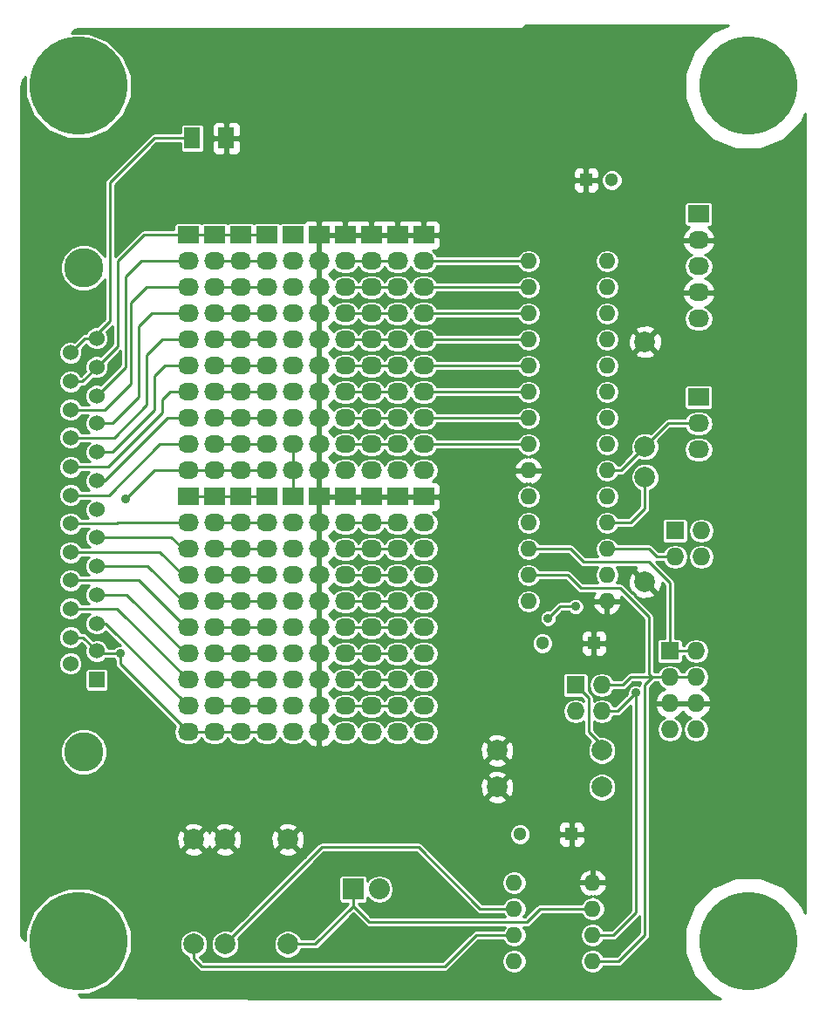
<source format=gtl>
G04 #@! TF.FileFunction,Copper,L1,Top,Signal*
%FSLAX46Y46*%
G04 Gerber Fmt 4.6, Leading zero omitted, Abs format (unit mm)*
G04 Created by KiCad (PCBNEW (after 2015-mar-04 BZR unknown)-product) date 10/25/2016 5:34:20 PM*
%MOMM*%
G01*
G04 APERTURE LIST*
%ADD10C,0.150000*%
%ADD11C,9.525000*%
%ADD12R,1.524000X2.032000*%
%ADD13R,2.032000X2.032000*%
%ADD14O,2.032000X2.032000*%
%ADD15R,1.300000X1.300000*%
%ADD16C,1.300000*%
%ADD17O,1.600000X1.600000*%
%ADD18R,1.727200X1.727200*%
%ADD19O,1.727200X1.727200*%
%ADD20R,2.032000X1.727200*%
%ADD21O,2.032000X1.727200*%
%ADD22C,1.998980*%
%ADD23C,3.810000*%
%ADD24R,1.524000X1.524000*%
%ADD25C,1.524000*%
%ADD26C,0.889000*%
%ADD27C,0.254000*%
G04 APERTURE END LIST*
D10*
D11*
X16000000Y-16000000D03*
X81000000Y-16000000D03*
X16000000Y-99000000D03*
X81000000Y-99000000D03*
D12*
X30353000Y-21082000D03*
X27051000Y-21082000D03*
D13*
X42672000Y-93980000D03*
D14*
X45212000Y-93980000D03*
D15*
X66040000Y-70104000D03*
D16*
X61040000Y-70104000D03*
D15*
X63881000Y-88646000D03*
D16*
X58881000Y-88646000D03*
D17*
X59690000Y-33020000D03*
X59690000Y-35560000D03*
X59690000Y-38100000D03*
X59690000Y-40640000D03*
X59690000Y-43180000D03*
X59690000Y-45720000D03*
X59690000Y-48260000D03*
X59690000Y-50800000D03*
X59690000Y-53340000D03*
X59690000Y-55880000D03*
X59690000Y-58420000D03*
X59690000Y-60960000D03*
X59690000Y-63500000D03*
X59690000Y-66040000D03*
X67310000Y-66040000D03*
X67310000Y-63500000D03*
X67310000Y-60960000D03*
X67310000Y-58420000D03*
X67310000Y-55880000D03*
X67310000Y-53340000D03*
X67310000Y-50800000D03*
X67310000Y-48260000D03*
X67310000Y-45720000D03*
X67310000Y-43180000D03*
X67310000Y-40640000D03*
X67310000Y-38100000D03*
X67310000Y-35560000D03*
X67310000Y-33020000D03*
X58293000Y-93345000D03*
X58293000Y-95885000D03*
X58293000Y-98425000D03*
X58293000Y-100965000D03*
X65913000Y-100965000D03*
X65913000Y-98425000D03*
X65913000Y-95885000D03*
X65913000Y-93345000D03*
D18*
X73406000Y-70866000D03*
D19*
X75946000Y-70866000D03*
X73406000Y-73406000D03*
X75946000Y-73406000D03*
X73406000Y-75946000D03*
X75946000Y-75946000D03*
X73406000Y-78486000D03*
X75946000Y-78486000D03*
D20*
X76200000Y-28448000D03*
D21*
X76200000Y-30988000D03*
X76200000Y-33528000D03*
X76200000Y-36068000D03*
X76200000Y-38608000D03*
D22*
X66802000Y-80518000D03*
X56642000Y-80518000D03*
X66802000Y-84074000D03*
X56642000Y-84074000D03*
X71000000Y-51000000D03*
X71000000Y-40840000D03*
X71000000Y-54000000D03*
X71000000Y-64160000D03*
X36322000Y-99314000D03*
X36322000Y-89154000D03*
X27178000Y-99314000D03*
X27178000Y-89154000D03*
X30226000Y-99314000D03*
X30226000Y-89154000D03*
D18*
X73914000Y-59182000D03*
D19*
X76454000Y-59182000D03*
X73914000Y-61722000D03*
X76454000Y-61722000D03*
D18*
X64262000Y-74168000D03*
D19*
X66802000Y-74168000D03*
X64262000Y-76708000D03*
X66802000Y-76708000D03*
D15*
X65278000Y-25146000D03*
D16*
X67778000Y-25146000D03*
D23*
X16510000Y-33655000D03*
X16510000Y-80645000D03*
D24*
X17780000Y-73660000D03*
D25*
X17780000Y-70866000D03*
X17780000Y-68199000D03*
X17780000Y-65405000D03*
X17780000Y-62611000D03*
X17780000Y-59817000D03*
X17780000Y-57150000D03*
X17780000Y-54356000D03*
X17780000Y-51562000D03*
X17780000Y-48768000D03*
X17780000Y-46101000D03*
X17780000Y-43307000D03*
X17780000Y-40513000D03*
X15240000Y-72085200D03*
X15240000Y-69545200D03*
X15240000Y-66751200D03*
X15240000Y-64008000D03*
X15240000Y-61264800D03*
X15240000Y-58470800D03*
X15240000Y-55727600D03*
X15240000Y-52984400D03*
X15240000Y-50139600D03*
X15240000Y-47447200D03*
X15240000Y-44704000D03*
X15240000Y-41910000D03*
D20*
X41910000Y-30480000D03*
D21*
X41910000Y-33020000D03*
X41910000Y-35560000D03*
X41910000Y-38100000D03*
X41910000Y-40640000D03*
X41910000Y-43180000D03*
X41910000Y-45720000D03*
X41910000Y-48260000D03*
X41910000Y-50800000D03*
X41910000Y-53340000D03*
D20*
X44450000Y-55880000D03*
D21*
X44450000Y-58420000D03*
X44450000Y-60960000D03*
X44450000Y-63500000D03*
X44450000Y-66040000D03*
X44450000Y-68580000D03*
X44450000Y-71120000D03*
X44450000Y-73660000D03*
X44450000Y-76200000D03*
X44450000Y-78740000D03*
D20*
X46990000Y-30480000D03*
D21*
X46990000Y-33020000D03*
X46990000Y-35560000D03*
X46990000Y-38100000D03*
X46990000Y-40640000D03*
X46990000Y-43180000D03*
X46990000Y-45720000D03*
X46990000Y-48260000D03*
X46990000Y-50800000D03*
X46990000Y-53340000D03*
D20*
X46990000Y-55880000D03*
D21*
X46990000Y-58420000D03*
X46990000Y-60960000D03*
X46990000Y-63500000D03*
X46990000Y-66040000D03*
X46990000Y-68580000D03*
X46990000Y-71120000D03*
X46990000Y-73660000D03*
X46990000Y-76200000D03*
X46990000Y-78740000D03*
D20*
X44450000Y-30480000D03*
D21*
X44450000Y-33020000D03*
X44450000Y-35560000D03*
X44450000Y-38100000D03*
X44450000Y-40640000D03*
X44450000Y-43180000D03*
X44450000Y-45720000D03*
X44450000Y-48260000D03*
X44450000Y-50800000D03*
X44450000Y-53340000D03*
D20*
X41910000Y-55880000D03*
D21*
X41910000Y-58420000D03*
X41910000Y-60960000D03*
X41910000Y-63500000D03*
X41910000Y-66040000D03*
X41910000Y-68580000D03*
X41910000Y-71120000D03*
X41910000Y-73660000D03*
X41910000Y-76200000D03*
X41910000Y-78740000D03*
D20*
X31750000Y-55880000D03*
D21*
X31750000Y-58420000D03*
X31750000Y-60960000D03*
X31750000Y-63500000D03*
X31750000Y-66040000D03*
X31750000Y-68580000D03*
X31750000Y-71120000D03*
X31750000Y-73660000D03*
X31750000Y-76200000D03*
X31750000Y-78740000D03*
D20*
X34290000Y-30480000D03*
D21*
X34290000Y-33020000D03*
X34290000Y-35560000D03*
X34290000Y-38100000D03*
X34290000Y-40640000D03*
X34290000Y-43180000D03*
X34290000Y-45720000D03*
X34290000Y-48260000D03*
X34290000Y-50800000D03*
X34290000Y-53340000D03*
D20*
X29210000Y-55880000D03*
D21*
X29210000Y-58420000D03*
X29210000Y-60960000D03*
X29210000Y-63500000D03*
X29210000Y-66040000D03*
X29210000Y-68580000D03*
X29210000Y-71120000D03*
X29210000Y-73660000D03*
X29210000Y-76200000D03*
X29210000Y-78740000D03*
D20*
X29210000Y-30480000D03*
D21*
X29210000Y-33020000D03*
X29210000Y-35560000D03*
X29210000Y-38100000D03*
X29210000Y-40640000D03*
X29210000Y-43180000D03*
X29210000Y-45720000D03*
X29210000Y-48260000D03*
X29210000Y-50800000D03*
X29210000Y-53340000D03*
D20*
X31750000Y-30480000D03*
D21*
X31750000Y-33020000D03*
X31750000Y-35560000D03*
X31750000Y-38100000D03*
X31750000Y-40640000D03*
X31750000Y-43180000D03*
X31750000Y-45720000D03*
X31750000Y-48260000D03*
X31750000Y-50800000D03*
X31750000Y-53340000D03*
D20*
X34290000Y-55880000D03*
D21*
X34290000Y-58420000D03*
X34290000Y-60960000D03*
X34290000Y-63500000D03*
X34290000Y-66040000D03*
X34290000Y-68580000D03*
X34290000Y-71120000D03*
X34290000Y-73660000D03*
X34290000Y-76200000D03*
X34290000Y-78740000D03*
D20*
X39370000Y-55880000D03*
D21*
X39370000Y-58420000D03*
X39370000Y-60960000D03*
X39370000Y-63500000D03*
X39370000Y-66040000D03*
X39370000Y-68580000D03*
X39370000Y-71120000D03*
X39370000Y-73660000D03*
X39370000Y-76200000D03*
X39370000Y-78740000D03*
D20*
X39370000Y-30480000D03*
D21*
X39370000Y-33020000D03*
X39370000Y-35560000D03*
X39370000Y-38100000D03*
X39370000Y-40640000D03*
X39370000Y-43180000D03*
X39370000Y-45720000D03*
X39370000Y-48260000D03*
X39370000Y-50800000D03*
X39370000Y-53340000D03*
D20*
X36830000Y-30480000D03*
D21*
X36830000Y-33020000D03*
X36830000Y-35560000D03*
X36830000Y-38100000D03*
X36830000Y-40640000D03*
X36830000Y-43180000D03*
X36830000Y-45720000D03*
X36830000Y-48260000D03*
X36830000Y-50800000D03*
X36830000Y-53340000D03*
D20*
X36830000Y-55880000D03*
D21*
X36830000Y-58420000D03*
X36830000Y-60960000D03*
X36830000Y-63500000D03*
X36830000Y-66040000D03*
X36830000Y-68580000D03*
X36830000Y-71120000D03*
X36830000Y-73660000D03*
X36830000Y-76200000D03*
X36830000Y-78740000D03*
D20*
X26670000Y-30480000D03*
D21*
X26670000Y-33020000D03*
X26670000Y-35560000D03*
X26670000Y-38100000D03*
X26670000Y-40640000D03*
X26670000Y-43180000D03*
X26670000Y-45720000D03*
X26670000Y-48260000D03*
X26670000Y-50800000D03*
X26670000Y-53340000D03*
D20*
X26670000Y-55880000D03*
D21*
X26670000Y-58420000D03*
X26670000Y-60960000D03*
X26670000Y-63500000D03*
X26670000Y-66040000D03*
X26670000Y-68580000D03*
X26670000Y-71120000D03*
X26670000Y-73660000D03*
X26670000Y-76200000D03*
X26670000Y-78740000D03*
D20*
X49530000Y-55880000D03*
D21*
X49530000Y-58420000D03*
X49530000Y-60960000D03*
X49530000Y-63500000D03*
X49530000Y-66040000D03*
X49530000Y-68580000D03*
X49530000Y-71120000D03*
X49530000Y-73660000D03*
X49530000Y-76200000D03*
X49530000Y-78740000D03*
D20*
X49530000Y-30480000D03*
D21*
X49530000Y-33020000D03*
X49530000Y-35560000D03*
X49530000Y-38100000D03*
X49530000Y-40640000D03*
X49530000Y-43180000D03*
X49530000Y-45720000D03*
X49530000Y-48260000D03*
X49530000Y-50800000D03*
X49530000Y-53340000D03*
D20*
X76200000Y-46228000D03*
D21*
X76200000Y-48768000D03*
X76200000Y-51308000D03*
D26*
X61595000Y-67691000D03*
X64262000Y-66548000D03*
X70104000Y-74930000D03*
X20066000Y-71120000D03*
X20574000Y-56134000D03*
D27*
X61595000Y-67691000D02*
X62738000Y-66548000D01*
X62738000Y-66548000D02*
X64262000Y-66548000D01*
X54991000Y-95885000D02*
X49022000Y-89916000D01*
X49022000Y-89916000D02*
X39624000Y-89916000D01*
X39624000Y-89916000D02*
X30226000Y-99314000D01*
X58293000Y-95885000D02*
X54991000Y-95885000D01*
X71374000Y-60960000D02*
X72136000Y-61722000D01*
X72136000Y-61722000D02*
X73914000Y-61722000D01*
X67310000Y-60960000D02*
X71374000Y-60960000D01*
X27178000Y-100711000D02*
X27940000Y-101473000D01*
X27940000Y-101473000D02*
X51562000Y-101473000D01*
X51562000Y-101473000D02*
X54610000Y-98425000D01*
X54610000Y-98425000D02*
X58293000Y-98425000D01*
X27178000Y-99314000D02*
X27178000Y-100711000D01*
X70104000Y-74930000D02*
X70104000Y-96266000D01*
X67945000Y-98425000D02*
X65913000Y-98425000D01*
X70104000Y-96266000D02*
X67945000Y-98425000D01*
X66802000Y-76708000D02*
X68326000Y-76708000D01*
X68326000Y-76708000D02*
X70104000Y-74930000D01*
X73406000Y-70866000D02*
X75946000Y-70866000D01*
X65786000Y-62230000D02*
X65024000Y-62230000D01*
X65024000Y-62230000D02*
X63754000Y-60960000D01*
X63754000Y-60960000D02*
X59690000Y-60960000D01*
X73406000Y-64262000D02*
X73406000Y-70866000D01*
X65786000Y-62230000D02*
X69850000Y-62230000D01*
X71374000Y-62230000D02*
X73406000Y-64262000D01*
X69850000Y-62230000D02*
X71374000Y-62230000D01*
X66802000Y-74168000D02*
X68834000Y-74168000D01*
X68834000Y-74168000D02*
X69596000Y-73406000D01*
X73406000Y-73406000D02*
X75946000Y-73406000D01*
X72644000Y-73406000D02*
X73406000Y-73406000D01*
X63500000Y-63500000D02*
X64770000Y-64770000D01*
X64770000Y-64770000D02*
X68580000Y-64770000D01*
X68580000Y-64770000D02*
X71374000Y-67564000D01*
X71374000Y-67564000D02*
X71374000Y-73152000D01*
X71374000Y-73152000D02*
X71628000Y-73406000D01*
X71628000Y-73406000D02*
X73406000Y-73406000D01*
X59690000Y-63500000D02*
X63500000Y-63500000D01*
X71755000Y-73406000D02*
X73406000Y-73406000D01*
X69596000Y-73406000D02*
X71755000Y-73406000D01*
X68453000Y-100965000D02*
X70993000Y-98425000D01*
X70993000Y-98425000D02*
X70993000Y-74168000D01*
X70993000Y-74168000D02*
X71755000Y-73406000D01*
X65913000Y-100965000D02*
X68453000Y-100965000D01*
X36830000Y-53340000D02*
X36830000Y-55880000D01*
X36830000Y-53340000D02*
X36830000Y-50800000D01*
X69580000Y-58420000D02*
X71000000Y-57000000D01*
X71000000Y-57000000D02*
X71000000Y-54000000D01*
X67310000Y-58420000D02*
X69580000Y-58420000D01*
X66802000Y-80518000D02*
X66802000Y-80010000D01*
X66802000Y-80010000D02*
X65532000Y-78740000D01*
X65532000Y-75438000D02*
X64262000Y-74168000D01*
X65532000Y-78740000D02*
X65532000Y-75438000D01*
X66802000Y-80518000D02*
X67310000Y-80518000D01*
X67310000Y-53340000D02*
X68072000Y-53340000D01*
X68660000Y-53340000D02*
X71000000Y-51000000D01*
X67310000Y-53340000D02*
X68660000Y-53340000D01*
X73232000Y-48768000D02*
X71000000Y-51000000D01*
X76200000Y-48768000D02*
X73232000Y-48768000D01*
X60833000Y-95885000D02*
X59563000Y-97155000D01*
X59563000Y-97155000D02*
X44196000Y-97155000D01*
X44196000Y-97155000D02*
X42672000Y-95631000D01*
X42672000Y-95631000D02*
X42672000Y-93980000D01*
X65913000Y-95885000D02*
X60833000Y-95885000D01*
X38989000Y-99314000D02*
X42672000Y-95631000D01*
X36322000Y-99314000D02*
X38989000Y-99314000D01*
X44450000Y-33020000D02*
X46990000Y-33020000D01*
X41910000Y-33020000D02*
X44450000Y-33020000D01*
X44450000Y-35560000D02*
X46990000Y-35560000D01*
X41910000Y-35560000D02*
X44450000Y-35560000D01*
X44450000Y-38100000D02*
X46990000Y-38100000D01*
X41910000Y-38100000D02*
X44450000Y-38100000D01*
X44450000Y-40640000D02*
X46990000Y-40640000D01*
X41910000Y-40640000D02*
X44450000Y-40640000D01*
X44450000Y-43180000D02*
X46990000Y-43180000D01*
X41910000Y-43180000D02*
X44450000Y-43180000D01*
X44450000Y-45720000D02*
X46990000Y-45720000D01*
X41910000Y-45720000D02*
X44450000Y-45720000D01*
X44450000Y-48260000D02*
X46990000Y-48260000D01*
X41910000Y-48260000D02*
X44450000Y-48260000D01*
X44450000Y-50800000D02*
X46990000Y-50800000D01*
X41910000Y-50800000D02*
X44450000Y-50800000D01*
X18669000Y-68199000D02*
X26670000Y-76200000D01*
X17780000Y-68199000D02*
X18669000Y-68199000D01*
X20701000Y-65405000D02*
X17780000Y-65405000D01*
X26416000Y-71120000D02*
X20701000Y-65405000D01*
X26670000Y-71120000D02*
X26416000Y-71120000D01*
X22733000Y-62611000D02*
X17780000Y-62611000D01*
X26162000Y-66040000D02*
X22733000Y-62611000D01*
X26670000Y-66040000D02*
X26162000Y-66040000D01*
X25019000Y-59817000D02*
X17780000Y-59817000D01*
X26162000Y-60960000D02*
X25019000Y-59817000D01*
X26670000Y-60960000D02*
X26162000Y-60960000D01*
X18542000Y-54356000D02*
X17780000Y-54356000D01*
X24638000Y-48260000D02*
X18542000Y-54356000D01*
X26670000Y-48260000D02*
X24638000Y-48260000D01*
X24384000Y-43180000D02*
X23368000Y-44196000D01*
X23368000Y-44196000D02*
X23368000Y-47498000D01*
X23368000Y-47498000D02*
X19304000Y-51562000D01*
X19304000Y-51562000D02*
X17780000Y-51562000D01*
X26670000Y-43180000D02*
X24384000Y-43180000D01*
X23114000Y-38100000D02*
X21844000Y-39370000D01*
X21844000Y-39370000D02*
X21844000Y-46228000D01*
X21844000Y-46228000D02*
X19304000Y-48768000D01*
X19304000Y-48768000D02*
X17780000Y-48768000D01*
X26670000Y-38100000D02*
X23114000Y-38100000D01*
X17780000Y-46101000D02*
X17907000Y-46101000D01*
X22098000Y-33020000D02*
X20574000Y-34544000D01*
X20574000Y-34544000D02*
X20574000Y-43307000D01*
X20574000Y-43307000D02*
X17780000Y-46101000D01*
X26670000Y-33020000D02*
X22098000Y-33020000D01*
X16383000Y-44704000D02*
X17780000Y-43307000D01*
X15240000Y-44704000D02*
X16383000Y-44704000D01*
X17780000Y-43307000D02*
X17780000Y-43180000D01*
X29210000Y-30480000D02*
X31750000Y-30480000D01*
X31750000Y-30480000D02*
X34290000Y-30480000D01*
X19812000Y-41275000D02*
X17780000Y-43307000D01*
X19812000Y-33020000D02*
X19812000Y-41275000D01*
X31750000Y-55880000D02*
X34290000Y-55880000D01*
X29210000Y-55880000D02*
X31750000Y-55880000D01*
X29210000Y-55880000D02*
X26670000Y-55880000D01*
X29210000Y-30480000D02*
X26670000Y-30480000D01*
X22352000Y-30480000D02*
X19812000Y-33020000D01*
X26670000Y-30480000D02*
X22352000Y-30480000D01*
X29210000Y-78740000D02*
X31750000Y-78740000D01*
X31750000Y-78740000D02*
X34290000Y-78740000D01*
X29210000Y-53340000D02*
X26670000Y-53340000D01*
X31750000Y-53340000D02*
X29210000Y-53340000D01*
X34290000Y-53340000D02*
X31750000Y-53340000D01*
X23368000Y-53340000D02*
X26670000Y-53340000D01*
X23368000Y-53340000D02*
X20574000Y-56134000D01*
X20066000Y-72136000D02*
X20066000Y-71120000D01*
X26670000Y-78740000D02*
X20066000Y-72136000D01*
X29210000Y-78740000D02*
X26670000Y-78740000D01*
X18034000Y-71120000D02*
X20066000Y-71120000D01*
X16459200Y-69545200D02*
X18034000Y-71120000D01*
X15240000Y-69545200D02*
X16459200Y-69545200D01*
X19761200Y-66751200D02*
X26670000Y-73660000D01*
X15240000Y-66751200D02*
X19761200Y-66751200D01*
X21844000Y-64008000D02*
X15240000Y-64008000D01*
X26416000Y-68580000D02*
X21844000Y-64008000D01*
X26670000Y-68580000D02*
X26416000Y-68580000D01*
X23926800Y-61264800D02*
X15240000Y-61264800D01*
X26162000Y-63500000D02*
X23926800Y-61264800D01*
X26670000Y-63500000D02*
X26162000Y-63500000D01*
X19812000Y-58420000D02*
X19761200Y-58470800D01*
X19761200Y-58470800D02*
X15240000Y-58470800D01*
X26670000Y-58420000D02*
X19812000Y-58420000D01*
X18948400Y-55727600D02*
X23876000Y-50800000D01*
X23876000Y-50800000D02*
X26670000Y-50800000D01*
X15240000Y-55727600D02*
X18948400Y-55727600D01*
X24892000Y-45720000D02*
X24130000Y-46482000D01*
X24130000Y-46482000D02*
X24130000Y-47752000D01*
X24130000Y-47752000D02*
X18897600Y-52984400D01*
X18897600Y-52984400D02*
X15240000Y-52984400D01*
X26670000Y-45720000D02*
X24892000Y-45720000D01*
X24130000Y-40640000D02*
X22606000Y-42164000D01*
X22606000Y-42164000D02*
X22606000Y-46990000D01*
X22606000Y-46990000D02*
X19456400Y-50139600D01*
X19456400Y-50139600D02*
X15240000Y-50139600D01*
X26670000Y-40640000D02*
X24130000Y-40640000D01*
X22606000Y-35560000D02*
X21082002Y-37083998D01*
X21082002Y-37083998D02*
X21082002Y-44957998D01*
X21082002Y-44957998D02*
X18592800Y-47447200D01*
X18592800Y-47447200D02*
X15240000Y-47447200D01*
X26670000Y-35560000D02*
X22606000Y-35560000D01*
X44450000Y-58420000D02*
X46990000Y-58420000D01*
X41910000Y-58420000D02*
X44450000Y-58420000D01*
X44450000Y-60960000D02*
X46990000Y-60960000D01*
X41910000Y-60960000D02*
X44450000Y-60960000D01*
X44450000Y-63500000D02*
X46990000Y-63500000D01*
X41910000Y-63500000D02*
X44450000Y-63500000D01*
X44450000Y-66040000D02*
X46990000Y-66040000D01*
X41910000Y-66040000D02*
X44450000Y-66040000D01*
X44450000Y-68580000D02*
X46990000Y-68580000D01*
X41910000Y-68580000D02*
X44450000Y-68580000D01*
X44450000Y-71120000D02*
X46990000Y-71120000D01*
X41910000Y-71120000D02*
X44450000Y-71120000D01*
X44450000Y-73660000D02*
X46990000Y-73660000D01*
X41910000Y-73660000D02*
X44450000Y-73660000D01*
X44450000Y-76200000D02*
X46990000Y-76200000D01*
X41910000Y-76200000D02*
X44450000Y-76200000D01*
X31750000Y-58420000D02*
X34290000Y-58420000D01*
X29210000Y-58420000D02*
X31750000Y-58420000D01*
X31750000Y-60960000D02*
X34290000Y-60960000D01*
X29210000Y-60960000D02*
X31750000Y-60960000D01*
X31750000Y-63500000D02*
X34290000Y-63500000D01*
X29210000Y-63500000D02*
X31750000Y-63500000D01*
X31750000Y-66040000D02*
X34290000Y-66040000D01*
X29210000Y-66040000D02*
X31750000Y-66040000D01*
X31750000Y-68580000D02*
X34290000Y-68580000D01*
X29210000Y-68580000D02*
X31750000Y-68580000D01*
X31750000Y-71120000D02*
X34290000Y-71120000D01*
X29210000Y-71120000D02*
X31750000Y-71120000D01*
X31750000Y-73660000D02*
X34290000Y-73660000D01*
X29210000Y-73660000D02*
X31750000Y-73660000D01*
X31750000Y-76200000D02*
X34290000Y-76200000D01*
X29210000Y-76200000D02*
X31750000Y-76200000D01*
X31750000Y-33020000D02*
X34290000Y-33020000D01*
X29210000Y-33020000D02*
X31750000Y-33020000D01*
X31750000Y-35560000D02*
X34290000Y-35560000D01*
X29210000Y-35560000D02*
X31750000Y-35560000D01*
X31750000Y-38100000D02*
X34290000Y-38100000D01*
X29210000Y-38100000D02*
X31750000Y-38100000D01*
X31750000Y-40640000D02*
X34290000Y-40640000D01*
X29210000Y-40640000D02*
X31750000Y-40640000D01*
X31750000Y-43180000D02*
X34290000Y-43180000D01*
X29210000Y-43180000D02*
X31750000Y-43180000D01*
X31750000Y-45720000D02*
X34290000Y-45720000D01*
X29210000Y-45720000D02*
X31750000Y-45720000D01*
X31750000Y-48260000D02*
X34290000Y-48260000D01*
X29210000Y-48260000D02*
X31750000Y-48260000D01*
X31750000Y-50800000D02*
X34290000Y-50800000D01*
X29210000Y-50800000D02*
X31750000Y-50800000D01*
X23368000Y-21082000D02*
X27051000Y-21082000D01*
X19050000Y-25400000D02*
X23368000Y-21082000D01*
X19050000Y-38862000D02*
X19050000Y-25400000D01*
X17780000Y-40132000D02*
X19050000Y-38862000D01*
X17780000Y-40513000D02*
X17780000Y-40132000D01*
X16637000Y-40513000D02*
X15240000Y-41910000D01*
X17780000Y-40513000D02*
X16637000Y-40513000D01*
X49530000Y-33020000D02*
X59690000Y-33020000D01*
X49530000Y-35560000D02*
X59690000Y-35560000D01*
X49530000Y-38100000D02*
X59690000Y-38100000D01*
X49530000Y-40640000D02*
X59690000Y-40640000D01*
X49530000Y-43180000D02*
X59690000Y-43180000D01*
X49530000Y-45720000D02*
X59690000Y-45720000D01*
X49530000Y-48260000D02*
X59690000Y-48260000D01*
X49530000Y-50800000D02*
X59690000Y-50800000D01*
G36*
X86569000Y-96348473D02*
X86224815Y-95515482D01*
X84493632Y-93781275D01*
X82230575Y-92841571D01*
X79780175Y-92839433D01*
X77807358Y-93654584D01*
X77807358Y-36427026D01*
X77807358Y-35708974D01*
X77804709Y-35693209D01*
X77550732Y-35165964D01*
X77114320Y-34776046D01*
X76841757Y-34680704D01*
X76856057Y-34677860D01*
X77259834Y-34408065D01*
X77529629Y-34004288D01*
X77624369Y-33528000D01*
X77529629Y-33051712D01*
X77259834Y-32647935D01*
X76856057Y-32378140D01*
X76841757Y-32375295D01*
X77114320Y-32279954D01*
X77550732Y-31890036D01*
X77804709Y-31362791D01*
X77807358Y-31347026D01*
X77807358Y-30628974D01*
X77804709Y-30613209D01*
X77550732Y-30085964D01*
X77118817Y-29700064D01*
X77216000Y-29700064D01*
X77361274Y-29671878D01*
X77488956Y-29588004D01*
X77574426Y-29461384D01*
X77604464Y-29311600D01*
X77604464Y-27584400D01*
X77576278Y-27439126D01*
X77492404Y-27311444D01*
X77365784Y-27225974D01*
X77216000Y-27195936D01*
X75184000Y-27195936D01*
X75038726Y-27224122D01*
X74911044Y-27307996D01*
X74825574Y-27434616D01*
X74795536Y-27584400D01*
X74795536Y-29311600D01*
X74823722Y-29456874D01*
X74907596Y-29584556D01*
X75034216Y-29670026D01*
X75184000Y-29700064D01*
X75281182Y-29700064D01*
X74849268Y-30085964D01*
X74595291Y-30613209D01*
X74592642Y-30628974D01*
X74713783Y-30861000D01*
X76073000Y-30861000D01*
X76073000Y-30841000D01*
X76327000Y-30841000D01*
X76327000Y-30861000D01*
X77686217Y-30861000D01*
X77807358Y-30628974D01*
X77807358Y-31347026D01*
X77686217Y-31115000D01*
X76327000Y-31115000D01*
X76327000Y-31135000D01*
X76073000Y-31135000D01*
X76073000Y-31115000D01*
X74713783Y-31115000D01*
X74592642Y-31347026D01*
X74595291Y-31362791D01*
X74849268Y-31890036D01*
X75285680Y-32279954D01*
X75558242Y-32375295D01*
X75543943Y-32378140D01*
X75140166Y-32647935D01*
X74870371Y-33051712D01*
X74775631Y-33528000D01*
X74870371Y-34004288D01*
X75140166Y-34408065D01*
X75543943Y-34677860D01*
X75558242Y-34680704D01*
X75285680Y-34776046D01*
X74849268Y-35165964D01*
X74595291Y-35693209D01*
X74592642Y-35708974D01*
X74713783Y-35941000D01*
X76073000Y-35941000D01*
X76073000Y-35921000D01*
X76327000Y-35921000D01*
X76327000Y-35941000D01*
X77686217Y-35941000D01*
X77807358Y-35708974D01*
X77807358Y-36427026D01*
X77686217Y-36195000D01*
X76327000Y-36195000D01*
X76327000Y-36215000D01*
X76073000Y-36215000D01*
X76073000Y-36195000D01*
X74713783Y-36195000D01*
X74592642Y-36427026D01*
X74595291Y-36442791D01*
X74849268Y-36970036D01*
X75285680Y-37359954D01*
X75558242Y-37455295D01*
X75543943Y-37458140D01*
X75140166Y-37727935D01*
X74870371Y-38131712D01*
X74775631Y-38608000D01*
X74870371Y-39084288D01*
X75140166Y-39488065D01*
X75543943Y-39757860D01*
X76020231Y-39852600D01*
X76379769Y-39852600D01*
X76856057Y-39757860D01*
X77259834Y-39488065D01*
X77529629Y-39084288D01*
X77624369Y-38608000D01*
X77529629Y-38131712D01*
X77259834Y-37727935D01*
X76856057Y-37458140D01*
X76841757Y-37455295D01*
X77114320Y-37359954D01*
X77550732Y-36970036D01*
X77804709Y-36442791D01*
X77807358Y-36427026D01*
X77807358Y-93654584D01*
X77722983Y-93689447D01*
X77722983Y-61722000D01*
X77722983Y-59182000D01*
X77628243Y-58705712D01*
X77624369Y-58699914D01*
X77624369Y-51308000D01*
X77624369Y-48768000D01*
X77604464Y-48667931D01*
X77604464Y-47091600D01*
X77604464Y-45364400D01*
X77576278Y-45219126D01*
X77492404Y-45091444D01*
X77365784Y-45005974D01*
X77216000Y-44975936D01*
X75184000Y-44975936D01*
X75038726Y-45004122D01*
X74911044Y-45087996D01*
X74825574Y-45214616D01*
X74795536Y-45364400D01*
X74795536Y-47091600D01*
X74823722Y-47236874D01*
X74907596Y-47364556D01*
X75034216Y-47450026D01*
X75184000Y-47480064D01*
X77216000Y-47480064D01*
X77361274Y-47451878D01*
X77488956Y-47368004D01*
X77574426Y-47241384D01*
X77604464Y-47091600D01*
X77604464Y-48667931D01*
X77529629Y-48291712D01*
X77259834Y-47887935D01*
X76856057Y-47618140D01*
X76379769Y-47523400D01*
X76020231Y-47523400D01*
X75543943Y-47618140D01*
X75140166Y-47887935D01*
X74891560Y-48260000D01*
X73232000Y-48260000D01*
X73037597Y-48298669D01*
X72872790Y-48408790D01*
X72645401Y-48636178D01*
X72645401Y-41104418D01*
X72621341Y-40454623D01*
X72418965Y-39966042D01*
X72152163Y-39867443D01*
X71972557Y-40047048D01*
X71972557Y-39687837D01*
X71873958Y-39421035D01*
X71264418Y-39194599D01*
X70614623Y-39218659D01*
X70126042Y-39421035D01*
X70027443Y-39687837D01*
X71000000Y-40660395D01*
X71972557Y-39687837D01*
X71972557Y-40047048D01*
X71179605Y-40840000D01*
X72152163Y-41812557D01*
X72418965Y-41713958D01*
X72645401Y-41104418D01*
X72645401Y-48636178D01*
X71972557Y-49309022D01*
X71972557Y-41992163D01*
X71000000Y-41019605D01*
X70820395Y-41199210D01*
X70820395Y-40840000D01*
X69847837Y-39867443D01*
X69581035Y-39966042D01*
X69354599Y-40575582D01*
X69378659Y-41225377D01*
X69581035Y-41713958D01*
X69847837Y-41812557D01*
X70820395Y-40840000D01*
X70820395Y-41199210D01*
X70027443Y-41992163D01*
X70126042Y-42258965D01*
X70735582Y-42485401D01*
X71385377Y-42461341D01*
X71873958Y-42258965D01*
X71972557Y-41992163D01*
X71972557Y-49309022D01*
X71548567Y-49733012D01*
X71275801Y-49619751D01*
X70726608Y-49619271D01*
X70219037Y-49828995D01*
X69830360Y-50216994D01*
X69619751Y-50724199D01*
X69619271Y-51273392D01*
X69732983Y-51548596D01*
X68809178Y-52472401D01*
X68809178Y-24941821D01*
X68652549Y-24562749D01*
X68362777Y-24272471D01*
X67983978Y-24115180D01*
X67573821Y-24114822D01*
X67194749Y-24271451D01*
X66904471Y-24561223D01*
X66747180Y-24940022D01*
X66746822Y-25350179D01*
X66903451Y-25729251D01*
X67193223Y-26019529D01*
X67572022Y-26176820D01*
X67982179Y-26177178D01*
X68361251Y-26020549D01*
X68651529Y-25730777D01*
X68808820Y-25351978D01*
X68809178Y-24941821D01*
X68809178Y-52472401D01*
X68514137Y-52767442D01*
X68514137Y-50800000D01*
X68514137Y-48260000D01*
X68514137Y-45720000D01*
X68514137Y-43180000D01*
X68514137Y-40640000D01*
X68514137Y-38100000D01*
X68514137Y-35560000D01*
X68514137Y-33020000D01*
X68424239Y-32568051D01*
X68168230Y-32184907D01*
X67785086Y-31928898D01*
X67333137Y-31839000D01*
X67286863Y-31839000D01*
X66834914Y-31928898D01*
X66563000Y-32110585D01*
X66563000Y-25922310D01*
X66563000Y-25669691D01*
X66563000Y-25431750D01*
X66563000Y-24860250D01*
X66563000Y-24622309D01*
X66563000Y-24369690D01*
X66466327Y-24136301D01*
X66287698Y-23957673D01*
X66054309Y-23861000D01*
X65563750Y-23861000D01*
X65405000Y-24019750D01*
X65405000Y-25019000D01*
X66404250Y-25019000D01*
X66563000Y-24860250D01*
X66563000Y-25431750D01*
X66404250Y-25273000D01*
X65405000Y-25273000D01*
X65405000Y-26272250D01*
X65563750Y-26431000D01*
X66054309Y-26431000D01*
X66287698Y-26334327D01*
X66466327Y-26155699D01*
X66563000Y-25922310D01*
X66563000Y-32110585D01*
X66451770Y-32184907D01*
X66195761Y-32568051D01*
X66105863Y-33020000D01*
X66195761Y-33471949D01*
X66451770Y-33855093D01*
X66834914Y-34111102D01*
X67286863Y-34201000D01*
X67333137Y-34201000D01*
X67785086Y-34111102D01*
X68168230Y-33855093D01*
X68424239Y-33471949D01*
X68514137Y-33020000D01*
X68514137Y-35560000D01*
X68424239Y-35108051D01*
X68168230Y-34724907D01*
X67785086Y-34468898D01*
X67333137Y-34379000D01*
X67286863Y-34379000D01*
X66834914Y-34468898D01*
X66451770Y-34724907D01*
X66195761Y-35108051D01*
X66105863Y-35560000D01*
X66195761Y-36011949D01*
X66451770Y-36395093D01*
X66834914Y-36651102D01*
X67286863Y-36741000D01*
X67333137Y-36741000D01*
X67785086Y-36651102D01*
X68168230Y-36395093D01*
X68424239Y-36011949D01*
X68514137Y-35560000D01*
X68514137Y-38100000D01*
X68424239Y-37648051D01*
X68168230Y-37264907D01*
X67785086Y-37008898D01*
X67333137Y-36919000D01*
X67286863Y-36919000D01*
X66834914Y-37008898D01*
X66451770Y-37264907D01*
X66195761Y-37648051D01*
X66105863Y-38100000D01*
X66195761Y-38551949D01*
X66451770Y-38935093D01*
X66834914Y-39191102D01*
X67286863Y-39281000D01*
X67333137Y-39281000D01*
X67785086Y-39191102D01*
X68168230Y-38935093D01*
X68424239Y-38551949D01*
X68514137Y-38100000D01*
X68514137Y-40640000D01*
X68424239Y-40188051D01*
X68168230Y-39804907D01*
X67785086Y-39548898D01*
X67333137Y-39459000D01*
X67286863Y-39459000D01*
X66834914Y-39548898D01*
X66451770Y-39804907D01*
X66195761Y-40188051D01*
X66105863Y-40640000D01*
X66195761Y-41091949D01*
X66451770Y-41475093D01*
X66834914Y-41731102D01*
X67286863Y-41821000D01*
X67333137Y-41821000D01*
X67785086Y-41731102D01*
X68168230Y-41475093D01*
X68424239Y-41091949D01*
X68514137Y-40640000D01*
X68514137Y-43180000D01*
X68424239Y-42728051D01*
X68168230Y-42344907D01*
X67785086Y-42088898D01*
X67333137Y-41999000D01*
X67286863Y-41999000D01*
X66834914Y-42088898D01*
X66451770Y-42344907D01*
X66195761Y-42728051D01*
X66105863Y-43180000D01*
X66195761Y-43631949D01*
X66451770Y-44015093D01*
X66834914Y-44271102D01*
X67286863Y-44361000D01*
X67333137Y-44361000D01*
X67785086Y-44271102D01*
X68168230Y-44015093D01*
X68424239Y-43631949D01*
X68514137Y-43180000D01*
X68514137Y-45720000D01*
X68424239Y-45268051D01*
X68168230Y-44884907D01*
X67785086Y-44628898D01*
X67333137Y-44539000D01*
X67286863Y-44539000D01*
X66834914Y-44628898D01*
X66451770Y-44884907D01*
X66195761Y-45268051D01*
X66105863Y-45720000D01*
X66195761Y-46171949D01*
X66451770Y-46555093D01*
X66834914Y-46811102D01*
X67286863Y-46901000D01*
X67333137Y-46901000D01*
X67785086Y-46811102D01*
X68168230Y-46555093D01*
X68424239Y-46171949D01*
X68514137Y-45720000D01*
X68514137Y-48260000D01*
X68424239Y-47808051D01*
X68168230Y-47424907D01*
X67785086Y-47168898D01*
X67333137Y-47079000D01*
X67286863Y-47079000D01*
X66834914Y-47168898D01*
X66451770Y-47424907D01*
X66195761Y-47808051D01*
X66105863Y-48260000D01*
X66195761Y-48711949D01*
X66451770Y-49095093D01*
X66834914Y-49351102D01*
X67286863Y-49441000D01*
X67333137Y-49441000D01*
X67785086Y-49351102D01*
X68168230Y-49095093D01*
X68424239Y-48711949D01*
X68514137Y-48260000D01*
X68514137Y-50800000D01*
X68424239Y-50348051D01*
X68168230Y-49964907D01*
X67785086Y-49708898D01*
X67333137Y-49619000D01*
X67286863Y-49619000D01*
X66834914Y-49708898D01*
X66451770Y-49964907D01*
X66195761Y-50348051D01*
X66105863Y-50800000D01*
X66195761Y-51251949D01*
X66451770Y-51635093D01*
X66834914Y-51891102D01*
X67286863Y-51981000D01*
X67333137Y-51981000D01*
X67785086Y-51891102D01*
X68168230Y-51635093D01*
X68424239Y-51251949D01*
X68514137Y-50800000D01*
X68514137Y-52767442D01*
X68449580Y-52832000D01*
X68386786Y-52832000D01*
X68168230Y-52504907D01*
X67785086Y-52248898D01*
X67333137Y-52159000D01*
X67286863Y-52159000D01*
X66834914Y-52248898D01*
X66451770Y-52504907D01*
X66195761Y-52888051D01*
X66105863Y-53340000D01*
X66195761Y-53791949D01*
X66451770Y-54175093D01*
X66834914Y-54431102D01*
X67286863Y-54521000D01*
X67333137Y-54521000D01*
X67785086Y-54431102D01*
X68168230Y-54175093D01*
X68386786Y-53848000D01*
X68660000Y-53848000D01*
X68854403Y-53809331D01*
X69019210Y-53699210D01*
X70451432Y-52266987D01*
X70724199Y-52380249D01*
X71273392Y-52380729D01*
X71780963Y-52171005D01*
X72169640Y-51783006D01*
X72380249Y-51275801D01*
X72380729Y-50726608D01*
X72267016Y-50451403D01*
X73442420Y-49276000D01*
X74891560Y-49276000D01*
X75140166Y-49648065D01*
X75543943Y-49917860D01*
X76020231Y-50012600D01*
X76379769Y-50012600D01*
X76856057Y-49917860D01*
X77259834Y-49648065D01*
X77529629Y-49244288D01*
X77624369Y-48768000D01*
X77624369Y-51308000D01*
X77529629Y-50831712D01*
X77259834Y-50427935D01*
X76856057Y-50158140D01*
X76379769Y-50063400D01*
X76020231Y-50063400D01*
X75543943Y-50158140D01*
X75140166Y-50427935D01*
X74870371Y-50831712D01*
X74775631Y-51308000D01*
X74870371Y-51784288D01*
X75140166Y-52188065D01*
X75543943Y-52457860D01*
X76020231Y-52552600D01*
X76379769Y-52552600D01*
X76856057Y-52457860D01*
X77259834Y-52188065D01*
X77529629Y-51784288D01*
X77624369Y-51308000D01*
X77624369Y-58699914D01*
X77358448Y-58301935D01*
X76954671Y-58032140D01*
X76478383Y-57937400D01*
X76429617Y-57937400D01*
X75953329Y-58032140D01*
X75549552Y-58301935D01*
X75279757Y-58705712D01*
X75185017Y-59182000D01*
X75279757Y-59658288D01*
X75549552Y-60062065D01*
X75953329Y-60331860D01*
X76429617Y-60426600D01*
X76478383Y-60426600D01*
X76954671Y-60331860D01*
X77358448Y-60062065D01*
X77628243Y-59658288D01*
X77722983Y-59182000D01*
X77722983Y-61722000D01*
X77628243Y-61245712D01*
X77358448Y-60841935D01*
X76954671Y-60572140D01*
X76478383Y-60477400D01*
X76429617Y-60477400D01*
X75953329Y-60572140D01*
X75549552Y-60841935D01*
X75279757Y-61245712D01*
X75185017Y-61722000D01*
X75279757Y-62198288D01*
X75549552Y-62602065D01*
X75953329Y-62871860D01*
X76429617Y-62966600D01*
X76478383Y-62966600D01*
X76954671Y-62871860D01*
X77358448Y-62602065D01*
X77628243Y-62198288D01*
X77722983Y-61722000D01*
X77722983Y-93689447D01*
X77515482Y-93775185D01*
X77400958Y-93889509D01*
X77400958Y-76305026D01*
X77400958Y-75586974D01*
X77228688Y-75171053D01*
X76834490Y-74739179D01*
X76444338Y-74556323D01*
X76446671Y-74555860D01*
X76850448Y-74286065D01*
X77120243Y-73882288D01*
X77214983Y-73406000D01*
X77120243Y-72929712D01*
X76850448Y-72525935D01*
X76446671Y-72256140D01*
X75970383Y-72161400D01*
X75921617Y-72161400D01*
X75445329Y-72256140D01*
X75041552Y-72525935D01*
X74792946Y-72898000D01*
X74559053Y-72898000D01*
X74310448Y-72525935D01*
X73906671Y-72256140D01*
X73430383Y-72161400D01*
X73381617Y-72161400D01*
X72905329Y-72256140D01*
X72501552Y-72525935D01*
X72252946Y-72898000D01*
X71972557Y-72898000D01*
X71882000Y-72898000D01*
X71882000Y-67564000D01*
X71843331Y-67369597D01*
X71733210Y-67204790D01*
X69934013Y-65405594D01*
X70027443Y-65312164D01*
X70126042Y-65578965D01*
X70735582Y-65805401D01*
X71385377Y-65781341D01*
X71873958Y-65578965D01*
X71972557Y-65312163D01*
X71000000Y-64339605D01*
X70985857Y-64353747D01*
X70820395Y-64188285D01*
X70806252Y-64174142D01*
X70820395Y-64160000D01*
X69847837Y-63187443D01*
X69581035Y-63286042D01*
X69354599Y-63895582D01*
X69378659Y-64545377D01*
X69581035Y-65033958D01*
X69847835Y-65132556D01*
X69754405Y-65225986D01*
X68939210Y-64410790D01*
X68774403Y-64300669D01*
X68580000Y-64262000D01*
X68217069Y-64262000D01*
X68424239Y-63951949D01*
X68514137Y-63500000D01*
X68424239Y-63048051D01*
X68217069Y-62738000D01*
X69850000Y-62738000D01*
X70133369Y-62738000D01*
X70126042Y-62741035D01*
X70027443Y-63007837D01*
X71000000Y-63980395D01*
X71014142Y-63966252D01*
X71193747Y-64145857D01*
X71179605Y-64160000D01*
X72152163Y-65132557D01*
X72418965Y-65033958D01*
X72645401Y-64424418D01*
X72637534Y-64211954D01*
X72898000Y-64472420D01*
X72898000Y-69613936D01*
X72542400Y-69613936D01*
X72397126Y-69642122D01*
X72269444Y-69725996D01*
X72183974Y-69852616D01*
X72153936Y-70002400D01*
X72153936Y-71729600D01*
X72182122Y-71874874D01*
X72265996Y-72002556D01*
X72392616Y-72088026D01*
X72542400Y-72118064D01*
X74269600Y-72118064D01*
X74414874Y-72089878D01*
X74542556Y-72006004D01*
X74628026Y-71879384D01*
X74658064Y-71729600D01*
X74658064Y-71374000D01*
X74792946Y-71374000D01*
X75041552Y-71746065D01*
X75445329Y-72015860D01*
X75921617Y-72110600D01*
X75970383Y-72110600D01*
X76446671Y-72015860D01*
X76850448Y-71746065D01*
X77120243Y-71342288D01*
X77214983Y-70866000D01*
X77120243Y-70389712D01*
X76850448Y-69985935D01*
X76446671Y-69716140D01*
X75970383Y-69621400D01*
X75921617Y-69621400D01*
X75445329Y-69716140D01*
X75041552Y-69985935D01*
X74792946Y-70358000D01*
X74658064Y-70358000D01*
X74658064Y-70002400D01*
X74629878Y-69857126D01*
X74546004Y-69729444D01*
X74419384Y-69643974D01*
X74269600Y-69613936D01*
X73914000Y-69613936D01*
X73914000Y-64262000D01*
X73875331Y-64067597D01*
X73765210Y-63902790D01*
X72081599Y-62219179D01*
X72136000Y-62230000D01*
X72760946Y-62230000D01*
X73009552Y-62602065D01*
X73413329Y-62871860D01*
X73889617Y-62966600D01*
X73938383Y-62966600D01*
X74414671Y-62871860D01*
X74818448Y-62602065D01*
X75088243Y-62198288D01*
X75182983Y-61722000D01*
X75166064Y-61636942D01*
X75166064Y-60045600D01*
X75166064Y-58318400D01*
X75137878Y-58173126D01*
X75054004Y-58045444D01*
X74927384Y-57959974D01*
X74777600Y-57929936D01*
X73050400Y-57929936D01*
X72905126Y-57958122D01*
X72777444Y-58041996D01*
X72691974Y-58168616D01*
X72661936Y-58318400D01*
X72661936Y-60045600D01*
X72690122Y-60190874D01*
X72773996Y-60318556D01*
X72900616Y-60404026D01*
X73050400Y-60434064D01*
X74777600Y-60434064D01*
X74922874Y-60405878D01*
X75050556Y-60322004D01*
X75136026Y-60195384D01*
X75166064Y-60045600D01*
X75166064Y-61636942D01*
X75088243Y-61245712D01*
X74818448Y-60841935D01*
X74414671Y-60572140D01*
X73938383Y-60477400D01*
X73889617Y-60477400D01*
X73413329Y-60572140D01*
X73009552Y-60841935D01*
X72760946Y-61214000D01*
X72380729Y-61214000D01*
X72380729Y-53726608D01*
X72171005Y-53219037D01*
X71783006Y-52830360D01*
X71275801Y-52619751D01*
X70726608Y-52619271D01*
X70219037Y-52828995D01*
X69830360Y-53216994D01*
X69619751Y-53724199D01*
X69619271Y-54273392D01*
X69828995Y-54780963D01*
X70216994Y-55169640D01*
X70492000Y-55283831D01*
X70492000Y-56789580D01*
X69369580Y-57912000D01*
X68514137Y-57912000D01*
X68514137Y-55880000D01*
X68424239Y-55428051D01*
X68168230Y-55044907D01*
X67785086Y-54788898D01*
X67333137Y-54699000D01*
X67286863Y-54699000D01*
X66834914Y-54788898D01*
X66451770Y-55044907D01*
X66195761Y-55428051D01*
X66105863Y-55880000D01*
X66195761Y-56331949D01*
X66451770Y-56715093D01*
X66834914Y-56971102D01*
X67286863Y-57061000D01*
X67333137Y-57061000D01*
X67785086Y-56971102D01*
X68168230Y-56715093D01*
X68424239Y-56331949D01*
X68514137Y-55880000D01*
X68514137Y-57912000D01*
X68386786Y-57912000D01*
X68168230Y-57584907D01*
X67785086Y-57328898D01*
X67333137Y-57239000D01*
X67286863Y-57239000D01*
X66834914Y-57328898D01*
X66451770Y-57584907D01*
X66195761Y-57968051D01*
X66105863Y-58420000D01*
X66195761Y-58871949D01*
X66451770Y-59255093D01*
X66834914Y-59511102D01*
X67286863Y-59601000D01*
X67333137Y-59601000D01*
X67785086Y-59511102D01*
X68168230Y-59255093D01*
X68386786Y-58928000D01*
X69580000Y-58928000D01*
X69774403Y-58889331D01*
X69939210Y-58779210D01*
X71359210Y-57359210D01*
X71469331Y-57194404D01*
X71469331Y-57194403D01*
X71475746Y-57162150D01*
X71507999Y-57000000D01*
X71508000Y-57000000D01*
X71508000Y-55283790D01*
X71780963Y-55171005D01*
X72169640Y-54783006D01*
X72380249Y-54275801D01*
X72380729Y-53726608D01*
X72380729Y-61214000D01*
X72346420Y-61214000D01*
X71733210Y-60600790D01*
X71568403Y-60490669D01*
X71374000Y-60452000D01*
X68386786Y-60452000D01*
X68168230Y-60124907D01*
X67785086Y-59868898D01*
X67333137Y-59779000D01*
X67286863Y-59779000D01*
X66834914Y-59868898D01*
X66451770Y-60124907D01*
X66195761Y-60508051D01*
X66105863Y-60960000D01*
X66195761Y-61411949D01*
X66402930Y-61722000D01*
X65786000Y-61722000D01*
X65234420Y-61722000D01*
X65151000Y-61638580D01*
X65151000Y-26272250D01*
X65151000Y-25273000D01*
X65151000Y-25019000D01*
X65151000Y-24019750D01*
X64992250Y-23861000D01*
X64501691Y-23861000D01*
X64268302Y-23957673D01*
X64089673Y-24136301D01*
X63993000Y-24369690D01*
X63993000Y-24622309D01*
X63993000Y-24860250D01*
X64151750Y-25019000D01*
X65151000Y-25019000D01*
X65151000Y-25273000D01*
X64151750Y-25273000D01*
X63993000Y-25431750D01*
X63993000Y-25669691D01*
X63993000Y-25922310D01*
X64089673Y-26155699D01*
X64268302Y-26334327D01*
X64501691Y-26431000D01*
X64992250Y-26431000D01*
X65151000Y-26272250D01*
X65151000Y-61638580D01*
X64113210Y-60600790D01*
X63948403Y-60490669D01*
X63754000Y-60452000D01*
X61081904Y-60452000D01*
X61081904Y-53689039D01*
X61081904Y-52990961D01*
X60921041Y-52602577D01*
X60894137Y-52572877D01*
X60545134Y-52187611D01*
X60039041Y-51948086D01*
X59817002Y-52069369D01*
X59817002Y-51960340D01*
X60165086Y-51891102D01*
X60548230Y-51635093D01*
X60804239Y-51251949D01*
X60894137Y-50800000D01*
X60804239Y-50348051D01*
X60548230Y-49964907D01*
X60165086Y-49708898D01*
X59713137Y-49619000D01*
X59666863Y-49619000D01*
X59214914Y-49708898D01*
X58831770Y-49964907D01*
X58613213Y-50292000D01*
X50838439Y-50292000D01*
X50589834Y-49919935D01*
X50186057Y-49650140D01*
X49709769Y-49555400D01*
X49350231Y-49555400D01*
X48873943Y-49650140D01*
X48470166Y-49919935D01*
X48260000Y-50234470D01*
X48049834Y-49919935D01*
X47646057Y-49650140D01*
X47169769Y-49555400D01*
X46810231Y-49555400D01*
X46333943Y-49650140D01*
X45930166Y-49919935D01*
X45720000Y-50234470D01*
X45509834Y-49919935D01*
X45106057Y-49650140D01*
X44629769Y-49555400D01*
X44270231Y-49555400D01*
X43793943Y-49650140D01*
X43390166Y-49919935D01*
X43180000Y-50234470D01*
X42969834Y-49919935D01*
X42566057Y-49650140D01*
X42089769Y-49555400D01*
X41730231Y-49555400D01*
X41253943Y-49650140D01*
X40850166Y-49919935D01*
X40781104Y-50023293D01*
X40720732Y-49897964D01*
X40308891Y-49530000D01*
X40720732Y-49162036D01*
X40781104Y-49036706D01*
X40850166Y-49140065D01*
X41253943Y-49409860D01*
X41730231Y-49504600D01*
X42089769Y-49504600D01*
X42566057Y-49409860D01*
X42969834Y-49140065D01*
X43180000Y-48825529D01*
X43390166Y-49140065D01*
X43793943Y-49409860D01*
X44270231Y-49504600D01*
X44629769Y-49504600D01*
X45106057Y-49409860D01*
X45509834Y-49140065D01*
X45720000Y-48825529D01*
X45930166Y-49140065D01*
X46333943Y-49409860D01*
X46810231Y-49504600D01*
X47169769Y-49504600D01*
X47646057Y-49409860D01*
X48049834Y-49140065D01*
X48260000Y-48825529D01*
X48470166Y-49140065D01*
X48873943Y-49409860D01*
X49350231Y-49504600D01*
X49709769Y-49504600D01*
X50186057Y-49409860D01*
X50589834Y-49140065D01*
X50838439Y-48768000D01*
X58613213Y-48768000D01*
X58831770Y-49095093D01*
X59214914Y-49351102D01*
X59666863Y-49441000D01*
X59713137Y-49441000D01*
X60165086Y-49351102D01*
X60548230Y-49095093D01*
X60804239Y-48711949D01*
X60894137Y-48260000D01*
X60804239Y-47808051D01*
X60548230Y-47424907D01*
X60165086Y-47168898D01*
X59713137Y-47079000D01*
X59666863Y-47079000D01*
X59214914Y-47168898D01*
X58831770Y-47424907D01*
X58613213Y-47752000D01*
X50838439Y-47752000D01*
X50589834Y-47379935D01*
X50186057Y-47110140D01*
X49709769Y-47015400D01*
X49350231Y-47015400D01*
X48873943Y-47110140D01*
X48470166Y-47379935D01*
X48260000Y-47694470D01*
X48049834Y-47379935D01*
X47646057Y-47110140D01*
X47169769Y-47015400D01*
X46810231Y-47015400D01*
X46333943Y-47110140D01*
X45930166Y-47379935D01*
X45720000Y-47694470D01*
X45509834Y-47379935D01*
X45106057Y-47110140D01*
X44629769Y-47015400D01*
X44270231Y-47015400D01*
X43793943Y-47110140D01*
X43390166Y-47379935D01*
X43180000Y-47694470D01*
X42969834Y-47379935D01*
X42566057Y-47110140D01*
X42089769Y-47015400D01*
X41730231Y-47015400D01*
X41253943Y-47110140D01*
X40850166Y-47379935D01*
X40781104Y-47483293D01*
X40720732Y-47357964D01*
X40308891Y-46990000D01*
X40720732Y-46622036D01*
X40781104Y-46496706D01*
X40850166Y-46600065D01*
X41253943Y-46869860D01*
X41730231Y-46964600D01*
X42089769Y-46964600D01*
X42566057Y-46869860D01*
X42969834Y-46600065D01*
X43180000Y-46285529D01*
X43390166Y-46600065D01*
X43793943Y-46869860D01*
X44270231Y-46964600D01*
X44629769Y-46964600D01*
X45106057Y-46869860D01*
X45509834Y-46600065D01*
X45720000Y-46285529D01*
X45930166Y-46600065D01*
X46333943Y-46869860D01*
X46810231Y-46964600D01*
X47169769Y-46964600D01*
X47646057Y-46869860D01*
X48049834Y-46600065D01*
X48260000Y-46285529D01*
X48470166Y-46600065D01*
X48873943Y-46869860D01*
X49350231Y-46964600D01*
X49709769Y-46964600D01*
X50186057Y-46869860D01*
X50589834Y-46600065D01*
X50838439Y-46228000D01*
X58613213Y-46228000D01*
X58831770Y-46555093D01*
X59214914Y-46811102D01*
X59666863Y-46901000D01*
X59713137Y-46901000D01*
X60165086Y-46811102D01*
X60548230Y-46555093D01*
X60804239Y-46171949D01*
X60894137Y-45720000D01*
X60804239Y-45268051D01*
X60548230Y-44884907D01*
X60165086Y-44628898D01*
X59713137Y-44539000D01*
X59666863Y-44539000D01*
X59214914Y-44628898D01*
X58831770Y-44884907D01*
X58613213Y-45212000D01*
X50838439Y-45212000D01*
X50589834Y-44839935D01*
X50186057Y-44570140D01*
X49709769Y-44475400D01*
X49350231Y-44475400D01*
X48873943Y-44570140D01*
X48470166Y-44839935D01*
X48260000Y-45154470D01*
X48049834Y-44839935D01*
X47646057Y-44570140D01*
X47169769Y-44475400D01*
X46810231Y-44475400D01*
X46333943Y-44570140D01*
X45930166Y-44839935D01*
X45720000Y-45154470D01*
X45509834Y-44839935D01*
X45106057Y-44570140D01*
X44629769Y-44475400D01*
X44270231Y-44475400D01*
X43793943Y-44570140D01*
X43390166Y-44839935D01*
X43180000Y-45154470D01*
X42969834Y-44839935D01*
X42566057Y-44570140D01*
X42089769Y-44475400D01*
X41730231Y-44475400D01*
X41253943Y-44570140D01*
X40850166Y-44839935D01*
X40781104Y-44943293D01*
X40720732Y-44817964D01*
X40308891Y-44450000D01*
X40720732Y-44082036D01*
X40781104Y-43956706D01*
X40850166Y-44060065D01*
X41253943Y-44329860D01*
X41730231Y-44424600D01*
X42089769Y-44424600D01*
X42566057Y-44329860D01*
X42969834Y-44060065D01*
X43180000Y-43745529D01*
X43390166Y-44060065D01*
X43793943Y-44329860D01*
X44270231Y-44424600D01*
X44629769Y-44424600D01*
X45106057Y-44329860D01*
X45509834Y-44060065D01*
X45720000Y-43745529D01*
X45930166Y-44060065D01*
X46333943Y-44329860D01*
X46810231Y-44424600D01*
X47169769Y-44424600D01*
X47646057Y-44329860D01*
X48049834Y-44060065D01*
X48260000Y-43745529D01*
X48470166Y-44060065D01*
X48873943Y-44329860D01*
X49350231Y-44424600D01*
X49709769Y-44424600D01*
X50186057Y-44329860D01*
X50589834Y-44060065D01*
X50838439Y-43688000D01*
X58613213Y-43688000D01*
X58831770Y-44015093D01*
X59214914Y-44271102D01*
X59666863Y-44361000D01*
X59713137Y-44361000D01*
X60165086Y-44271102D01*
X60548230Y-44015093D01*
X60804239Y-43631949D01*
X60894137Y-43180000D01*
X60804239Y-42728051D01*
X60548230Y-42344907D01*
X60165086Y-42088898D01*
X59713137Y-41999000D01*
X59666863Y-41999000D01*
X59214914Y-42088898D01*
X58831770Y-42344907D01*
X58613213Y-42672000D01*
X50838439Y-42672000D01*
X50589834Y-42299935D01*
X50186057Y-42030140D01*
X49709769Y-41935400D01*
X49350231Y-41935400D01*
X48873943Y-42030140D01*
X48470166Y-42299935D01*
X48260000Y-42614470D01*
X48049834Y-42299935D01*
X47646057Y-42030140D01*
X47169769Y-41935400D01*
X46810231Y-41935400D01*
X46333943Y-42030140D01*
X45930166Y-42299935D01*
X45720000Y-42614470D01*
X45509834Y-42299935D01*
X45106057Y-42030140D01*
X44629769Y-41935400D01*
X44270231Y-41935400D01*
X43793943Y-42030140D01*
X43390166Y-42299935D01*
X43180000Y-42614470D01*
X42969834Y-42299935D01*
X42566057Y-42030140D01*
X42089769Y-41935400D01*
X41730231Y-41935400D01*
X41253943Y-42030140D01*
X40850166Y-42299935D01*
X40781104Y-42403293D01*
X40720732Y-42277964D01*
X40308891Y-41910000D01*
X40720732Y-41542036D01*
X40781104Y-41416706D01*
X40850166Y-41520065D01*
X41253943Y-41789860D01*
X41730231Y-41884600D01*
X42089769Y-41884600D01*
X42566057Y-41789860D01*
X42969834Y-41520065D01*
X43180000Y-41205529D01*
X43390166Y-41520065D01*
X43793943Y-41789860D01*
X44270231Y-41884600D01*
X44629769Y-41884600D01*
X45106057Y-41789860D01*
X45509834Y-41520065D01*
X45720000Y-41205529D01*
X45930166Y-41520065D01*
X46333943Y-41789860D01*
X46810231Y-41884600D01*
X47169769Y-41884600D01*
X47646057Y-41789860D01*
X48049834Y-41520065D01*
X48260000Y-41205529D01*
X48470166Y-41520065D01*
X48873943Y-41789860D01*
X49350231Y-41884600D01*
X49709769Y-41884600D01*
X50186057Y-41789860D01*
X50589834Y-41520065D01*
X50838439Y-41148000D01*
X58613213Y-41148000D01*
X58831770Y-41475093D01*
X59214914Y-41731102D01*
X59666863Y-41821000D01*
X59713137Y-41821000D01*
X60165086Y-41731102D01*
X60548230Y-41475093D01*
X60804239Y-41091949D01*
X60894137Y-40640000D01*
X60804239Y-40188051D01*
X60548230Y-39804907D01*
X60165086Y-39548898D01*
X59713137Y-39459000D01*
X59666863Y-39459000D01*
X59214914Y-39548898D01*
X58831770Y-39804907D01*
X58613213Y-40132000D01*
X50838439Y-40132000D01*
X50589834Y-39759935D01*
X50186057Y-39490140D01*
X49709769Y-39395400D01*
X49350231Y-39395400D01*
X48873943Y-39490140D01*
X48470166Y-39759935D01*
X48260000Y-40074470D01*
X48049834Y-39759935D01*
X47646057Y-39490140D01*
X47169769Y-39395400D01*
X46810231Y-39395400D01*
X46333943Y-39490140D01*
X45930166Y-39759935D01*
X45720000Y-40074470D01*
X45509834Y-39759935D01*
X45106057Y-39490140D01*
X44629769Y-39395400D01*
X44270231Y-39395400D01*
X43793943Y-39490140D01*
X43390166Y-39759935D01*
X43180000Y-40074470D01*
X42969834Y-39759935D01*
X42566057Y-39490140D01*
X42089769Y-39395400D01*
X41730231Y-39395400D01*
X41253943Y-39490140D01*
X40850166Y-39759935D01*
X40781104Y-39863293D01*
X40720732Y-39737964D01*
X40308891Y-39370000D01*
X40720732Y-39002036D01*
X40781104Y-38876706D01*
X40850166Y-38980065D01*
X41253943Y-39249860D01*
X41730231Y-39344600D01*
X42089769Y-39344600D01*
X42566057Y-39249860D01*
X42969834Y-38980065D01*
X43180000Y-38665529D01*
X43390166Y-38980065D01*
X43793943Y-39249860D01*
X44270231Y-39344600D01*
X44629769Y-39344600D01*
X45106057Y-39249860D01*
X45509834Y-38980065D01*
X45720000Y-38665529D01*
X45930166Y-38980065D01*
X46333943Y-39249860D01*
X46810231Y-39344600D01*
X47169769Y-39344600D01*
X47646057Y-39249860D01*
X48049834Y-38980065D01*
X48260000Y-38665529D01*
X48470166Y-38980065D01*
X48873943Y-39249860D01*
X49350231Y-39344600D01*
X49709769Y-39344600D01*
X50186057Y-39249860D01*
X50589834Y-38980065D01*
X50838439Y-38608000D01*
X58613213Y-38608000D01*
X58831770Y-38935093D01*
X59214914Y-39191102D01*
X59666863Y-39281000D01*
X59713137Y-39281000D01*
X60165086Y-39191102D01*
X60548230Y-38935093D01*
X60804239Y-38551949D01*
X60894137Y-38100000D01*
X60804239Y-37648051D01*
X60548230Y-37264907D01*
X60165086Y-37008898D01*
X59713137Y-36919000D01*
X59666863Y-36919000D01*
X59214914Y-37008898D01*
X58831770Y-37264907D01*
X58613213Y-37592000D01*
X50838439Y-37592000D01*
X50589834Y-37219935D01*
X50186057Y-36950140D01*
X49709769Y-36855400D01*
X49350231Y-36855400D01*
X48873943Y-36950140D01*
X48470166Y-37219935D01*
X48260000Y-37534470D01*
X48049834Y-37219935D01*
X47646057Y-36950140D01*
X47169769Y-36855400D01*
X46810231Y-36855400D01*
X46333943Y-36950140D01*
X45930166Y-37219935D01*
X45720000Y-37534470D01*
X45509834Y-37219935D01*
X45106057Y-36950140D01*
X44629769Y-36855400D01*
X44270231Y-36855400D01*
X43793943Y-36950140D01*
X43390166Y-37219935D01*
X43180000Y-37534470D01*
X42969834Y-37219935D01*
X42566057Y-36950140D01*
X42089769Y-36855400D01*
X41730231Y-36855400D01*
X41253943Y-36950140D01*
X40850166Y-37219935D01*
X40781104Y-37323293D01*
X40720732Y-37197964D01*
X40308891Y-36830000D01*
X40720732Y-36462036D01*
X40781104Y-36336706D01*
X40850166Y-36440065D01*
X41253943Y-36709860D01*
X41730231Y-36804600D01*
X42089769Y-36804600D01*
X42566057Y-36709860D01*
X42969834Y-36440065D01*
X43180000Y-36125529D01*
X43390166Y-36440065D01*
X43793943Y-36709860D01*
X44270231Y-36804600D01*
X44629769Y-36804600D01*
X45106057Y-36709860D01*
X45509834Y-36440065D01*
X45720000Y-36125529D01*
X45930166Y-36440065D01*
X46333943Y-36709860D01*
X46810231Y-36804600D01*
X47169769Y-36804600D01*
X47646057Y-36709860D01*
X48049834Y-36440065D01*
X48260000Y-36125529D01*
X48470166Y-36440065D01*
X48873943Y-36709860D01*
X49350231Y-36804600D01*
X49709769Y-36804600D01*
X50186057Y-36709860D01*
X50589834Y-36440065D01*
X50838439Y-36068000D01*
X58613213Y-36068000D01*
X58831770Y-36395093D01*
X59214914Y-36651102D01*
X59666863Y-36741000D01*
X59713137Y-36741000D01*
X60165086Y-36651102D01*
X60548230Y-36395093D01*
X60804239Y-36011949D01*
X60894137Y-35560000D01*
X60804239Y-35108051D01*
X60548230Y-34724907D01*
X60165086Y-34468898D01*
X59713137Y-34379000D01*
X59666863Y-34379000D01*
X59214914Y-34468898D01*
X58831770Y-34724907D01*
X58613213Y-35052000D01*
X50838439Y-35052000D01*
X50589834Y-34679935D01*
X50186057Y-34410140D01*
X49709769Y-34315400D01*
X49350231Y-34315400D01*
X48873943Y-34410140D01*
X48470166Y-34679935D01*
X48260000Y-34994470D01*
X48049834Y-34679935D01*
X47646057Y-34410140D01*
X47169769Y-34315400D01*
X46810231Y-34315400D01*
X46333943Y-34410140D01*
X45930166Y-34679935D01*
X45720000Y-34994470D01*
X45509834Y-34679935D01*
X45106057Y-34410140D01*
X44629769Y-34315400D01*
X44270231Y-34315400D01*
X43793943Y-34410140D01*
X43390166Y-34679935D01*
X43180000Y-34994470D01*
X42969834Y-34679935D01*
X42566057Y-34410140D01*
X42089769Y-34315400D01*
X41730231Y-34315400D01*
X41253943Y-34410140D01*
X40850166Y-34679935D01*
X40781104Y-34783293D01*
X40720732Y-34657964D01*
X40308891Y-34290000D01*
X40720732Y-33922036D01*
X40781104Y-33796706D01*
X40850166Y-33900065D01*
X41253943Y-34169860D01*
X41730231Y-34264600D01*
X42089769Y-34264600D01*
X42566057Y-34169860D01*
X42969834Y-33900065D01*
X43180000Y-33585529D01*
X43390166Y-33900065D01*
X43793943Y-34169860D01*
X44270231Y-34264600D01*
X44629769Y-34264600D01*
X45106057Y-34169860D01*
X45509834Y-33900065D01*
X45720000Y-33585529D01*
X45930166Y-33900065D01*
X46333943Y-34169860D01*
X46810231Y-34264600D01*
X47169769Y-34264600D01*
X47646057Y-34169860D01*
X48049834Y-33900065D01*
X48260000Y-33585529D01*
X48470166Y-33900065D01*
X48873943Y-34169860D01*
X49350231Y-34264600D01*
X49709769Y-34264600D01*
X50186057Y-34169860D01*
X50589834Y-33900065D01*
X50838439Y-33528000D01*
X58613213Y-33528000D01*
X58831770Y-33855093D01*
X59214914Y-34111102D01*
X59666863Y-34201000D01*
X59713137Y-34201000D01*
X60165086Y-34111102D01*
X60548230Y-33855093D01*
X60804239Y-33471949D01*
X60894137Y-33020000D01*
X60804239Y-32568051D01*
X60548230Y-32184907D01*
X60165086Y-31928898D01*
X59713137Y-31839000D01*
X59666863Y-31839000D01*
X59214914Y-31928898D01*
X58831770Y-32184907D01*
X58613213Y-32512000D01*
X50838439Y-32512000D01*
X50589834Y-32139935D01*
X50348378Y-31978600D01*
X50672309Y-31978600D01*
X50905698Y-31881927D01*
X51084327Y-31703299D01*
X51181000Y-31469910D01*
X51181000Y-31217291D01*
X51181000Y-30765750D01*
X51181000Y-30194250D01*
X51181000Y-29742709D01*
X51181000Y-29490090D01*
X51084327Y-29256701D01*
X50905698Y-29078073D01*
X50672309Y-28981400D01*
X49815750Y-28981400D01*
X49657000Y-29140150D01*
X49657000Y-30353000D01*
X51022250Y-30353000D01*
X51181000Y-30194250D01*
X51181000Y-30765750D01*
X51022250Y-30607000D01*
X49657000Y-30607000D01*
X49657000Y-30627000D01*
X49403000Y-30627000D01*
X49403000Y-30607000D01*
X49403000Y-30353000D01*
X49403000Y-29140150D01*
X49244250Y-28981400D01*
X48387691Y-28981400D01*
X48260000Y-29034291D01*
X48132309Y-28981400D01*
X47275750Y-28981400D01*
X47117000Y-29140150D01*
X47117000Y-30353000D01*
X48037750Y-30353000D01*
X48482250Y-30353000D01*
X49403000Y-30353000D01*
X49403000Y-30607000D01*
X48482250Y-30607000D01*
X48037750Y-30607000D01*
X47117000Y-30607000D01*
X47117000Y-30627000D01*
X46863000Y-30627000D01*
X46863000Y-30607000D01*
X46863000Y-30353000D01*
X46863000Y-29140150D01*
X46704250Y-28981400D01*
X45847691Y-28981400D01*
X45720000Y-29034291D01*
X45592309Y-28981400D01*
X44735750Y-28981400D01*
X44577000Y-29140150D01*
X44577000Y-30353000D01*
X45497750Y-30353000D01*
X45942250Y-30353000D01*
X46863000Y-30353000D01*
X46863000Y-30607000D01*
X45942250Y-30607000D01*
X45497750Y-30607000D01*
X44577000Y-30607000D01*
X44577000Y-30627000D01*
X44323000Y-30627000D01*
X44323000Y-30607000D01*
X44323000Y-30353000D01*
X44323000Y-29140150D01*
X44164250Y-28981400D01*
X43307691Y-28981400D01*
X43180000Y-29034291D01*
X43052309Y-28981400D01*
X42195750Y-28981400D01*
X42037000Y-29140150D01*
X42037000Y-30353000D01*
X42957750Y-30353000D01*
X43402250Y-30353000D01*
X44323000Y-30353000D01*
X44323000Y-30607000D01*
X43402250Y-30607000D01*
X42957750Y-30607000D01*
X42037000Y-30607000D01*
X42037000Y-30627000D01*
X41783000Y-30627000D01*
X41783000Y-30607000D01*
X41783000Y-30353000D01*
X41783000Y-29140150D01*
X41624250Y-28981400D01*
X40767691Y-28981400D01*
X40640000Y-29034291D01*
X40512309Y-28981400D01*
X39655750Y-28981400D01*
X39497000Y-29140150D01*
X39497000Y-30353000D01*
X40417750Y-30353000D01*
X40862250Y-30353000D01*
X41783000Y-30353000D01*
X41783000Y-30607000D01*
X40862250Y-30607000D01*
X40417750Y-30607000D01*
X39497000Y-30607000D01*
X39497000Y-31679076D01*
X39497000Y-31819850D01*
X39497000Y-32893000D01*
X39517000Y-32893000D01*
X39517000Y-33147000D01*
X39497000Y-33147000D01*
X39497000Y-34219076D01*
X39497000Y-34360924D01*
X39497000Y-35433000D01*
X39517000Y-35433000D01*
X39517000Y-35687000D01*
X39497000Y-35687000D01*
X39497000Y-36759076D01*
X39497000Y-36900924D01*
X39497000Y-37973000D01*
X39517000Y-37973000D01*
X39517000Y-38227000D01*
X39497000Y-38227000D01*
X39497000Y-39299076D01*
X39497000Y-39440924D01*
X39497000Y-40513000D01*
X39517000Y-40513000D01*
X39517000Y-40767000D01*
X39497000Y-40767000D01*
X39497000Y-41839076D01*
X39497000Y-41980924D01*
X39497000Y-43053000D01*
X39517000Y-43053000D01*
X39517000Y-43307000D01*
X39497000Y-43307000D01*
X39497000Y-44379076D01*
X39497000Y-44520924D01*
X39497000Y-45593000D01*
X39517000Y-45593000D01*
X39517000Y-45847000D01*
X39497000Y-45847000D01*
X39497000Y-46919076D01*
X39497000Y-47060924D01*
X39497000Y-48133000D01*
X39517000Y-48133000D01*
X39517000Y-48387000D01*
X39497000Y-48387000D01*
X39497000Y-49459076D01*
X39497000Y-49600924D01*
X39497000Y-50673000D01*
X39517000Y-50673000D01*
X39517000Y-50927000D01*
X39497000Y-50927000D01*
X39497000Y-51999076D01*
X39497000Y-52140924D01*
X39497000Y-53213000D01*
X39517000Y-53213000D01*
X39517000Y-53467000D01*
X39497000Y-53467000D01*
X39497000Y-54540150D01*
X39497000Y-54680924D01*
X39497000Y-55753000D01*
X40417750Y-55753000D01*
X40862250Y-55753000D01*
X41783000Y-55753000D01*
X41783000Y-55733000D01*
X42037000Y-55733000D01*
X42037000Y-55753000D01*
X42957750Y-55753000D01*
X43402250Y-55753000D01*
X44323000Y-55753000D01*
X44323000Y-55733000D01*
X44577000Y-55733000D01*
X44577000Y-55753000D01*
X45497750Y-55753000D01*
X45942250Y-55753000D01*
X46863000Y-55753000D01*
X46863000Y-55733000D01*
X47117000Y-55733000D01*
X47117000Y-55753000D01*
X48037750Y-55753000D01*
X48482250Y-55753000D01*
X49403000Y-55753000D01*
X49403000Y-55733000D01*
X49657000Y-55733000D01*
X49657000Y-55753000D01*
X51022250Y-55753000D01*
X51181000Y-55594250D01*
X51181000Y-55142709D01*
X51181000Y-54890090D01*
X51084327Y-54656701D01*
X50905698Y-54478073D01*
X50672309Y-54381400D01*
X50348378Y-54381400D01*
X50589834Y-54220065D01*
X50859629Y-53816288D01*
X50954369Y-53340000D01*
X50859629Y-52863712D01*
X50589834Y-52459935D01*
X50186057Y-52190140D01*
X49709769Y-52095400D01*
X49350231Y-52095400D01*
X48873943Y-52190140D01*
X48470166Y-52459935D01*
X48260000Y-52774470D01*
X48049834Y-52459935D01*
X47646057Y-52190140D01*
X47169769Y-52095400D01*
X46810231Y-52095400D01*
X46333943Y-52190140D01*
X45930166Y-52459935D01*
X45720000Y-52774470D01*
X45509834Y-52459935D01*
X45106057Y-52190140D01*
X44629769Y-52095400D01*
X44270231Y-52095400D01*
X43793943Y-52190140D01*
X43390166Y-52459935D01*
X43180000Y-52774470D01*
X42969834Y-52459935D01*
X42566057Y-52190140D01*
X42089769Y-52095400D01*
X41730231Y-52095400D01*
X41253943Y-52190140D01*
X40850166Y-52459935D01*
X40781104Y-52563293D01*
X40720732Y-52437964D01*
X40308891Y-52070000D01*
X40720732Y-51702036D01*
X40781104Y-51576706D01*
X40850166Y-51680065D01*
X41253943Y-51949860D01*
X41730231Y-52044600D01*
X42089769Y-52044600D01*
X42566057Y-51949860D01*
X42969834Y-51680065D01*
X43180000Y-51365529D01*
X43390166Y-51680065D01*
X43793943Y-51949860D01*
X44270231Y-52044600D01*
X44629769Y-52044600D01*
X45106057Y-51949860D01*
X45509834Y-51680065D01*
X45720000Y-51365529D01*
X45930166Y-51680065D01*
X46333943Y-51949860D01*
X46810231Y-52044600D01*
X47169769Y-52044600D01*
X47646057Y-51949860D01*
X48049834Y-51680065D01*
X48260000Y-51365529D01*
X48470166Y-51680065D01*
X48873943Y-51949860D01*
X49350231Y-52044600D01*
X49709769Y-52044600D01*
X50186057Y-51949860D01*
X50589834Y-51680065D01*
X50838439Y-51308000D01*
X58613213Y-51308000D01*
X58831770Y-51635093D01*
X59214914Y-51891102D01*
X59562998Y-51960340D01*
X59562998Y-52069369D01*
X59340959Y-51948086D01*
X58834866Y-52187611D01*
X58458959Y-52602577D01*
X58298096Y-52990961D01*
X58420085Y-53213000D01*
X59563000Y-53213000D01*
X59563000Y-53193000D01*
X59817000Y-53193000D01*
X59817000Y-53213000D01*
X60959915Y-53213000D01*
X61081904Y-52990961D01*
X61081904Y-53689039D01*
X60959915Y-53467000D01*
X59817000Y-53467000D01*
X59817000Y-53487000D01*
X59563000Y-53487000D01*
X59563000Y-53467000D01*
X58420085Y-53467000D01*
X58298096Y-53689039D01*
X58458959Y-54077423D01*
X58834866Y-54492389D01*
X59340959Y-54731914D01*
X59562998Y-54610630D01*
X59562998Y-54719659D01*
X59214914Y-54788898D01*
X58831770Y-55044907D01*
X58575761Y-55428051D01*
X58485863Y-55880000D01*
X58575761Y-56331949D01*
X58831770Y-56715093D01*
X59214914Y-56971102D01*
X59666863Y-57061000D01*
X59713137Y-57061000D01*
X60165086Y-56971102D01*
X60548230Y-56715093D01*
X60804239Y-56331949D01*
X60894137Y-55880000D01*
X60804239Y-55428051D01*
X60548230Y-55044907D01*
X60165086Y-54788898D01*
X59817002Y-54719659D01*
X59817002Y-54610630D01*
X60039041Y-54731914D01*
X60545134Y-54492389D01*
X60921041Y-54077423D01*
X61081904Y-53689039D01*
X61081904Y-60452000D01*
X60894137Y-60452000D01*
X60894137Y-58420000D01*
X60804239Y-57968051D01*
X60548230Y-57584907D01*
X60165086Y-57328898D01*
X59713137Y-57239000D01*
X59666863Y-57239000D01*
X59214914Y-57328898D01*
X58831770Y-57584907D01*
X58575761Y-57968051D01*
X58485863Y-58420000D01*
X58575761Y-58871949D01*
X58831770Y-59255093D01*
X59214914Y-59511102D01*
X59666863Y-59601000D01*
X59713137Y-59601000D01*
X60165086Y-59511102D01*
X60548230Y-59255093D01*
X60804239Y-58871949D01*
X60894137Y-58420000D01*
X60894137Y-60452000D01*
X60766786Y-60452000D01*
X60548230Y-60124907D01*
X60165086Y-59868898D01*
X59713137Y-59779000D01*
X59666863Y-59779000D01*
X59214914Y-59868898D01*
X58831770Y-60124907D01*
X58575761Y-60508051D01*
X58485863Y-60960000D01*
X58575761Y-61411949D01*
X58831770Y-61795093D01*
X59214914Y-62051102D01*
X59666863Y-62141000D01*
X59713137Y-62141000D01*
X60165086Y-62051102D01*
X60548230Y-61795093D01*
X60766786Y-61468000D01*
X63543580Y-61468000D01*
X64664790Y-62589210D01*
X64829596Y-62699331D01*
X64829597Y-62699331D01*
X64861849Y-62705746D01*
X65024000Y-62738000D01*
X65786000Y-62738000D01*
X66402930Y-62738000D01*
X66195761Y-63048051D01*
X66105863Y-63500000D01*
X66195761Y-63951949D01*
X66402930Y-64262000D01*
X64980420Y-64262000D01*
X63859210Y-63140790D01*
X63694403Y-63030669D01*
X63500000Y-62992000D01*
X60766786Y-62992000D01*
X60548230Y-62664907D01*
X60165086Y-62408898D01*
X59713137Y-62319000D01*
X59666863Y-62319000D01*
X59214914Y-62408898D01*
X58831770Y-62664907D01*
X58575761Y-63048051D01*
X58485863Y-63500000D01*
X58575761Y-63951949D01*
X58831770Y-64335093D01*
X59214914Y-64591102D01*
X59666863Y-64681000D01*
X59713137Y-64681000D01*
X60165086Y-64591102D01*
X60548230Y-64335093D01*
X60766786Y-64008000D01*
X63289580Y-64008000D01*
X64410790Y-65129210D01*
X64575596Y-65239331D01*
X64575597Y-65239331D01*
X64607849Y-65245746D01*
X64770000Y-65278000D01*
X66101222Y-65278000D01*
X66078959Y-65302577D01*
X65918096Y-65690961D01*
X66040085Y-65913000D01*
X67183000Y-65913000D01*
X67183000Y-65893000D01*
X67437000Y-65893000D01*
X67437000Y-65913000D01*
X68579915Y-65913000D01*
X68701904Y-65690961D01*
X68644891Y-65553311D01*
X70866000Y-67774420D01*
X70866000Y-72898000D01*
X69596000Y-72898000D01*
X69401597Y-72936669D01*
X69236790Y-73046790D01*
X68701904Y-73581676D01*
X68701904Y-66389039D01*
X68579915Y-66167000D01*
X67437000Y-66167000D01*
X67437000Y-67310629D01*
X67659041Y-67431914D01*
X68165134Y-67192389D01*
X68541041Y-66777423D01*
X68701904Y-66389039D01*
X68701904Y-73581676D01*
X68623580Y-73660000D01*
X67955053Y-73660000D01*
X67706448Y-73287935D01*
X67325000Y-73033059D01*
X67325000Y-70880310D01*
X67325000Y-70627691D01*
X67325000Y-70389750D01*
X67325000Y-69818250D01*
X67325000Y-69580309D01*
X67325000Y-69327690D01*
X67228327Y-69094301D01*
X67183000Y-69048974D01*
X67183000Y-67310629D01*
X67183000Y-66167000D01*
X66040085Y-66167000D01*
X65918096Y-66389039D01*
X66078959Y-66777423D01*
X66454866Y-67192389D01*
X66960959Y-67431914D01*
X67183000Y-67310629D01*
X67183000Y-69048974D01*
X67049698Y-68915673D01*
X66816309Y-68819000D01*
X66325750Y-68819000D01*
X66167000Y-68977750D01*
X66167000Y-69977000D01*
X67166250Y-69977000D01*
X67325000Y-69818250D01*
X67325000Y-70389750D01*
X67166250Y-70231000D01*
X66167000Y-70231000D01*
X66167000Y-71230250D01*
X66325750Y-71389000D01*
X66816309Y-71389000D01*
X67049698Y-71292327D01*
X67228327Y-71113699D01*
X67325000Y-70880310D01*
X67325000Y-73033059D01*
X67302671Y-73018140D01*
X66826383Y-72923400D01*
X66777617Y-72923400D01*
X66301329Y-73018140D01*
X65913000Y-73277612D01*
X65913000Y-71230250D01*
X65913000Y-70231000D01*
X65913000Y-69977000D01*
X65913000Y-68977750D01*
X65754250Y-68819000D01*
X65263691Y-68819000D01*
X65087643Y-68891921D01*
X65087643Y-66384518D01*
X64962233Y-66081002D01*
X64730219Y-65848583D01*
X64426923Y-65722643D01*
X64098518Y-65722357D01*
X63795002Y-65847767D01*
X63602433Y-66040000D01*
X62738000Y-66040000D01*
X62543596Y-66078669D01*
X62378790Y-66188790D01*
X61701987Y-66865592D01*
X61431518Y-66865357D01*
X61128002Y-66990767D01*
X60895583Y-67222781D01*
X60894137Y-67226263D01*
X60894137Y-66040000D01*
X60804239Y-65588051D01*
X60548230Y-65204907D01*
X60165086Y-64948898D01*
X59713137Y-64859000D01*
X59666863Y-64859000D01*
X59214914Y-64948898D01*
X58831770Y-65204907D01*
X58575761Y-65588051D01*
X58485863Y-66040000D01*
X58575761Y-66491949D01*
X58831770Y-66875093D01*
X59214914Y-67131102D01*
X59666863Y-67221000D01*
X59713137Y-67221000D01*
X60165086Y-67131102D01*
X60548230Y-66875093D01*
X60804239Y-66491949D01*
X60894137Y-66040000D01*
X60894137Y-67226263D01*
X60769643Y-67526077D01*
X60769357Y-67854482D01*
X60894767Y-68157998D01*
X61126781Y-68390417D01*
X61430077Y-68516357D01*
X61758482Y-68516643D01*
X62061998Y-68391233D01*
X62294417Y-68159219D01*
X62420357Y-67855923D01*
X62420593Y-67583826D01*
X62948420Y-67056000D01*
X63602697Y-67056000D01*
X63793781Y-67247417D01*
X64097077Y-67373357D01*
X64425482Y-67373643D01*
X64728998Y-67248233D01*
X64961417Y-67016219D01*
X65087357Y-66712923D01*
X65087643Y-66384518D01*
X65087643Y-68891921D01*
X65030302Y-68915673D01*
X64851673Y-69094301D01*
X64755000Y-69327690D01*
X64755000Y-69580309D01*
X64755000Y-69818250D01*
X64913750Y-69977000D01*
X65913000Y-69977000D01*
X65913000Y-70231000D01*
X64913750Y-70231000D01*
X64755000Y-70389750D01*
X64755000Y-70627691D01*
X64755000Y-70880310D01*
X64851673Y-71113699D01*
X65030302Y-71292327D01*
X65263691Y-71389000D01*
X65754250Y-71389000D01*
X65913000Y-71230250D01*
X65913000Y-73277612D01*
X65897552Y-73287935D01*
X65627757Y-73691712D01*
X65533017Y-74168000D01*
X65627757Y-74644288D01*
X65897552Y-75048065D01*
X66301329Y-75317860D01*
X66777617Y-75412600D01*
X66826383Y-75412600D01*
X67302671Y-75317860D01*
X67706448Y-75048065D01*
X67955053Y-74676000D01*
X68834000Y-74676000D01*
X69028403Y-74637331D01*
X69193210Y-74527210D01*
X69806420Y-73914000D01*
X70563490Y-73914000D01*
X70523669Y-73973597D01*
X70485000Y-74168000D01*
X70485000Y-74194366D01*
X70268923Y-74104643D01*
X69940518Y-74104357D01*
X69637002Y-74229767D01*
X69404583Y-74461781D01*
X69278643Y-74765077D01*
X69278406Y-75037173D01*
X68115580Y-76200000D01*
X67955053Y-76200000D01*
X67706448Y-75827935D01*
X67302671Y-75558140D01*
X66826383Y-75463400D01*
X66777617Y-75463400D01*
X66301329Y-75558140D01*
X66040000Y-75732754D01*
X66040000Y-75438000D01*
X66007746Y-75275849D01*
X66001331Y-75243597D01*
X66001331Y-75243596D01*
X65891210Y-75078790D01*
X65514064Y-74701644D01*
X65514064Y-73304400D01*
X65485878Y-73159126D01*
X65402004Y-73031444D01*
X65275384Y-72945974D01*
X65125600Y-72915936D01*
X63398400Y-72915936D01*
X63253126Y-72944122D01*
X63125444Y-73027996D01*
X63039974Y-73154616D01*
X63009936Y-73304400D01*
X63009936Y-75031600D01*
X63038122Y-75176874D01*
X63121996Y-75304556D01*
X63248616Y-75390026D01*
X63398400Y-75420064D01*
X64795644Y-75420064D01*
X65024000Y-75648420D01*
X65024000Y-75732754D01*
X64762671Y-75558140D01*
X64286383Y-75463400D01*
X64237617Y-75463400D01*
X63761329Y-75558140D01*
X63357552Y-75827935D01*
X63087757Y-76231712D01*
X62993017Y-76708000D01*
X63087757Y-77184288D01*
X63357552Y-77588065D01*
X63761329Y-77857860D01*
X64237617Y-77952600D01*
X64286383Y-77952600D01*
X64762671Y-77857860D01*
X65024000Y-77683245D01*
X65024000Y-78740000D01*
X65062669Y-78934403D01*
X65172790Y-79099210D01*
X65720543Y-79646963D01*
X65632360Y-79734994D01*
X65421751Y-80242199D01*
X65421271Y-80791392D01*
X65630995Y-81298963D01*
X66018994Y-81687640D01*
X66526199Y-81898249D01*
X67075392Y-81898729D01*
X67582963Y-81689005D01*
X67971640Y-81301006D01*
X68182249Y-80793801D01*
X68182729Y-80244608D01*
X67973005Y-79737037D01*
X67585006Y-79348360D01*
X67077801Y-79137751D01*
X66647795Y-79137375D01*
X66040000Y-78529580D01*
X66040000Y-77683245D01*
X66301329Y-77857860D01*
X66777617Y-77952600D01*
X66826383Y-77952600D01*
X67302671Y-77857860D01*
X67706448Y-77588065D01*
X67955053Y-77216000D01*
X68326000Y-77216000D01*
X68520403Y-77177331D01*
X68685210Y-77067210D01*
X69596000Y-76156420D01*
X69596000Y-96055580D01*
X68182729Y-97468851D01*
X68182729Y-83800608D01*
X67973005Y-83293037D01*
X67585006Y-82904360D01*
X67077801Y-82693751D01*
X66528608Y-82693271D01*
X66021037Y-82902995D01*
X65632360Y-83290994D01*
X65421751Y-83798199D01*
X65421271Y-84347392D01*
X65630995Y-84854963D01*
X66018994Y-85243640D01*
X66526199Y-85454249D01*
X67075392Y-85454729D01*
X67582963Y-85245005D01*
X67971640Y-84857006D01*
X68182249Y-84349801D01*
X68182729Y-83800608D01*
X68182729Y-97468851D01*
X67734580Y-97917000D01*
X67304904Y-97917000D01*
X67304904Y-93694039D01*
X67304904Y-92995961D01*
X67144041Y-92607577D01*
X66768134Y-92192611D01*
X66262041Y-91953086D01*
X66040000Y-92074371D01*
X66040000Y-93218000D01*
X67182915Y-93218000D01*
X67304904Y-92995961D01*
X67304904Y-93694039D01*
X67182915Y-93472000D01*
X66040000Y-93472000D01*
X66040000Y-93492000D01*
X65786000Y-93492000D01*
X65786000Y-93472000D01*
X65786000Y-93218000D01*
X65786000Y-92074371D01*
X65563959Y-91953086D01*
X65166000Y-92141433D01*
X65166000Y-89422310D01*
X65166000Y-89169691D01*
X65166000Y-88931750D01*
X65166000Y-88360250D01*
X65166000Y-88122309D01*
X65166000Y-87869690D01*
X65069327Y-87636301D01*
X64890698Y-87457673D01*
X64657309Y-87361000D01*
X64166750Y-87361000D01*
X64008000Y-87519750D01*
X64008000Y-88519000D01*
X65007250Y-88519000D01*
X65166000Y-88360250D01*
X65166000Y-88931750D01*
X65007250Y-88773000D01*
X64008000Y-88773000D01*
X64008000Y-89772250D01*
X64166750Y-89931000D01*
X64657309Y-89931000D01*
X64890698Y-89834327D01*
X65069327Y-89655699D01*
X65166000Y-89422310D01*
X65166000Y-92141433D01*
X65057866Y-92192611D01*
X64681959Y-92607577D01*
X64521096Y-92995961D01*
X64643085Y-93218000D01*
X65786000Y-93218000D01*
X65786000Y-93472000D01*
X64643085Y-93472000D01*
X64521096Y-93694039D01*
X64681959Y-94082423D01*
X65057866Y-94497389D01*
X65563959Y-94736914D01*
X65785998Y-94615630D01*
X65785998Y-94724659D01*
X65437914Y-94793898D01*
X65054770Y-95049907D01*
X64836213Y-95377000D01*
X63754000Y-95377000D01*
X63754000Y-89772250D01*
X63754000Y-88773000D01*
X63754000Y-88519000D01*
X63754000Y-87519750D01*
X63595250Y-87361000D01*
X63104691Y-87361000D01*
X62871302Y-87457673D01*
X62692673Y-87636301D01*
X62596000Y-87869690D01*
X62596000Y-88122309D01*
X62596000Y-88360250D01*
X62754750Y-88519000D01*
X63754000Y-88519000D01*
X63754000Y-88773000D01*
X62754750Y-88773000D01*
X62596000Y-88931750D01*
X62596000Y-89169691D01*
X62596000Y-89422310D01*
X62692673Y-89655699D01*
X62871302Y-89834327D01*
X63104691Y-89931000D01*
X63595250Y-89931000D01*
X63754000Y-89772250D01*
X63754000Y-95377000D01*
X62071178Y-95377000D01*
X62071178Y-69899821D01*
X61914549Y-69520749D01*
X61624777Y-69230471D01*
X61245978Y-69073180D01*
X60835821Y-69072822D01*
X60456749Y-69229451D01*
X60166471Y-69519223D01*
X60009180Y-69898022D01*
X60008822Y-70308179D01*
X60165451Y-70687251D01*
X60455223Y-70977529D01*
X60834022Y-71134820D01*
X61244179Y-71135178D01*
X61623251Y-70978549D01*
X61913529Y-70688777D01*
X62070820Y-70309978D01*
X62071178Y-69899821D01*
X62071178Y-95377000D01*
X60833000Y-95377000D01*
X60670849Y-95409253D01*
X60638596Y-95415669D01*
X60473790Y-95525790D01*
X59912178Y-96087402D01*
X59912178Y-88441821D01*
X59755549Y-88062749D01*
X59465777Y-87772471D01*
X59086978Y-87615180D01*
X58676821Y-87614822D01*
X58297749Y-87771451D01*
X58287401Y-87781780D01*
X58287401Y-84338418D01*
X58287401Y-80782418D01*
X58263341Y-80132623D01*
X58060965Y-79644042D01*
X57794163Y-79545443D01*
X57614557Y-79725048D01*
X57614557Y-79365837D01*
X57515958Y-79099035D01*
X56906418Y-78872599D01*
X56256623Y-78896659D01*
X55768042Y-79099035D01*
X55669443Y-79365837D01*
X56642000Y-80338395D01*
X57614557Y-79365837D01*
X57614557Y-79725048D01*
X56821605Y-80518000D01*
X57794163Y-81490557D01*
X58060965Y-81391958D01*
X58287401Y-80782418D01*
X58287401Y-84338418D01*
X58263341Y-83688623D01*
X58060965Y-83200042D01*
X57794163Y-83101443D01*
X57614557Y-83281048D01*
X57614557Y-82921837D01*
X57614557Y-81670163D01*
X56642000Y-80697605D01*
X56462395Y-80877210D01*
X56462395Y-80518000D01*
X55489837Y-79545443D01*
X55223035Y-79644042D01*
X54996599Y-80253582D01*
X55020659Y-80903377D01*
X55223035Y-81391958D01*
X55489837Y-81490557D01*
X56462395Y-80518000D01*
X56462395Y-80877210D01*
X55669443Y-81670163D01*
X55768042Y-81936965D01*
X56377582Y-82163401D01*
X57027377Y-82139341D01*
X57515958Y-81936965D01*
X57614557Y-81670163D01*
X57614557Y-82921837D01*
X57515958Y-82655035D01*
X56906418Y-82428599D01*
X56256623Y-82452659D01*
X55768042Y-82655035D01*
X55669443Y-82921837D01*
X56642000Y-83894395D01*
X57614557Y-82921837D01*
X57614557Y-83281048D01*
X56821605Y-84074000D01*
X57794163Y-85046557D01*
X58060965Y-84947958D01*
X58287401Y-84338418D01*
X58287401Y-87781780D01*
X58007471Y-88061223D01*
X57850180Y-88440022D01*
X57849822Y-88850179D01*
X58006451Y-89229251D01*
X58296223Y-89519529D01*
X58675022Y-89676820D01*
X59085179Y-89677178D01*
X59464251Y-89520549D01*
X59754529Y-89230777D01*
X59911820Y-88851978D01*
X59912178Y-88441821D01*
X59912178Y-96087402D01*
X59352580Y-96647000D01*
X59200069Y-96647000D01*
X59407239Y-96336949D01*
X59497137Y-95885000D01*
X59497137Y-93345000D01*
X59407239Y-92893051D01*
X59151230Y-92509907D01*
X58768086Y-92253898D01*
X58316137Y-92164000D01*
X58269863Y-92164000D01*
X57817914Y-92253898D01*
X57614557Y-92389776D01*
X57614557Y-85226163D01*
X56642000Y-84253605D01*
X56462395Y-84433210D01*
X56462395Y-84074000D01*
X55489837Y-83101443D01*
X55223035Y-83200042D01*
X54996599Y-83809582D01*
X55020659Y-84459377D01*
X55223035Y-84947958D01*
X55489837Y-85046557D01*
X56462395Y-84074000D01*
X56462395Y-84433210D01*
X55669443Y-85226163D01*
X55768042Y-85492965D01*
X56377582Y-85719401D01*
X57027377Y-85695341D01*
X57515958Y-85492965D01*
X57614557Y-85226163D01*
X57614557Y-92389776D01*
X57434770Y-92509907D01*
X57178761Y-92893051D01*
X57088863Y-93345000D01*
X57178761Y-93796949D01*
X57434770Y-94180093D01*
X57817914Y-94436102D01*
X58269863Y-94526000D01*
X58316137Y-94526000D01*
X58768086Y-94436102D01*
X59151230Y-94180093D01*
X59407239Y-93796949D01*
X59497137Y-93345000D01*
X59497137Y-95885000D01*
X59407239Y-95433051D01*
X59151230Y-95049907D01*
X58768086Y-94793898D01*
X58316137Y-94704000D01*
X58269863Y-94704000D01*
X57817914Y-94793898D01*
X57434770Y-95049907D01*
X57216213Y-95377000D01*
X55201420Y-95377000D01*
X51181000Y-91356580D01*
X51181000Y-56869910D01*
X51181000Y-56617291D01*
X51181000Y-56165750D01*
X51022250Y-56007000D01*
X49657000Y-56007000D01*
X49657000Y-56027000D01*
X49403000Y-56027000D01*
X49403000Y-56007000D01*
X48482250Y-56007000D01*
X48037750Y-56007000D01*
X47117000Y-56007000D01*
X47117000Y-56027000D01*
X46863000Y-56027000D01*
X46863000Y-56007000D01*
X45942250Y-56007000D01*
X45497750Y-56007000D01*
X44577000Y-56007000D01*
X44577000Y-56027000D01*
X44323000Y-56027000D01*
X44323000Y-56007000D01*
X43402250Y-56007000D01*
X42957750Y-56007000D01*
X42037000Y-56007000D01*
X42037000Y-56027000D01*
X41783000Y-56027000D01*
X41783000Y-56007000D01*
X40862250Y-56007000D01*
X40417750Y-56007000D01*
X39497000Y-56007000D01*
X39497000Y-57079076D01*
X39497000Y-57219850D01*
X39497000Y-58293000D01*
X39517000Y-58293000D01*
X39517000Y-58547000D01*
X39497000Y-58547000D01*
X39497000Y-59619076D01*
X39497000Y-59760924D01*
X39497000Y-60833000D01*
X39517000Y-60833000D01*
X39517000Y-61087000D01*
X39497000Y-61087000D01*
X39497000Y-62159076D01*
X39497000Y-62300924D01*
X39497000Y-63373000D01*
X39517000Y-63373000D01*
X39517000Y-63627000D01*
X39497000Y-63627000D01*
X39497000Y-64699076D01*
X39497000Y-64840924D01*
X39497000Y-65913000D01*
X39517000Y-65913000D01*
X39517000Y-66167000D01*
X39497000Y-66167000D01*
X39497000Y-67239076D01*
X39497000Y-67380924D01*
X39497000Y-68453000D01*
X39517000Y-68453000D01*
X39517000Y-68707000D01*
X39497000Y-68707000D01*
X39497000Y-69779076D01*
X39497000Y-69920924D01*
X39497000Y-70993000D01*
X39517000Y-70993000D01*
X39517000Y-71247000D01*
X39497000Y-71247000D01*
X39497000Y-72319076D01*
X39497000Y-72460924D01*
X39497000Y-73533000D01*
X39517000Y-73533000D01*
X39517000Y-73787000D01*
X39497000Y-73787000D01*
X39497000Y-74859076D01*
X39497000Y-75000924D01*
X39497000Y-76073000D01*
X39517000Y-76073000D01*
X39517000Y-76327000D01*
X39497000Y-76327000D01*
X39497000Y-77399076D01*
X39497000Y-77540924D01*
X39497000Y-78613000D01*
X39517000Y-78613000D01*
X39517000Y-78867000D01*
X39497000Y-78867000D01*
X39497000Y-80080924D01*
X39731913Y-80225184D01*
X40284320Y-80031954D01*
X40720732Y-79642036D01*
X40781104Y-79516706D01*
X40850166Y-79620065D01*
X41253943Y-79889860D01*
X41730231Y-79984600D01*
X42089769Y-79984600D01*
X42566057Y-79889860D01*
X42969834Y-79620065D01*
X43180000Y-79305529D01*
X43390166Y-79620065D01*
X43793943Y-79889860D01*
X44270231Y-79984600D01*
X44629769Y-79984600D01*
X45106057Y-79889860D01*
X45509834Y-79620065D01*
X45720000Y-79305529D01*
X45930166Y-79620065D01*
X46333943Y-79889860D01*
X46810231Y-79984600D01*
X47169769Y-79984600D01*
X47646057Y-79889860D01*
X48049834Y-79620065D01*
X48260000Y-79305529D01*
X48470166Y-79620065D01*
X48873943Y-79889860D01*
X49350231Y-79984600D01*
X49709769Y-79984600D01*
X50186057Y-79889860D01*
X50589834Y-79620065D01*
X50859629Y-79216288D01*
X50954369Y-78740000D01*
X50859629Y-78263712D01*
X50589834Y-77859935D01*
X50186057Y-77590140D01*
X49709769Y-77495400D01*
X49350231Y-77495400D01*
X48873943Y-77590140D01*
X48470166Y-77859935D01*
X48260000Y-78174470D01*
X48049834Y-77859935D01*
X47646057Y-77590140D01*
X47169769Y-77495400D01*
X46810231Y-77495400D01*
X46333943Y-77590140D01*
X45930166Y-77859935D01*
X45720000Y-78174470D01*
X45509834Y-77859935D01*
X45106057Y-77590140D01*
X44629769Y-77495400D01*
X44270231Y-77495400D01*
X43793943Y-77590140D01*
X43390166Y-77859935D01*
X43180000Y-78174470D01*
X42969834Y-77859935D01*
X42566057Y-77590140D01*
X42089769Y-77495400D01*
X41730231Y-77495400D01*
X41253943Y-77590140D01*
X40850166Y-77859935D01*
X40781104Y-77963293D01*
X40720732Y-77837964D01*
X40308891Y-77470000D01*
X40720732Y-77102036D01*
X40781104Y-76976706D01*
X40850166Y-77080065D01*
X41253943Y-77349860D01*
X41730231Y-77444600D01*
X42089769Y-77444600D01*
X42566057Y-77349860D01*
X42969834Y-77080065D01*
X43180000Y-76765529D01*
X43390166Y-77080065D01*
X43793943Y-77349860D01*
X44270231Y-77444600D01*
X44629769Y-77444600D01*
X45106057Y-77349860D01*
X45509834Y-77080065D01*
X45720000Y-76765529D01*
X45930166Y-77080065D01*
X46333943Y-77349860D01*
X46810231Y-77444600D01*
X47169769Y-77444600D01*
X47646057Y-77349860D01*
X48049834Y-77080065D01*
X48260000Y-76765529D01*
X48470166Y-77080065D01*
X48873943Y-77349860D01*
X49350231Y-77444600D01*
X49709769Y-77444600D01*
X50186057Y-77349860D01*
X50589834Y-77080065D01*
X50859629Y-76676288D01*
X50954369Y-76200000D01*
X50859629Y-75723712D01*
X50589834Y-75319935D01*
X50186057Y-75050140D01*
X49709769Y-74955400D01*
X49350231Y-74955400D01*
X48873943Y-75050140D01*
X48470166Y-75319935D01*
X48260000Y-75634470D01*
X48049834Y-75319935D01*
X47646057Y-75050140D01*
X47169769Y-74955400D01*
X46810231Y-74955400D01*
X46333943Y-75050140D01*
X45930166Y-75319935D01*
X45720000Y-75634470D01*
X45509834Y-75319935D01*
X45106057Y-75050140D01*
X44629769Y-74955400D01*
X44270231Y-74955400D01*
X43793943Y-75050140D01*
X43390166Y-75319935D01*
X43180000Y-75634470D01*
X42969834Y-75319935D01*
X42566057Y-75050140D01*
X42089769Y-74955400D01*
X41730231Y-74955400D01*
X41253943Y-75050140D01*
X40850166Y-75319935D01*
X40781104Y-75423293D01*
X40720732Y-75297964D01*
X40308891Y-74930000D01*
X40720732Y-74562036D01*
X40781104Y-74436706D01*
X40850166Y-74540065D01*
X41253943Y-74809860D01*
X41730231Y-74904600D01*
X42089769Y-74904600D01*
X42566057Y-74809860D01*
X42969834Y-74540065D01*
X43180000Y-74225529D01*
X43390166Y-74540065D01*
X43793943Y-74809860D01*
X44270231Y-74904600D01*
X44629769Y-74904600D01*
X45106057Y-74809860D01*
X45509834Y-74540065D01*
X45720000Y-74225529D01*
X45930166Y-74540065D01*
X46333943Y-74809860D01*
X46810231Y-74904600D01*
X47169769Y-74904600D01*
X47646057Y-74809860D01*
X48049834Y-74540065D01*
X48260000Y-74225529D01*
X48470166Y-74540065D01*
X48873943Y-74809860D01*
X49350231Y-74904600D01*
X49709769Y-74904600D01*
X50186057Y-74809860D01*
X50589834Y-74540065D01*
X50859629Y-74136288D01*
X50954369Y-73660000D01*
X50859629Y-73183712D01*
X50589834Y-72779935D01*
X50186057Y-72510140D01*
X49709769Y-72415400D01*
X49350231Y-72415400D01*
X48873943Y-72510140D01*
X48470166Y-72779935D01*
X48260000Y-73094470D01*
X48049834Y-72779935D01*
X47646057Y-72510140D01*
X47169769Y-72415400D01*
X46810231Y-72415400D01*
X46333943Y-72510140D01*
X45930166Y-72779935D01*
X45720000Y-73094470D01*
X45509834Y-72779935D01*
X45106057Y-72510140D01*
X44629769Y-72415400D01*
X44270231Y-72415400D01*
X43793943Y-72510140D01*
X43390166Y-72779935D01*
X43180000Y-73094470D01*
X42969834Y-72779935D01*
X42566057Y-72510140D01*
X42089769Y-72415400D01*
X41730231Y-72415400D01*
X41253943Y-72510140D01*
X40850166Y-72779935D01*
X40781104Y-72883293D01*
X40720732Y-72757964D01*
X40308891Y-72390000D01*
X40720732Y-72022036D01*
X40781104Y-71896706D01*
X40850166Y-72000065D01*
X41253943Y-72269860D01*
X41730231Y-72364600D01*
X42089769Y-72364600D01*
X42566057Y-72269860D01*
X42969834Y-72000065D01*
X43180000Y-71685529D01*
X43390166Y-72000065D01*
X43793943Y-72269860D01*
X44270231Y-72364600D01*
X44629769Y-72364600D01*
X45106057Y-72269860D01*
X45509834Y-72000065D01*
X45720000Y-71685529D01*
X45930166Y-72000065D01*
X46333943Y-72269860D01*
X46810231Y-72364600D01*
X47169769Y-72364600D01*
X47646057Y-72269860D01*
X48049834Y-72000065D01*
X48260000Y-71685529D01*
X48470166Y-72000065D01*
X48873943Y-72269860D01*
X49350231Y-72364600D01*
X49709769Y-72364600D01*
X50186057Y-72269860D01*
X50589834Y-72000065D01*
X50859629Y-71596288D01*
X50954369Y-71120000D01*
X50859629Y-70643712D01*
X50589834Y-70239935D01*
X50186057Y-69970140D01*
X49709769Y-69875400D01*
X49350231Y-69875400D01*
X48873943Y-69970140D01*
X48470166Y-70239935D01*
X48260000Y-70554470D01*
X48049834Y-70239935D01*
X47646057Y-69970140D01*
X47169769Y-69875400D01*
X46810231Y-69875400D01*
X46333943Y-69970140D01*
X45930166Y-70239935D01*
X45720000Y-70554470D01*
X45509834Y-70239935D01*
X45106057Y-69970140D01*
X44629769Y-69875400D01*
X44270231Y-69875400D01*
X43793943Y-69970140D01*
X43390166Y-70239935D01*
X43180000Y-70554470D01*
X42969834Y-70239935D01*
X42566057Y-69970140D01*
X42089769Y-69875400D01*
X41730231Y-69875400D01*
X41253943Y-69970140D01*
X40850166Y-70239935D01*
X40781104Y-70343293D01*
X40720732Y-70217964D01*
X40308891Y-69850000D01*
X40720732Y-69482036D01*
X40781104Y-69356706D01*
X40850166Y-69460065D01*
X41253943Y-69729860D01*
X41730231Y-69824600D01*
X42089769Y-69824600D01*
X42566057Y-69729860D01*
X42969834Y-69460065D01*
X43180000Y-69145529D01*
X43390166Y-69460065D01*
X43793943Y-69729860D01*
X44270231Y-69824600D01*
X44629769Y-69824600D01*
X45106057Y-69729860D01*
X45509834Y-69460065D01*
X45720000Y-69145529D01*
X45930166Y-69460065D01*
X46333943Y-69729860D01*
X46810231Y-69824600D01*
X47169769Y-69824600D01*
X47646057Y-69729860D01*
X48049834Y-69460065D01*
X48260000Y-69145529D01*
X48470166Y-69460065D01*
X48873943Y-69729860D01*
X49350231Y-69824600D01*
X49709769Y-69824600D01*
X50186057Y-69729860D01*
X50589834Y-69460065D01*
X50859629Y-69056288D01*
X50954369Y-68580000D01*
X50859629Y-68103712D01*
X50589834Y-67699935D01*
X50186057Y-67430140D01*
X49709769Y-67335400D01*
X49350231Y-67335400D01*
X48873943Y-67430140D01*
X48470166Y-67699935D01*
X48260000Y-68014470D01*
X48049834Y-67699935D01*
X47646057Y-67430140D01*
X47169769Y-67335400D01*
X46810231Y-67335400D01*
X46333943Y-67430140D01*
X45930166Y-67699935D01*
X45720000Y-68014470D01*
X45509834Y-67699935D01*
X45106057Y-67430140D01*
X44629769Y-67335400D01*
X44270231Y-67335400D01*
X43793943Y-67430140D01*
X43390166Y-67699935D01*
X43180000Y-68014470D01*
X42969834Y-67699935D01*
X42566057Y-67430140D01*
X42089769Y-67335400D01*
X41730231Y-67335400D01*
X41253943Y-67430140D01*
X40850166Y-67699935D01*
X40781104Y-67803293D01*
X40720732Y-67677964D01*
X40308891Y-67310000D01*
X40720732Y-66942036D01*
X40781104Y-66816706D01*
X40850166Y-66920065D01*
X41253943Y-67189860D01*
X41730231Y-67284600D01*
X42089769Y-67284600D01*
X42566057Y-67189860D01*
X42969834Y-66920065D01*
X43180000Y-66605529D01*
X43390166Y-66920065D01*
X43793943Y-67189860D01*
X44270231Y-67284600D01*
X44629769Y-67284600D01*
X45106057Y-67189860D01*
X45509834Y-66920065D01*
X45720000Y-66605529D01*
X45930166Y-66920065D01*
X46333943Y-67189860D01*
X46810231Y-67284600D01*
X47169769Y-67284600D01*
X47646057Y-67189860D01*
X48049834Y-66920065D01*
X48260000Y-66605529D01*
X48470166Y-66920065D01*
X48873943Y-67189860D01*
X49350231Y-67284600D01*
X49709769Y-67284600D01*
X50186057Y-67189860D01*
X50589834Y-66920065D01*
X50859629Y-66516288D01*
X50954369Y-66040000D01*
X50859629Y-65563712D01*
X50589834Y-65159935D01*
X50186057Y-64890140D01*
X49709769Y-64795400D01*
X49350231Y-64795400D01*
X48873943Y-64890140D01*
X48470166Y-65159935D01*
X48260000Y-65474470D01*
X48049834Y-65159935D01*
X47646057Y-64890140D01*
X47169769Y-64795400D01*
X46810231Y-64795400D01*
X46333943Y-64890140D01*
X45930166Y-65159935D01*
X45720000Y-65474470D01*
X45509834Y-65159935D01*
X45106057Y-64890140D01*
X44629769Y-64795400D01*
X44270231Y-64795400D01*
X43793943Y-64890140D01*
X43390166Y-65159935D01*
X43180000Y-65474470D01*
X42969834Y-65159935D01*
X42566057Y-64890140D01*
X42089769Y-64795400D01*
X41730231Y-64795400D01*
X41253943Y-64890140D01*
X40850166Y-65159935D01*
X40781104Y-65263293D01*
X40720732Y-65137964D01*
X40308891Y-64770000D01*
X40720732Y-64402036D01*
X40781104Y-64276706D01*
X40850166Y-64380065D01*
X41253943Y-64649860D01*
X41730231Y-64744600D01*
X42089769Y-64744600D01*
X42566057Y-64649860D01*
X42969834Y-64380065D01*
X43180000Y-64065529D01*
X43390166Y-64380065D01*
X43793943Y-64649860D01*
X44270231Y-64744600D01*
X44629769Y-64744600D01*
X45106057Y-64649860D01*
X45509834Y-64380065D01*
X45720000Y-64065529D01*
X45930166Y-64380065D01*
X46333943Y-64649860D01*
X46810231Y-64744600D01*
X47169769Y-64744600D01*
X47646057Y-64649860D01*
X48049834Y-64380065D01*
X48260000Y-64065529D01*
X48470166Y-64380065D01*
X48873943Y-64649860D01*
X49350231Y-64744600D01*
X49709769Y-64744600D01*
X50186057Y-64649860D01*
X50589834Y-64380065D01*
X50859629Y-63976288D01*
X50954369Y-63500000D01*
X50859629Y-63023712D01*
X50589834Y-62619935D01*
X50186057Y-62350140D01*
X49709769Y-62255400D01*
X49350231Y-62255400D01*
X48873943Y-62350140D01*
X48470166Y-62619935D01*
X48260000Y-62934470D01*
X48049834Y-62619935D01*
X47646057Y-62350140D01*
X47169769Y-62255400D01*
X46810231Y-62255400D01*
X46333943Y-62350140D01*
X45930166Y-62619935D01*
X45720000Y-62934470D01*
X45509834Y-62619935D01*
X45106057Y-62350140D01*
X44629769Y-62255400D01*
X44270231Y-62255400D01*
X43793943Y-62350140D01*
X43390166Y-62619935D01*
X43180000Y-62934470D01*
X42969834Y-62619935D01*
X42566057Y-62350140D01*
X42089769Y-62255400D01*
X41730231Y-62255400D01*
X41253943Y-62350140D01*
X40850166Y-62619935D01*
X40781104Y-62723293D01*
X40720732Y-62597964D01*
X40308891Y-62230000D01*
X40720732Y-61862036D01*
X40781104Y-61736706D01*
X40850166Y-61840065D01*
X41253943Y-62109860D01*
X41730231Y-62204600D01*
X42089769Y-62204600D01*
X42566057Y-62109860D01*
X42969834Y-61840065D01*
X43180000Y-61525529D01*
X43390166Y-61840065D01*
X43793943Y-62109860D01*
X44270231Y-62204600D01*
X44629769Y-62204600D01*
X45106057Y-62109860D01*
X45509834Y-61840065D01*
X45720000Y-61525529D01*
X45930166Y-61840065D01*
X46333943Y-62109860D01*
X46810231Y-62204600D01*
X47169769Y-62204600D01*
X47646057Y-62109860D01*
X48049834Y-61840065D01*
X48260000Y-61525529D01*
X48470166Y-61840065D01*
X48873943Y-62109860D01*
X49350231Y-62204600D01*
X49709769Y-62204600D01*
X50186057Y-62109860D01*
X50589834Y-61840065D01*
X50859629Y-61436288D01*
X50954369Y-60960000D01*
X50859629Y-60483712D01*
X50589834Y-60079935D01*
X50186057Y-59810140D01*
X49709769Y-59715400D01*
X49350231Y-59715400D01*
X48873943Y-59810140D01*
X48470166Y-60079935D01*
X48260000Y-60394470D01*
X48049834Y-60079935D01*
X47646057Y-59810140D01*
X47169769Y-59715400D01*
X46810231Y-59715400D01*
X46333943Y-59810140D01*
X45930166Y-60079935D01*
X45720000Y-60394470D01*
X45509834Y-60079935D01*
X45106057Y-59810140D01*
X44629769Y-59715400D01*
X44270231Y-59715400D01*
X43793943Y-59810140D01*
X43390166Y-60079935D01*
X43180000Y-60394470D01*
X42969834Y-60079935D01*
X42566057Y-59810140D01*
X42089769Y-59715400D01*
X41730231Y-59715400D01*
X41253943Y-59810140D01*
X40850166Y-60079935D01*
X40781104Y-60183293D01*
X40720732Y-60057964D01*
X40308891Y-59690000D01*
X40720732Y-59322036D01*
X40781104Y-59196706D01*
X40850166Y-59300065D01*
X41253943Y-59569860D01*
X41730231Y-59664600D01*
X42089769Y-59664600D01*
X42566057Y-59569860D01*
X42969834Y-59300065D01*
X43180000Y-58985529D01*
X43390166Y-59300065D01*
X43793943Y-59569860D01*
X44270231Y-59664600D01*
X44629769Y-59664600D01*
X45106057Y-59569860D01*
X45509834Y-59300065D01*
X45720000Y-58985529D01*
X45930166Y-59300065D01*
X46333943Y-59569860D01*
X46810231Y-59664600D01*
X47169769Y-59664600D01*
X47646057Y-59569860D01*
X48049834Y-59300065D01*
X48260000Y-58985529D01*
X48470166Y-59300065D01*
X48873943Y-59569860D01*
X49350231Y-59664600D01*
X49709769Y-59664600D01*
X50186057Y-59569860D01*
X50589834Y-59300065D01*
X50859629Y-58896288D01*
X50954369Y-58420000D01*
X50859629Y-57943712D01*
X50589834Y-57539935D01*
X50348378Y-57378600D01*
X50672309Y-57378600D01*
X50905698Y-57281927D01*
X51084327Y-57103299D01*
X51181000Y-56869910D01*
X51181000Y-91356580D01*
X49381210Y-89556790D01*
X49216403Y-89446669D01*
X49022000Y-89408000D01*
X39624000Y-89408000D01*
X39429597Y-89446669D01*
X39264790Y-89556790D01*
X39243000Y-89578579D01*
X39243000Y-80080924D01*
X39243000Y-78867000D01*
X39223000Y-78867000D01*
X39223000Y-78613000D01*
X39243000Y-78613000D01*
X39243000Y-77540924D01*
X39243000Y-77399076D01*
X39243000Y-76327000D01*
X39223000Y-76327000D01*
X39223000Y-76073000D01*
X39243000Y-76073000D01*
X39243000Y-75000924D01*
X39243000Y-74859076D01*
X39243000Y-73787000D01*
X39223000Y-73787000D01*
X39223000Y-73533000D01*
X39243000Y-73533000D01*
X39243000Y-72460924D01*
X39243000Y-72319076D01*
X39243000Y-71247000D01*
X39223000Y-71247000D01*
X39223000Y-70993000D01*
X39243000Y-70993000D01*
X39243000Y-69920924D01*
X39243000Y-69779076D01*
X39243000Y-68707000D01*
X39223000Y-68707000D01*
X39223000Y-68453000D01*
X39243000Y-68453000D01*
X39243000Y-67380924D01*
X39243000Y-67239076D01*
X39243000Y-66167000D01*
X39223000Y-66167000D01*
X39223000Y-65913000D01*
X39243000Y-65913000D01*
X39243000Y-64840924D01*
X39243000Y-64699076D01*
X39243000Y-63627000D01*
X39223000Y-63627000D01*
X39223000Y-63373000D01*
X39243000Y-63373000D01*
X39243000Y-62300924D01*
X39243000Y-62159076D01*
X39243000Y-61087000D01*
X39223000Y-61087000D01*
X39223000Y-60833000D01*
X39243000Y-60833000D01*
X39243000Y-59760924D01*
X39243000Y-59619076D01*
X39243000Y-58547000D01*
X39223000Y-58547000D01*
X39223000Y-58293000D01*
X39243000Y-58293000D01*
X39243000Y-57219850D01*
X39243000Y-57079076D01*
X39243000Y-56007000D01*
X39223000Y-56007000D01*
X39223000Y-55753000D01*
X39243000Y-55753000D01*
X39243000Y-54680924D01*
X39243000Y-54540150D01*
X39243000Y-53467000D01*
X39223000Y-53467000D01*
X39223000Y-53213000D01*
X39243000Y-53213000D01*
X39243000Y-52140924D01*
X39243000Y-51999076D01*
X39243000Y-50927000D01*
X39223000Y-50927000D01*
X39223000Y-50673000D01*
X39243000Y-50673000D01*
X39243000Y-49600924D01*
X39243000Y-49459076D01*
X39243000Y-48387000D01*
X39223000Y-48387000D01*
X39223000Y-48133000D01*
X39243000Y-48133000D01*
X39243000Y-47060924D01*
X39243000Y-46919076D01*
X39243000Y-45847000D01*
X39223000Y-45847000D01*
X39223000Y-45593000D01*
X39243000Y-45593000D01*
X39243000Y-44520924D01*
X39243000Y-44379076D01*
X39243000Y-43307000D01*
X39223000Y-43307000D01*
X39223000Y-43053000D01*
X39243000Y-43053000D01*
X39243000Y-41980924D01*
X39243000Y-41839076D01*
X39243000Y-40767000D01*
X39223000Y-40767000D01*
X39223000Y-40513000D01*
X39243000Y-40513000D01*
X39243000Y-39440924D01*
X39243000Y-39299076D01*
X39243000Y-38227000D01*
X39223000Y-38227000D01*
X39223000Y-37973000D01*
X39243000Y-37973000D01*
X39243000Y-36900924D01*
X39243000Y-36759076D01*
X39243000Y-35687000D01*
X39223000Y-35687000D01*
X39223000Y-35433000D01*
X39243000Y-35433000D01*
X39243000Y-34360924D01*
X39243000Y-34219076D01*
X39243000Y-33147000D01*
X39223000Y-33147000D01*
X39223000Y-32893000D01*
X39243000Y-32893000D01*
X39243000Y-31819850D01*
X39243000Y-31679076D01*
X39243000Y-30607000D01*
X39223000Y-30607000D01*
X39223000Y-30353000D01*
X39243000Y-30353000D01*
X39243000Y-29140150D01*
X39084250Y-28981400D01*
X38227691Y-28981400D01*
X37994302Y-29078073D01*
X37844438Y-29227936D01*
X35814000Y-29227936D01*
X35668726Y-29256122D01*
X35559416Y-29327927D01*
X35455784Y-29257974D01*
X35306000Y-29227936D01*
X33274000Y-29227936D01*
X33128726Y-29256122D01*
X33019416Y-29327927D01*
X32915784Y-29257974D01*
X32766000Y-29227936D01*
X31750000Y-29227936D01*
X31750000Y-22224310D01*
X31750000Y-21971691D01*
X31750000Y-21367750D01*
X31750000Y-20796250D01*
X31750000Y-20192309D01*
X31750000Y-19939690D01*
X31653327Y-19706301D01*
X31474698Y-19527673D01*
X31241309Y-19431000D01*
X30638750Y-19431000D01*
X30480000Y-19589750D01*
X30480000Y-20955000D01*
X31591250Y-20955000D01*
X31750000Y-20796250D01*
X31750000Y-21367750D01*
X31591250Y-21209000D01*
X30480000Y-21209000D01*
X30480000Y-22574250D01*
X30638750Y-22733000D01*
X31241309Y-22733000D01*
X31474698Y-22636327D01*
X31653327Y-22457699D01*
X31750000Y-22224310D01*
X31750000Y-29227936D01*
X30734000Y-29227936D01*
X30588726Y-29256122D01*
X30479416Y-29327927D01*
X30375784Y-29257974D01*
X30226000Y-29227936D01*
X30226000Y-22574250D01*
X30226000Y-21209000D01*
X30226000Y-20955000D01*
X30226000Y-19589750D01*
X30067250Y-19431000D01*
X29464691Y-19431000D01*
X29231302Y-19527673D01*
X29052673Y-19706301D01*
X28956000Y-19939690D01*
X28956000Y-20192309D01*
X28956000Y-20796250D01*
X29114750Y-20955000D01*
X30226000Y-20955000D01*
X30226000Y-21209000D01*
X29114750Y-21209000D01*
X28956000Y-21367750D01*
X28956000Y-21971691D01*
X28956000Y-22224310D01*
X29052673Y-22457699D01*
X29231302Y-22636327D01*
X29464691Y-22733000D01*
X30067250Y-22733000D01*
X30226000Y-22574250D01*
X30226000Y-29227936D01*
X28194000Y-29227936D01*
X28048726Y-29256122D01*
X27939416Y-29327927D01*
X27835784Y-29257974D01*
X27686000Y-29227936D01*
X25654000Y-29227936D01*
X25508726Y-29256122D01*
X25381044Y-29339996D01*
X25295574Y-29466616D01*
X25265536Y-29616400D01*
X25265536Y-29972000D01*
X22352000Y-29972000D01*
X22157597Y-30010669D01*
X22102910Y-30047209D01*
X21992789Y-30120790D01*
X19558000Y-32555579D01*
X19558000Y-25610420D01*
X23578420Y-21590000D01*
X25900536Y-21590000D01*
X25900536Y-22098000D01*
X25928722Y-22243274D01*
X26012596Y-22370956D01*
X26139216Y-22456426D01*
X26289000Y-22486464D01*
X27813000Y-22486464D01*
X27958274Y-22458278D01*
X28085956Y-22374404D01*
X28171426Y-22247784D01*
X28201464Y-22098000D01*
X28201464Y-20066000D01*
X28173278Y-19920726D01*
X28089404Y-19793044D01*
X27962784Y-19707574D01*
X27813000Y-19677536D01*
X26289000Y-19677536D01*
X26143726Y-19705722D01*
X26016044Y-19789596D01*
X25930574Y-19916216D01*
X25900536Y-20066000D01*
X25900536Y-20574000D01*
X23368000Y-20574000D01*
X23173596Y-20612669D01*
X23008790Y-20722790D01*
X18690790Y-25040790D01*
X18580669Y-25205597D01*
X18542000Y-25400000D01*
X18542000Y-32586597D01*
X18449106Y-32361777D01*
X17806605Y-31718154D01*
X16966708Y-31369398D01*
X16057281Y-31368604D01*
X15216777Y-31715894D01*
X14573154Y-32358395D01*
X14224398Y-33198292D01*
X14223604Y-34107719D01*
X14570894Y-34948223D01*
X15213395Y-35591846D01*
X16053292Y-35940602D01*
X16962719Y-35941396D01*
X17803223Y-35594106D01*
X18446846Y-34951605D01*
X18542000Y-34722448D01*
X18542000Y-38651580D01*
X17823542Y-39370037D01*
X17553641Y-39369802D01*
X17133388Y-39543446D01*
X16811577Y-39864697D01*
X16753318Y-40005000D01*
X16637000Y-40005000D01*
X16474849Y-40037253D01*
X16442596Y-40043669D01*
X16277790Y-40153790D01*
X15606865Y-40824714D01*
X15468354Y-40767199D01*
X15013641Y-40766802D01*
X14593388Y-40940446D01*
X14271577Y-41261697D01*
X14097199Y-41681646D01*
X14096802Y-42136359D01*
X14270446Y-42556612D01*
X14591697Y-42878423D01*
X15011646Y-43052801D01*
X15466359Y-43053198D01*
X15886612Y-42879554D01*
X16208423Y-42558303D01*
X16382801Y-42138354D01*
X16383198Y-41683641D01*
X16325184Y-41543235D01*
X16780729Y-41087690D01*
X16810446Y-41159612D01*
X17131697Y-41481423D01*
X17551646Y-41655801D01*
X18006359Y-41656198D01*
X18426612Y-41482554D01*
X18748423Y-41161303D01*
X18922801Y-40741354D01*
X18923198Y-40286641D01*
X18753787Y-39876632D01*
X19304000Y-39326420D01*
X19304000Y-41064580D01*
X18146865Y-42221714D01*
X18008354Y-42164199D01*
X17553641Y-42163802D01*
X17133388Y-42337446D01*
X16811577Y-42658697D01*
X16637199Y-43078646D01*
X16636802Y-43533359D01*
X16694815Y-43673764D01*
X16239270Y-44129309D01*
X16209554Y-44057388D01*
X15888303Y-43735577D01*
X15468354Y-43561199D01*
X15013641Y-43560802D01*
X14593388Y-43734446D01*
X14271577Y-44055697D01*
X14097199Y-44475646D01*
X14096802Y-44930359D01*
X14270446Y-45350612D01*
X14591697Y-45672423D01*
X15011646Y-45846801D01*
X15466359Y-45847198D01*
X15886612Y-45673554D01*
X16208423Y-45352303D01*
X16266681Y-45212000D01*
X16383000Y-45212000D01*
X16577403Y-45173331D01*
X16742210Y-45063210D01*
X17413134Y-44392285D01*
X17551646Y-44449801D01*
X18006359Y-44450198D01*
X18426612Y-44276554D01*
X18748423Y-43955303D01*
X18922801Y-43535354D01*
X18923198Y-43080641D01*
X18865184Y-42940235D01*
X20066000Y-41739420D01*
X20066000Y-43096580D01*
X18146865Y-45015714D01*
X18008354Y-44958199D01*
X17553641Y-44957802D01*
X17133388Y-45131446D01*
X16811577Y-45452697D01*
X16637199Y-45872646D01*
X16636802Y-46327359D01*
X16810446Y-46747612D01*
X17001700Y-46939200D01*
X16266826Y-46939200D01*
X16209554Y-46800588D01*
X15888303Y-46478777D01*
X15468354Y-46304399D01*
X15013641Y-46304002D01*
X14593388Y-46477646D01*
X14271577Y-46798897D01*
X14097199Y-47218846D01*
X14096802Y-47673559D01*
X14270446Y-48093812D01*
X14591697Y-48415623D01*
X15011646Y-48590001D01*
X15466359Y-48590398D01*
X15886612Y-48416754D01*
X16208423Y-48095503D01*
X16266681Y-47955200D01*
X16976360Y-47955200D01*
X16811577Y-48119697D01*
X16637199Y-48539646D01*
X16636802Y-48994359D01*
X16810446Y-49414612D01*
X17027056Y-49631600D01*
X16266826Y-49631600D01*
X16209554Y-49492988D01*
X15888303Y-49171177D01*
X15468354Y-48996799D01*
X15013641Y-48996402D01*
X14593388Y-49170046D01*
X14271577Y-49491297D01*
X14097199Y-49911246D01*
X14096802Y-50365959D01*
X14270446Y-50786212D01*
X14591697Y-51108023D01*
X15011646Y-51282401D01*
X15466359Y-51282798D01*
X15886612Y-51109154D01*
X16208423Y-50787903D01*
X16266681Y-50647600D01*
X17078137Y-50647600D01*
X16811577Y-50913697D01*
X16637199Y-51333646D01*
X16636802Y-51788359D01*
X16810446Y-52208612D01*
X17077768Y-52476400D01*
X16266826Y-52476400D01*
X16209554Y-52337788D01*
X15888303Y-52015977D01*
X15468354Y-51841599D01*
X15013641Y-51841202D01*
X14593388Y-52014846D01*
X14271577Y-52336097D01*
X14097199Y-52756046D01*
X14096802Y-53210759D01*
X14270446Y-53631012D01*
X14591697Y-53952823D01*
X15011646Y-54127201D01*
X15466359Y-54127598D01*
X15886612Y-53953954D01*
X16208423Y-53632703D01*
X16266681Y-53492400D01*
X17027249Y-53492400D01*
X16811577Y-53707697D01*
X16637199Y-54127646D01*
X16636802Y-54582359D01*
X16810446Y-55002612D01*
X17027056Y-55219600D01*
X16266826Y-55219600D01*
X16209554Y-55080988D01*
X15888303Y-54759177D01*
X15468354Y-54584799D01*
X15013641Y-54584402D01*
X14593388Y-54758046D01*
X14271577Y-55079297D01*
X14097199Y-55499246D01*
X14096802Y-55953959D01*
X14270446Y-56374212D01*
X14591697Y-56696023D01*
X15011646Y-56870401D01*
X15466359Y-56870798D01*
X15886612Y-56697154D01*
X16208423Y-56375903D01*
X16266681Y-56235600D01*
X17078137Y-56235600D01*
X16811577Y-56501697D01*
X16637199Y-56921646D01*
X16636802Y-57376359D01*
X16810446Y-57796612D01*
X16976344Y-57962800D01*
X16266826Y-57962800D01*
X16209554Y-57824188D01*
X15888303Y-57502377D01*
X15468354Y-57327999D01*
X15013641Y-57327602D01*
X14593388Y-57501246D01*
X14271577Y-57822497D01*
X14097199Y-58242446D01*
X14096802Y-58697159D01*
X14270446Y-59117412D01*
X14591697Y-59439223D01*
X15011646Y-59613601D01*
X15466359Y-59613998D01*
X15886612Y-59440354D01*
X16208423Y-59119103D01*
X16266681Y-58978800D01*
X17001805Y-58978800D01*
X16811577Y-59168697D01*
X16637199Y-59588646D01*
X16636802Y-60043359D01*
X16810446Y-60463612D01*
X17103123Y-60756800D01*
X16266826Y-60756800D01*
X16209554Y-60618188D01*
X15888303Y-60296377D01*
X15468354Y-60121999D01*
X15013641Y-60121602D01*
X14593388Y-60295246D01*
X14271577Y-60616497D01*
X14097199Y-61036446D01*
X14096802Y-61491159D01*
X14270446Y-61911412D01*
X14591697Y-62233223D01*
X15011646Y-62407601D01*
X15466359Y-62407998D01*
X15886612Y-62234354D01*
X16208423Y-61913103D01*
X16266681Y-61772800D01*
X17001805Y-61772800D01*
X16811577Y-61962697D01*
X16637199Y-62382646D01*
X16636802Y-62837359D01*
X16810446Y-63257612D01*
X17052412Y-63500000D01*
X16266826Y-63500000D01*
X16209554Y-63361388D01*
X15888303Y-63039577D01*
X15468354Y-62865199D01*
X15013641Y-62864802D01*
X14593388Y-63038446D01*
X14271577Y-63359697D01*
X14097199Y-63779646D01*
X14096802Y-64234359D01*
X14270446Y-64654612D01*
X14591697Y-64976423D01*
X15011646Y-65150801D01*
X15466359Y-65151198D01*
X15886612Y-64977554D01*
X16208423Y-64656303D01*
X16266681Y-64516000D01*
X17052693Y-64516000D01*
X16811577Y-64756697D01*
X16637199Y-65176646D01*
X16636802Y-65631359D01*
X16810446Y-66051612D01*
X17001700Y-66243200D01*
X16266826Y-66243200D01*
X16209554Y-66104588D01*
X15888303Y-65782777D01*
X15468354Y-65608399D01*
X15013641Y-65608002D01*
X14593388Y-65781646D01*
X14271577Y-66102897D01*
X14097199Y-66522846D01*
X14096802Y-66977559D01*
X14270446Y-67397812D01*
X14591697Y-67719623D01*
X15011646Y-67894001D01*
X15466359Y-67894398D01*
X15886612Y-67720754D01*
X16208423Y-67399503D01*
X16266681Y-67259200D01*
X17103582Y-67259200D01*
X16811577Y-67550697D01*
X16637199Y-67970646D01*
X16636802Y-68425359D01*
X16810446Y-68845612D01*
X17131697Y-69167423D01*
X17551646Y-69341801D01*
X18006359Y-69342198D01*
X18426612Y-69168554D01*
X18673587Y-68922007D01*
X20046062Y-70294482D01*
X19902518Y-70294357D01*
X19599002Y-70419767D01*
X19406433Y-70612000D01*
X18911777Y-70612000D01*
X18749554Y-70219388D01*
X18428303Y-69897577D01*
X18008354Y-69723199D01*
X17553641Y-69722802D01*
X17413236Y-69780815D01*
X16818410Y-69185990D01*
X16653603Y-69075869D01*
X16459200Y-69037200D01*
X16266826Y-69037200D01*
X16209554Y-68898588D01*
X15888303Y-68576777D01*
X15468354Y-68402399D01*
X15013641Y-68402002D01*
X14593388Y-68575646D01*
X14271577Y-68896897D01*
X14097199Y-69316846D01*
X14096802Y-69771559D01*
X14270446Y-70191812D01*
X14591697Y-70513623D01*
X15011646Y-70688001D01*
X15466359Y-70688398D01*
X15886612Y-70514754D01*
X16208423Y-70193503D01*
X16261429Y-70065849D01*
X16694714Y-70499134D01*
X16637199Y-70637646D01*
X16636802Y-71092359D01*
X16810446Y-71512612D01*
X17131697Y-71834423D01*
X17551646Y-72008801D01*
X18006359Y-72009198D01*
X18426612Y-71835554D01*
X18634527Y-71628000D01*
X19406697Y-71628000D01*
X19558000Y-71779566D01*
X19558000Y-72136000D01*
X19596669Y-72330403D01*
X19706790Y-72495210D01*
X25394412Y-78182833D01*
X25340371Y-78263712D01*
X25245631Y-78740000D01*
X25340371Y-79216288D01*
X25610166Y-79620065D01*
X26013943Y-79889860D01*
X26490231Y-79984600D01*
X26849769Y-79984600D01*
X27326057Y-79889860D01*
X27729834Y-79620065D01*
X27940000Y-79305529D01*
X28150166Y-79620065D01*
X28553943Y-79889860D01*
X29030231Y-79984600D01*
X29389769Y-79984600D01*
X29866057Y-79889860D01*
X30269834Y-79620065D01*
X30480000Y-79305529D01*
X30690166Y-79620065D01*
X31093943Y-79889860D01*
X31570231Y-79984600D01*
X31929769Y-79984600D01*
X32406057Y-79889860D01*
X32809834Y-79620065D01*
X33020000Y-79305529D01*
X33230166Y-79620065D01*
X33633943Y-79889860D01*
X34110231Y-79984600D01*
X34469769Y-79984600D01*
X34946057Y-79889860D01*
X35349834Y-79620065D01*
X35560000Y-79305529D01*
X35770166Y-79620065D01*
X36173943Y-79889860D01*
X36650231Y-79984600D01*
X37009769Y-79984600D01*
X37486057Y-79889860D01*
X37889834Y-79620065D01*
X37958895Y-79516706D01*
X38019268Y-79642036D01*
X38455680Y-80031954D01*
X39008087Y-80225184D01*
X39243000Y-80080924D01*
X39243000Y-89578579D01*
X37967401Y-90854178D01*
X37967401Y-89418418D01*
X37943341Y-88768623D01*
X37740965Y-88280042D01*
X37474163Y-88181443D01*
X37294557Y-88361048D01*
X37294557Y-88001837D01*
X37195958Y-87735035D01*
X36586418Y-87508599D01*
X35936623Y-87532659D01*
X35448042Y-87735035D01*
X35349443Y-88001837D01*
X36322000Y-88974395D01*
X37294557Y-88001837D01*
X37294557Y-88361048D01*
X36501605Y-89154000D01*
X37474163Y-90126557D01*
X37740965Y-90027958D01*
X37967401Y-89418418D01*
X37967401Y-90854178D01*
X37294557Y-91527022D01*
X37294557Y-90306163D01*
X36322000Y-89333605D01*
X36142395Y-89513210D01*
X36142395Y-89154000D01*
X35169837Y-88181443D01*
X34903035Y-88280042D01*
X34676599Y-88889582D01*
X34700659Y-89539377D01*
X34903035Y-90027958D01*
X35169837Y-90126557D01*
X36142395Y-89154000D01*
X36142395Y-89513210D01*
X35349443Y-90306163D01*
X35448042Y-90572965D01*
X36057582Y-90799401D01*
X36707377Y-90775341D01*
X37195958Y-90572965D01*
X37294557Y-90306163D01*
X37294557Y-91527022D01*
X31871401Y-96950178D01*
X31871401Y-89418418D01*
X31847341Y-88768623D01*
X31644965Y-88280042D01*
X31378163Y-88181443D01*
X31198557Y-88361048D01*
X31198557Y-88001837D01*
X31099958Y-87735035D01*
X30490418Y-87508599D01*
X29840623Y-87532659D01*
X29352042Y-87735035D01*
X29253443Y-88001837D01*
X30226000Y-88974395D01*
X31198557Y-88001837D01*
X31198557Y-88361048D01*
X30405605Y-89154000D01*
X31378163Y-90126557D01*
X31644965Y-90027958D01*
X31871401Y-89418418D01*
X31871401Y-96950178D01*
X31198557Y-97623022D01*
X31198557Y-90306163D01*
X30226000Y-89333605D01*
X30046395Y-89513210D01*
X30046395Y-89154000D01*
X29073837Y-88181443D01*
X28807035Y-88280042D01*
X28707711Y-88547409D01*
X28596965Y-88280042D01*
X28330163Y-88181443D01*
X28150557Y-88361048D01*
X28150557Y-88001837D01*
X28051958Y-87735035D01*
X27442418Y-87508599D01*
X26792623Y-87532659D01*
X26304042Y-87735035D01*
X26205443Y-88001837D01*
X27178000Y-88974395D01*
X28150557Y-88001837D01*
X28150557Y-88361048D01*
X27357605Y-89154000D01*
X28330163Y-90126557D01*
X28596965Y-90027958D01*
X28696288Y-89760590D01*
X28807035Y-90027958D01*
X29073837Y-90126557D01*
X30046395Y-89154000D01*
X30046395Y-89513210D01*
X29253443Y-90306163D01*
X29352042Y-90572965D01*
X29961582Y-90799401D01*
X30611377Y-90775341D01*
X31099958Y-90572965D01*
X31198557Y-90306163D01*
X31198557Y-97623022D01*
X30774567Y-98047012D01*
X30501801Y-97933751D01*
X29952608Y-97933271D01*
X29445037Y-98142995D01*
X29056360Y-98530994D01*
X28845751Y-99038199D01*
X28845271Y-99587392D01*
X29054995Y-100094963D01*
X29442994Y-100483640D01*
X29950199Y-100694249D01*
X30499392Y-100694729D01*
X31006963Y-100485005D01*
X31395640Y-100097006D01*
X31606249Y-99589801D01*
X31606729Y-99040608D01*
X31493016Y-98765403D01*
X39834420Y-90424000D01*
X48811579Y-90424000D01*
X54631790Y-96244210D01*
X54796597Y-96354331D01*
X54991000Y-96393000D01*
X57216213Y-96393000D01*
X57385930Y-96647000D01*
X44406420Y-96647000D01*
X43180000Y-95420579D01*
X43180000Y-95384464D01*
X43688000Y-95384464D01*
X43833274Y-95356278D01*
X43960956Y-95272404D01*
X44046426Y-95145784D01*
X44076464Y-94996000D01*
X44076464Y-94774136D01*
X44224172Y-94995197D01*
X44677391Y-95298029D01*
X45212000Y-95404369D01*
X45746609Y-95298029D01*
X46199828Y-94995197D01*
X46502660Y-94541978D01*
X46609000Y-94007369D01*
X46609000Y-93952631D01*
X46502660Y-93418022D01*
X46199828Y-92964803D01*
X45746609Y-92661971D01*
X45212000Y-92555631D01*
X44677391Y-92661971D01*
X44224172Y-92964803D01*
X44076464Y-93185863D01*
X44076464Y-92964000D01*
X44048278Y-92818726D01*
X43964404Y-92691044D01*
X43837784Y-92605574D01*
X43688000Y-92575536D01*
X41656000Y-92575536D01*
X41510726Y-92603722D01*
X41383044Y-92687596D01*
X41297574Y-92814216D01*
X41267536Y-92964000D01*
X41267536Y-94996000D01*
X41295722Y-95141274D01*
X41379596Y-95268956D01*
X41506216Y-95354426D01*
X41656000Y-95384464D01*
X42164000Y-95384464D01*
X42164000Y-95420579D01*
X38778579Y-98806000D01*
X37605790Y-98806000D01*
X37493005Y-98533037D01*
X37105006Y-98144360D01*
X36597801Y-97933751D01*
X36048608Y-97933271D01*
X35541037Y-98142995D01*
X35152360Y-98530994D01*
X34941751Y-99038199D01*
X34941271Y-99587392D01*
X35150995Y-100094963D01*
X35538994Y-100483640D01*
X36046199Y-100694249D01*
X36595392Y-100694729D01*
X37102963Y-100485005D01*
X37491640Y-100097006D01*
X37605831Y-99822000D01*
X38989000Y-99822000D01*
X39183403Y-99783331D01*
X39348210Y-99673210D01*
X42672000Y-96349420D01*
X43836789Y-97514210D01*
X43836790Y-97514210D01*
X43946910Y-97587790D01*
X44001596Y-97624330D01*
X44001597Y-97624331D01*
X44196000Y-97663000D01*
X57385930Y-97663000D01*
X57216213Y-97917000D01*
X54610000Y-97917000D01*
X54415597Y-97955669D01*
X54250790Y-98065790D01*
X51351580Y-100965000D01*
X28150420Y-100965000D01*
X27754788Y-100569368D01*
X27958963Y-100485005D01*
X28347640Y-100097006D01*
X28558249Y-99589801D01*
X28558729Y-99040608D01*
X28349005Y-98533037D01*
X28150557Y-98334242D01*
X28150557Y-90306163D01*
X27178000Y-89333605D01*
X26998395Y-89513210D01*
X26998395Y-89154000D01*
X26025837Y-88181443D01*
X25759035Y-88280042D01*
X25532599Y-88889582D01*
X25556659Y-89539377D01*
X25759035Y-90027958D01*
X26025837Y-90126557D01*
X26998395Y-89154000D01*
X26998395Y-89513210D01*
X26205443Y-90306163D01*
X26304042Y-90572965D01*
X26913582Y-90799401D01*
X27563377Y-90775341D01*
X28051958Y-90572965D01*
X28150557Y-90306163D01*
X28150557Y-98334242D01*
X27961006Y-98144360D01*
X27453801Y-97933751D01*
X26904608Y-97933271D01*
X26397037Y-98142995D01*
X26008360Y-98530994D01*
X25797751Y-99038199D01*
X25797271Y-99587392D01*
X26006995Y-100094963D01*
X26394994Y-100483640D01*
X26670000Y-100597831D01*
X26670000Y-100711000D01*
X26708669Y-100905403D01*
X26818790Y-101070210D01*
X27580790Y-101832210D01*
X27745597Y-101942331D01*
X27940000Y-101981000D01*
X51562000Y-101981000D01*
X51756403Y-101942331D01*
X51921210Y-101832210D01*
X54820420Y-98933000D01*
X57216213Y-98933000D01*
X57434770Y-99260093D01*
X57817914Y-99516102D01*
X58269863Y-99606000D01*
X58316137Y-99606000D01*
X58768086Y-99516102D01*
X59151230Y-99260093D01*
X59407239Y-98876949D01*
X59497137Y-98425000D01*
X59407239Y-97973051D01*
X59200069Y-97663000D01*
X59563000Y-97663000D01*
X59757403Y-97624331D01*
X59922210Y-97514210D01*
X61043420Y-96393000D01*
X64836213Y-96393000D01*
X65054770Y-96720093D01*
X65437914Y-96976102D01*
X65889863Y-97066000D01*
X65936137Y-97066000D01*
X66388086Y-96976102D01*
X66771230Y-96720093D01*
X67027239Y-96336949D01*
X67117137Y-95885000D01*
X67027239Y-95433051D01*
X66771230Y-95049907D01*
X66388086Y-94793898D01*
X66040002Y-94724659D01*
X66040002Y-94615630D01*
X66262041Y-94736914D01*
X66768134Y-94497389D01*
X67144041Y-94082423D01*
X67304904Y-93694039D01*
X67304904Y-97917000D01*
X67117137Y-97917000D01*
X66989786Y-97917000D01*
X66771230Y-97589907D01*
X66388086Y-97333898D01*
X65936137Y-97244000D01*
X65889863Y-97244000D01*
X65437914Y-97333898D01*
X65054770Y-97589907D01*
X64798761Y-97973051D01*
X64708863Y-98425000D01*
X64798761Y-98876949D01*
X65054770Y-99260093D01*
X65437914Y-99516102D01*
X65889863Y-99606000D01*
X65936137Y-99606000D01*
X66388086Y-99516102D01*
X66771230Y-99260093D01*
X66989786Y-98933000D01*
X67945000Y-98933000D01*
X68139403Y-98894331D01*
X68304210Y-98784210D01*
X70463210Y-96625210D01*
X70485000Y-96592599D01*
X70485000Y-98214579D01*
X68242579Y-100457000D01*
X66989786Y-100457000D01*
X66771230Y-100129907D01*
X66388086Y-99873898D01*
X65936137Y-99784000D01*
X65889863Y-99784000D01*
X65437914Y-99873898D01*
X65054770Y-100129907D01*
X64798761Y-100513051D01*
X64708863Y-100965000D01*
X64798761Y-101416949D01*
X65054770Y-101800093D01*
X65437914Y-102056102D01*
X65889863Y-102146000D01*
X65936137Y-102146000D01*
X66388086Y-102056102D01*
X66771230Y-101800093D01*
X66989786Y-101473000D01*
X68453000Y-101473000D01*
X68647403Y-101434331D01*
X68812210Y-101324210D01*
X71352210Y-98784211D01*
X71352210Y-98784210D01*
X71425790Y-98674090D01*
X71462330Y-98619404D01*
X71462331Y-98619403D01*
X71500999Y-98425000D01*
X71501000Y-98425000D01*
X71501000Y-74378420D01*
X71965420Y-73914000D01*
X72252946Y-73914000D01*
X72501552Y-74286065D01*
X72905329Y-74555860D01*
X72907661Y-74556323D01*
X72517510Y-74739179D01*
X72123312Y-75171053D01*
X71951042Y-75586974D01*
X72072183Y-75819000D01*
X73279000Y-75819000D01*
X73279000Y-75799000D01*
X73533000Y-75799000D01*
X73533000Y-75819000D01*
X74612183Y-75819000D01*
X74739817Y-75819000D01*
X75819000Y-75819000D01*
X75819000Y-75799000D01*
X76073000Y-75799000D01*
X76073000Y-75819000D01*
X77279817Y-75819000D01*
X77400958Y-75586974D01*
X77400958Y-76305026D01*
X77279817Y-76073000D01*
X76073000Y-76073000D01*
X76073000Y-76093000D01*
X75819000Y-76093000D01*
X75819000Y-76073000D01*
X74739817Y-76073000D01*
X74612183Y-76073000D01*
X73533000Y-76073000D01*
X73533000Y-76093000D01*
X73279000Y-76093000D01*
X73279000Y-76073000D01*
X72072183Y-76073000D01*
X71951042Y-76305026D01*
X72123312Y-76720947D01*
X72517510Y-77152821D01*
X72907661Y-77335676D01*
X72905329Y-77336140D01*
X72501552Y-77605935D01*
X72231757Y-78009712D01*
X72137017Y-78486000D01*
X72231757Y-78962288D01*
X72501552Y-79366065D01*
X72905329Y-79635860D01*
X73381617Y-79730600D01*
X73430383Y-79730600D01*
X73906671Y-79635860D01*
X74310448Y-79366065D01*
X74580243Y-78962288D01*
X74674983Y-78486000D01*
X74580243Y-78009712D01*
X74310448Y-77605935D01*
X73906671Y-77336140D01*
X73904338Y-77335676D01*
X74294490Y-77152821D01*
X74676000Y-76734847D01*
X75057510Y-77152821D01*
X75447661Y-77335676D01*
X75445329Y-77336140D01*
X75041552Y-77605935D01*
X74771757Y-78009712D01*
X74677017Y-78486000D01*
X74771757Y-78962288D01*
X75041552Y-79366065D01*
X75445329Y-79635860D01*
X75921617Y-79730600D01*
X75970383Y-79730600D01*
X76446671Y-79635860D01*
X76850448Y-79366065D01*
X77120243Y-78962288D01*
X77214983Y-78486000D01*
X77120243Y-78009712D01*
X76850448Y-77605935D01*
X76446671Y-77336140D01*
X76444338Y-77335676D01*
X76834490Y-77152821D01*
X77228688Y-76720947D01*
X77400958Y-76305026D01*
X77400958Y-93889509D01*
X75781275Y-95506368D01*
X74841571Y-97769425D01*
X74839433Y-100219825D01*
X75775185Y-102484518D01*
X77506368Y-104218725D01*
X78349923Y-104569000D01*
X59497137Y-104569000D01*
X59497137Y-100965000D01*
X59407239Y-100513051D01*
X59151230Y-100129907D01*
X58768086Y-99873898D01*
X58316137Y-99784000D01*
X58269863Y-99784000D01*
X57817914Y-99873898D01*
X57434770Y-100129907D01*
X57178761Y-100513051D01*
X57088863Y-100965000D01*
X57178761Y-101416949D01*
X57434770Y-101800093D01*
X57817914Y-102056102D01*
X58269863Y-102146000D01*
X58316137Y-102146000D01*
X58768086Y-102056102D01*
X59151230Y-101800093D01*
X59407239Y-101416949D01*
X59497137Y-100965000D01*
X59497137Y-104569000D01*
X37872691Y-104569000D01*
X16306984Y-104413379D01*
X16037139Y-104143534D01*
X17018617Y-104144391D01*
X18909752Y-103362990D01*
X20357904Y-101917363D01*
X21142605Y-100027594D01*
X21144391Y-97981383D01*
X20362990Y-96090248D01*
X18930464Y-94655219D01*
X18930464Y-74422000D01*
X18930464Y-72898000D01*
X18902278Y-72752726D01*
X18818404Y-72625044D01*
X18691784Y-72539574D01*
X18542000Y-72509536D01*
X17018000Y-72509536D01*
X16872726Y-72537722D01*
X16745044Y-72621596D01*
X16659574Y-72748216D01*
X16629536Y-72898000D01*
X16629536Y-74422000D01*
X16657722Y-74567274D01*
X16741596Y-74694956D01*
X16868216Y-74780426D01*
X17018000Y-74810464D01*
X18542000Y-74810464D01*
X18687274Y-74782278D01*
X18814956Y-74698404D01*
X18900426Y-74571784D01*
X18930464Y-74422000D01*
X18930464Y-94655219D01*
X18917363Y-94642096D01*
X18796396Y-94591866D01*
X18796396Y-80192281D01*
X18449106Y-79351777D01*
X17806605Y-78708154D01*
X16966708Y-78359398D01*
X16383198Y-78358888D01*
X16383198Y-71858841D01*
X16209554Y-71438588D01*
X15888303Y-71116777D01*
X15468354Y-70942399D01*
X15013641Y-70942002D01*
X14593388Y-71115646D01*
X14271577Y-71436897D01*
X14097199Y-71856846D01*
X14096802Y-72311559D01*
X14270446Y-72731812D01*
X14591697Y-73053623D01*
X15011646Y-73228001D01*
X15466359Y-73228398D01*
X15886612Y-73054754D01*
X16208423Y-72733503D01*
X16382801Y-72313554D01*
X16383198Y-71858841D01*
X16383198Y-78358888D01*
X16057281Y-78358604D01*
X15216777Y-78705894D01*
X14573154Y-79348395D01*
X14224398Y-80188292D01*
X14223604Y-81097719D01*
X14570894Y-81938223D01*
X15213395Y-82581846D01*
X16053292Y-82930602D01*
X16962719Y-82931396D01*
X17803223Y-82584106D01*
X18446846Y-81941605D01*
X18795602Y-81101708D01*
X18796396Y-80192281D01*
X18796396Y-94591866D01*
X17027594Y-93857395D01*
X14981383Y-93855609D01*
X13090248Y-94637010D01*
X11642096Y-96082637D01*
X10857395Y-97972406D01*
X10856530Y-98962925D01*
X10431000Y-98537395D01*
X10431000Y-16042447D01*
X10553240Y-15427902D01*
X10857253Y-15134788D01*
X10855609Y-17018617D01*
X11637010Y-18909752D01*
X13082637Y-20357904D01*
X14972406Y-21142605D01*
X17018617Y-21144391D01*
X18909752Y-20362990D01*
X20357904Y-18917363D01*
X21142605Y-17027594D01*
X21144391Y-14981383D01*
X20362990Y-13090248D01*
X18917363Y-11642096D01*
X17027594Y-10857395D01*
X15295266Y-10855882D01*
X15656276Y-10507814D01*
X16042452Y-10431000D01*
X59000000Y-10431000D01*
X59164937Y-10398192D01*
X59304763Y-10304763D01*
X59398192Y-10164937D01*
X59405738Y-10127000D01*
X79084209Y-10127000D01*
X77515482Y-10775185D01*
X75781275Y-12506368D01*
X74841571Y-14769425D01*
X74839433Y-17219825D01*
X75775185Y-19484518D01*
X77506368Y-21218725D01*
X79769425Y-22158429D01*
X82219825Y-22160567D01*
X84484518Y-21224815D01*
X86218725Y-19493632D01*
X86569000Y-18650076D01*
X86569000Y-96348473D01*
X86569000Y-96348473D01*
G37*
X86569000Y-96348473D02*
X86224815Y-95515482D01*
X84493632Y-93781275D01*
X82230575Y-92841571D01*
X79780175Y-92839433D01*
X77807358Y-93654584D01*
X77807358Y-36427026D01*
X77807358Y-35708974D01*
X77804709Y-35693209D01*
X77550732Y-35165964D01*
X77114320Y-34776046D01*
X76841757Y-34680704D01*
X76856057Y-34677860D01*
X77259834Y-34408065D01*
X77529629Y-34004288D01*
X77624369Y-33528000D01*
X77529629Y-33051712D01*
X77259834Y-32647935D01*
X76856057Y-32378140D01*
X76841757Y-32375295D01*
X77114320Y-32279954D01*
X77550732Y-31890036D01*
X77804709Y-31362791D01*
X77807358Y-31347026D01*
X77807358Y-30628974D01*
X77804709Y-30613209D01*
X77550732Y-30085964D01*
X77118817Y-29700064D01*
X77216000Y-29700064D01*
X77361274Y-29671878D01*
X77488956Y-29588004D01*
X77574426Y-29461384D01*
X77604464Y-29311600D01*
X77604464Y-27584400D01*
X77576278Y-27439126D01*
X77492404Y-27311444D01*
X77365784Y-27225974D01*
X77216000Y-27195936D01*
X75184000Y-27195936D01*
X75038726Y-27224122D01*
X74911044Y-27307996D01*
X74825574Y-27434616D01*
X74795536Y-27584400D01*
X74795536Y-29311600D01*
X74823722Y-29456874D01*
X74907596Y-29584556D01*
X75034216Y-29670026D01*
X75184000Y-29700064D01*
X75281182Y-29700064D01*
X74849268Y-30085964D01*
X74595291Y-30613209D01*
X74592642Y-30628974D01*
X74713783Y-30861000D01*
X76073000Y-30861000D01*
X76073000Y-30841000D01*
X76327000Y-30841000D01*
X76327000Y-30861000D01*
X77686217Y-30861000D01*
X77807358Y-30628974D01*
X77807358Y-31347026D01*
X77686217Y-31115000D01*
X76327000Y-31115000D01*
X76327000Y-31135000D01*
X76073000Y-31135000D01*
X76073000Y-31115000D01*
X74713783Y-31115000D01*
X74592642Y-31347026D01*
X74595291Y-31362791D01*
X74849268Y-31890036D01*
X75285680Y-32279954D01*
X75558242Y-32375295D01*
X75543943Y-32378140D01*
X75140166Y-32647935D01*
X74870371Y-33051712D01*
X74775631Y-33528000D01*
X74870371Y-34004288D01*
X75140166Y-34408065D01*
X75543943Y-34677860D01*
X75558242Y-34680704D01*
X75285680Y-34776046D01*
X74849268Y-35165964D01*
X74595291Y-35693209D01*
X74592642Y-35708974D01*
X74713783Y-35941000D01*
X76073000Y-35941000D01*
X76073000Y-35921000D01*
X76327000Y-35921000D01*
X76327000Y-35941000D01*
X77686217Y-35941000D01*
X77807358Y-35708974D01*
X77807358Y-36427026D01*
X77686217Y-36195000D01*
X76327000Y-36195000D01*
X76327000Y-36215000D01*
X76073000Y-36215000D01*
X76073000Y-36195000D01*
X74713783Y-36195000D01*
X74592642Y-36427026D01*
X74595291Y-36442791D01*
X74849268Y-36970036D01*
X75285680Y-37359954D01*
X75558242Y-37455295D01*
X75543943Y-37458140D01*
X75140166Y-37727935D01*
X74870371Y-38131712D01*
X74775631Y-38608000D01*
X74870371Y-39084288D01*
X75140166Y-39488065D01*
X75543943Y-39757860D01*
X76020231Y-39852600D01*
X76379769Y-39852600D01*
X76856057Y-39757860D01*
X77259834Y-39488065D01*
X77529629Y-39084288D01*
X77624369Y-38608000D01*
X77529629Y-38131712D01*
X77259834Y-37727935D01*
X76856057Y-37458140D01*
X76841757Y-37455295D01*
X77114320Y-37359954D01*
X77550732Y-36970036D01*
X77804709Y-36442791D01*
X77807358Y-36427026D01*
X77807358Y-93654584D01*
X77722983Y-93689447D01*
X77722983Y-61722000D01*
X77722983Y-59182000D01*
X77628243Y-58705712D01*
X77624369Y-58699914D01*
X77624369Y-51308000D01*
X77624369Y-48768000D01*
X77604464Y-48667931D01*
X77604464Y-47091600D01*
X77604464Y-45364400D01*
X77576278Y-45219126D01*
X77492404Y-45091444D01*
X77365784Y-45005974D01*
X77216000Y-44975936D01*
X75184000Y-44975936D01*
X75038726Y-45004122D01*
X74911044Y-45087996D01*
X74825574Y-45214616D01*
X74795536Y-45364400D01*
X74795536Y-47091600D01*
X74823722Y-47236874D01*
X74907596Y-47364556D01*
X75034216Y-47450026D01*
X75184000Y-47480064D01*
X77216000Y-47480064D01*
X77361274Y-47451878D01*
X77488956Y-47368004D01*
X77574426Y-47241384D01*
X77604464Y-47091600D01*
X77604464Y-48667931D01*
X77529629Y-48291712D01*
X77259834Y-47887935D01*
X76856057Y-47618140D01*
X76379769Y-47523400D01*
X76020231Y-47523400D01*
X75543943Y-47618140D01*
X75140166Y-47887935D01*
X74891560Y-48260000D01*
X73232000Y-48260000D01*
X73037597Y-48298669D01*
X72872790Y-48408790D01*
X72645401Y-48636178D01*
X72645401Y-41104418D01*
X72621341Y-40454623D01*
X72418965Y-39966042D01*
X72152163Y-39867443D01*
X71972557Y-40047048D01*
X71972557Y-39687837D01*
X71873958Y-39421035D01*
X71264418Y-39194599D01*
X70614623Y-39218659D01*
X70126042Y-39421035D01*
X70027443Y-39687837D01*
X71000000Y-40660395D01*
X71972557Y-39687837D01*
X71972557Y-40047048D01*
X71179605Y-40840000D01*
X72152163Y-41812557D01*
X72418965Y-41713958D01*
X72645401Y-41104418D01*
X72645401Y-48636178D01*
X71972557Y-49309022D01*
X71972557Y-41992163D01*
X71000000Y-41019605D01*
X70820395Y-41199210D01*
X70820395Y-40840000D01*
X69847837Y-39867443D01*
X69581035Y-39966042D01*
X69354599Y-40575582D01*
X69378659Y-41225377D01*
X69581035Y-41713958D01*
X69847837Y-41812557D01*
X70820395Y-40840000D01*
X70820395Y-41199210D01*
X70027443Y-41992163D01*
X70126042Y-42258965D01*
X70735582Y-42485401D01*
X71385377Y-42461341D01*
X71873958Y-42258965D01*
X71972557Y-41992163D01*
X71972557Y-49309022D01*
X71548567Y-49733012D01*
X71275801Y-49619751D01*
X70726608Y-49619271D01*
X70219037Y-49828995D01*
X69830360Y-50216994D01*
X69619751Y-50724199D01*
X69619271Y-51273392D01*
X69732983Y-51548596D01*
X68809178Y-52472401D01*
X68809178Y-24941821D01*
X68652549Y-24562749D01*
X68362777Y-24272471D01*
X67983978Y-24115180D01*
X67573821Y-24114822D01*
X67194749Y-24271451D01*
X66904471Y-24561223D01*
X66747180Y-24940022D01*
X66746822Y-25350179D01*
X66903451Y-25729251D01*
X67193223Y-26019529D01*
X67572022Y-26176820D01*
X67982179Y-26177178D01*
X68361251Y-26020549D01*
X68651529Y-25730777D01*
X68808820Y-25351978D01*
X68809178Y-24941821D01*
X68809178Y-52472401D01*
X68514137Y-52767442D01*
X68514137Y-50800000D01*
X68514137Y-48260000D01*
X68514137Y-45720000D01*
X68514137Y-43180000D01*
X68514137Y-40640000D01*
X68514137Y-38100000D01*
X68514137Y-35560000D01*
X68514137Y-33020000D01*
X68424239Y-32568051D01*
X68168230Y-32184907D01*
X67785086Y-31928898D01*
X67333137Y-31839000D01*
X67286863Y-31839000D01*
X66834914Y-31928898D01*
X66563000Y-32110585D01*
X66563000Y-25922310D01*
X66563000Y-25669691D01*
X66563000Y-25431750D01*
X66563000Y-24860250D01*
X66563000Y-24622309D01*
X66563000Y-24369690D01*
X66466327Y-24136301D01*
X66287698Y-23957673D01*
X66054309Y-23861000D01*
X65563750Y-23861000D01*
X65405000Y-24019750D01*
X65405000Y-25019000D01*
X66404250Y-25019000D01*
X66563000Y-24860250D01*
X66563000Y-25431750D01*
X66404250Y-25273000D01*
X65405000Y-25273000D01*
X65405000Y-26272250D01*
X65563750Y-26431000D01*
X66054309Y-26431000D01*
X66287698Y-26334327D01*
X66466327Y-26155699D01*
X66563000Y-25922310D01*
X66563000Y-32110585D01*
X66451770Y-32184907D01*
X66195761Y-32568051D01*
X66105863Y-33020000D01*
X66195761Y-33471949D01*
X66451770Y-33855093D01*
X66834914Y-34111102D01*
X67286863Y-34201000D01*
X67333137Y-34201000D01*
X67785086Y-34111102D01*
X68168230Y-33855093D01*
X68424239Y-33471949D01*
X68514137Y-33020000D01*
X68514137Y-35560000D01*
X68424239Y-35108051D01*
X68168230Y-34724907D01*
X67785086Y-34468898D01*
X67333137Y-34379000D01*
X67286863Y-34379000D01*
X66834914Y-34468898D01*
X66451770Y-34724907D01*
X66195761Y-35108051D01*
X66105863Y-35560000D01*
X66195761Y-36011949D01*
X66451770Y-36395093D01*
X66834914Y-36651102D01*
X67286863Y-36741000D01*
X67333137Y-36741000D01*
X67785086Y-36651102D01*
X68168230Y-36395093D01*
X68424239Y-36011949D01*
X68514137Y-35560000D01*
X68514137Y-38100000D01*
X68424239Y-37648051D01*
X68168230Y-37264907D01*
X67785086Y-37008898D01*
X67333137Y-36919000D01*
X67286863Y-36919000D01*
X66834914Y-37008898D01*
X66451770Y-37264907D01*
X66195761Y-37648051D01*
X66105863Y-38100000D01*
X66195761Y-38551949D01*
X66451770Y-38935093D01*
X66834914Y-39191102D01*
X67286863Y-39281000D01*
X67333137Y-39281000D01*
X67785086Y-39191102D01*
X68168230Y-38935093D01*
X68424239Y-38551949D01*
X68514137Y-38100000D01*
X68514137Y-40640000D01*
X68424239Y-40188051D01*
X68168230Y-39804907D01*
X67785086Y-39548898D01*
X67333137Y-39459000D01*
X67286863Y-39459000D01*
X66834914Y-39548898D01*
X66451770Y-39804907D01*
X66195761Y-40188051D01*
X66105863Y-40640000D01*
X66195761Y-41091949D01*
X66451770Y-41475093D01*
X66834914Y-41731102D01*
X67286863Y-41821000D01*
X67333137Y-41821000D01*
X67785086Y-41731102D01*
X68168230Y-41475093D01*
X68424239Y-41091949D01*
X68514137Y-40640000D01*
X68514137Y-43180000D01*
X68424239Y-42728051D01*
X68168230Y-42344907D01*
X67785086Y-42088898D01*
X67333137Y-41999000D01*
X67286863Y-41999000D01*
X66834914Y-42088898D01*
X66451770Y-42344907D01*
X66195761Y-42728051D01*
X66105863Y-43180000D01*
X66195761Y-43631949D01*
X66451770Y-44015093D01*
X66834914Y-44271102D01*
X67286863Y-44361000D01*
X67333137Y-44361000D01*
X67785086Y-44271102D01*
X68168230Y-44015093D01*
X68424239Y-43631949D01*
X68514137Y-43180000D01*
X68514137Y-45720000D01*
X68424239Y-45268051D01*
X68168230Y-44884907D01*
X67785086Y-44628898D01*
X67333137Y-44539000D01*
X67286863Y-44539000D01*
X66834914Y-44628898D01*
X66451770Y-44884907D01*
X66195761Y-45268051D01*
X66105863Y-45720000D01*
X66195761Y-46171949D01*
X66451770Y-46555093D01*
X66834914Y-46811102D01*
X67286863Y-46901000D01*
X67333137Y-46901000D01*
X67785086Y-46811102D01*
X68168230Y-46555093D01*
X68424239Y-46171949D01*
X68514137Y-45720000D01*
X68514137Y-48260000D01*
X68424239Y-47808051D01*
X68168230Y-47424907D01*
X67785086Y-47168898D01*
X67333137Y-47079000D01*
X67286863Y-47079000D01*
X66834914Y-47168898D01*
X66451770Y-47424907D01*
X66195761Y-47808051D01*
X66105863Y-48260000D01*
X66195761Y-48711949D01*
X66451770Y-49095093D01*
X66834914Y-49351102D01*
X67286863Y-49441000D01*
X67333137Y-49441000D01*
X67785086Y-49351102D01*
X68168230Y-49095093D01*
X68424239Y-48711949D01*
X68514137Y-48260000D01*
X68514137Y-50800000D01*
X68424239Y-50348051D01*
X68168230Y-49964907D01*
X67785086Y-49708898D01*
X67333137Y-49619000D01*
X67286863Y-49619000D01*
X66834914Y-49708898D01*
X66451770Y-49964907D01*
X66195761Y-50348051D01*
X66105863Y-50800000D01*
X66195761Y-51251949D01*
X66451770Y-51635093D01*
X66834914Y-51891102D01*
X67286863Y-51981000D01*
X67333137Y-51981000D01*
X67785086Y-51891102D01*
X68168230Y-51635093D01*
X68424239Y-51251949D01*
X68514137Y-50800000D01*
X68514137Y-52767442D01*
X68449580Y-52832000D01*
X68386786Y-52832000D01*
X68168230Y-52504907D01*
X67785086Y-52248898D01*
X67333137Y-52159000D01*
X67286863Y-52159000D01*
X66834914Y-52248898D01*
X66451770Y-52504907D01*
X66195761Y-52888051D01*
X66105863Y-53340000D01*
X66195761Y-53791949D01*
X66451770Y-54175093D01*
X66834914Y-54431102D01*
X67286863Y-54521000D01*
X67333137Y-54521000D01*
X67785086Y-54431102D01*
X68168230Y-54175093D01*
X68386786Y-53848000D01*
X68660000Y-53848000D01*
X68854403Y-53809331D01*
X69019210Y-53699210D01*
X70451432Y-52266987D01*
X70724199Y-52380249D01*
X71273392Y-52380729D01*
X71780963Y-52171005D01*
X72169640Y-51783006D01*
X72380249Y-51275801D01*
X72380729Y-50726608D01*
X72267016Y-50451403D01*
X73442420Y-49276000D01*
X74891560Y-49276000D01*
X75140166Y-49648065D01*
X75543943Y-49917860D01*
X76020231Y-50012600D01*
X76379769Y-50012600D01*
X76856057Y-49917860D01*
X77259834Y-49648065D01*
X77529629Y-49244288D01*
X77624369Y-48768000D01*
X77624369Y-51308000D01*
X77529629Y-50831712D01*
X77259834Y-50427935D01*
X76856057Y-50158140D01*
X76379769Y-50063400D01*
X76020231Y-50063400D01*
X75543943Y-50158140D01*
X75140166Y-50427935D01*
X74870371Y-50831712D01*
X74775631Y-51308000D01*
X74870371Y-51784288D01*
X75140166Y-52188065D01*
X75543943Y-52457860D01*
X76020231Y-52552600D01*
X76379769Y-52552600D01*
X76856057Y-52457860D01*
X77259834Y-52188065D01*
X77529629Y-51784288D01*
X77624369Y-51308000D01*
X77624369Y-58699914D01*
X77358448Y-58301935D01*
X76954671Y-58032140D01*
X76478383Y-57937400D01*
X76429617Y-57937400D01*
X75953329Y-58032140D01*
X75549552Y-58301935D01*
X75279757Y-58705712D01*
X75185017Y-59182000D01*
X75279757Y-59658288D01*
X75549552Y-60062065D01*
X75953329Y-60331860D01*
X76429617Y-60426600D01*
X76478383Y-60426600D01*
X76954671Y-60331860D01*
X77358448Y-60062065D01*
X77628243Y-59658288D01*
X77722983Y-59182000D01*
X77722983Y-61722000D01*
X77628243Y-61245712D01*
X77358448Y-60841935D01*
X76954671Y-60572140D01*
X76478383Y-60477400D01*
X76429617Y-60477400D01*
X75953329Y-60572140D01*
X75549552Y-60841935D01*
X75279757Y-61245712D01*
X75185017Y-61722000D01*
X75279757Y-62198288D01*
X75549552Y-62602065D01*
X75953329Y-62871860D01*
X76429617Y-62966600D01*
X76478383Y-62966600D01*
X76954671Y-62871860D01*
X77358448Y-62602065D01*
X77628243Y-62198288D01*
X77722983Y-61722000D01*
X77722983Y-93689447D01*
X77515482Y-93775185D01*
X77400958Y-93889509D01*
X77400958Y-76305026D01*
X77400958Y-75586974D01*
X77228688Y-75171053D01*
X76834490Y-74739179D01*
X76444338Y-74556323D01*
X76446671Y-74555860D01*
X76850448Y-74286065D01*
X77120243Y-73882288D01*
X77214983Y-73406000D01*
X77120243Y-72929712D01*
X76850448Y-72525935D01*
X76446671Y-72256140D01*
X75970383Y-72161400D01*
X75921617Y-72161400D01*
X75445329Y-72256140D01*
X75041552Y-72525935D01*
X74792946Y-72898000D01*
X74559053Y-72898000D01*
X74310448Y-72525935D01*
X73906671Y-72256140D01*
X73430383Y-72161400D01*
X73381617Y-72161400D01*
X72905329Y-72256140D01*
X72501552Y-72525935D01*
X72252946Y-72898000D01*
X71972557Y-72898000D01*
X71882000Y-72898000D01*
X71882000Y-67564000D01*
X71843331Y-67369597D01*
X71733210Y-67204790D01*
X69934013Y-65405594D01*
X70027443Y-65312164D01*
X70126042Y-65578965D01*
X70735582Y-65805401D01*
X71385377Y-65781341D01*
X71873958Y-65578965D01*
X71972557Y-65312163D01*
X71000000Y-64339605D01*
X70985857Y-64353747D01*
X70820395Y-64188285D01*
X70806252Y-64174142D01*
X70820395Y-64160000D01*
X69847837Y-63187443D01*
X69581035Y-63286042D01*
X69354599Y-63895582D01*
X69378659Y-64545377D01*
X69581035Y-65033958D01*
X69847835Y-65132556D01*
X69754405Y-65225986D01*
X68939210Y-64410790D01*
X68774403Y-64300669D01*
X68580000Y-64262000D01*
X68217069Y-64262000D01*
X68424239Y-63951949D01*
X68514137Y-63500000D01*
X68424239Y-63048051D01*
X68217069Y-62738000D01*
X69850000Y-62738000D01*
X70133369Y-62738000D01*
X70126042Y-62741035D01*
X70027443Y-63007837D01*
X71000000Y-63980395D01*
X71014142Y-63966252D01*
X71193747Y-64145857D01*
X71179605Y-64160000D01*
X72152163Y-65132557D01*
X72418965Y-65033958D01*
X72645401Y-64424418D01*
X72637534Y-64211954D01*
X72898000Y-64472420D01*
X72898000Y-69613936D01*
X72542400Y-69613936D01*
X72397126Y-69642122D01*
X72269444Y-69725996D01*
X72183974Y-69852616D01*
X72153936Y-70002400D01*
X72153936Y-71729600D01*
X72182122Y-71874874D01*
X72265996Y-72002556D01*
X72392616Y-72088026D01*
X72542400Y-72118064D01*
X74269600Y-72118064D01*
X74414874Y-72089878D01*
X74542556Y-72006004D01*
X74628026Y-71879384D01*
X74658064Y-71729600D01*
X74658064Y-71374000D01*
X74792946Y-71374000D01*
X75041552Y-71746065D01*
X75445329Y-72015860D01*
X75921617Y-72110600D01*
X75970383Y-72110600D01*
X76446671Y-72015860D01*
X76850448Y-71746065D01*
X77120243Y-71342288D01*
X77214983Y-70866000D01*
X77120243Y-70389712D01*
X76850448Y-69985935D01*
X76446671Y-69716140D01*
X75970383Y-69621400D01*
X75921617Y-69621400D01*
X75445329Y-69716140D01*
X75041552Y-69985935D01*
X74792946Y-70358000D01*
X74658064Y-70358000D01*
X74658064Y-70002400D01*
X74629878Y-69857126D01*
X74546004Y-69729444D01*
X74419384Y-69643974D01*
X74269600Y-69613936D01*
X73914000Y-69613936D01*
X73914000Y-64262000D01*
X73875331Y-64067597D01*
X73765210Y-63902790D01*
X72081599Y-62219179D01*
X72136000Y-62230000D01*
X72760946Y-62230000D01*
X73009552Y-62602065D01*
X73413329Y-62871860D01*
X73889617Y-62966600D01*
X73938383Y-62966600D01*
X74414671Y-62871860D01*
X74818448Y-62602065D01*
X75088243Y-62198288D01*
X75182983Y-61722000D01*
X75166064Y-61636942D01*
X75166064Y-60045600D01*
X75166064Y-58318400D01*
X75137878Y-58173126D01*
X75054004Y-58045444D01*
X74927384Y-57959974D01*
X74777600Y-57929936D01*
X73050400Y-57929936D01*
X72905126Y-57958122D01*
X72777444Y-58041996D01*
X72691974Y-58168616D01*
X72661936Y-58318400D01*
X72661936Y-60045600D01*
X72690122Y-60190874D01*
X72773996Y-60318556D01*
X72900616Y-60404026D01*
X73050400Y-60434064D01*
X74777600Y-60434064D01*
X74922874Y-60405878D01*
X75050556Y-60322004D01*
X75136026Y-60195384D01*
X75166064Y-60045600D01*
X75166064Y-61636942D01*
X75088243Y-61245712D01*
X74818448Y-60841935D01*
X74414671Y-60572140D01*
X73938383Y-60477400D01*
X73889617Y-60477400D01*
X73413329Y-60572140D01*
X73009552Y-60841935D01*
X72760946Y-61214000D01*
X72380729Y-61214000D01*
X72380729Y-53726608D01*
X72171005Y-53219037D01*
X71783006Y-52830360D01*
X71275801Y-52619751D01*
X70726608Y-52619271D01*
X70219037Y-52828995D01*
X69830360Y-53216994D01*
X69619751Y-53724199D01*
X69619271Y-54273392D01*
X69828995Y-54780963D01*
X70216994Y-55169640D01*
X70492000Y-55283831D01*
X70492000Y-56789580D01*
X69369580Y-57912000D01*
X68514137Y-57912000D01*
X68514137Y-55880000D01*
X68424239Y-55428051D01*
X68168230Y-55044907D01*
X67785086Y-54788898D01*
X67333137Y-54699000D01*
X67286863Y-54699000D01*
X66834914Y-54788898D01*
X66451770Y-55044907D01*
X66195761Y-55428051D01*
X66105863Y-55880000D01*
X66195761Y-56331949D01*
X66451770Y-56715093D01*
X66834914Y-56971102D01*
X67286863Y-57061000D01*
X67333137Y-57061000D01*
X67785086Y-56971102D01*
X68168230Y-56715093D01*
X68424239Y-56331949D01*
X68514137Y-55880000D01*
X68514137Y-57912000D01*
X68386786Y-57912000D01*
X68168230Y-57584907D01*
X67785086Y-57328898D01*
X67333137Y-57239000D01*
X67286863Y-57239000D01*
X66834914Y-57328898D01*
X66451770Y-57584907D01*
X66195761Y-57968051D01*
X66105863Y-58420000D01*
X66195761Y-58871949D01*
X66451770Y-59255093D01*
X66834914Y-59511102D01*
X67286863Y-59601000D01*
X67333137Y-59601000D01*
X67785086Y-59511102D01*
X68168230Y-59255093D01*
X68386786Y-58928000D01*
X69580000Y-58928000D01*
X69774403Y-58889331D01*
X69939210Y-58779210D01*
X71359210Y-57359210D01*
X71469331Y-57194404D01*
X71469331Y-57194403D01*
X71475746Y-57162150D01*
X71507999Y-57000000D01*
X71508000Y-57000000D01*
X71508000Y-55283790D01*
X71780963Y-55171005D01*
X72169640Y-54783006D01*
X72380249Y-54275801D01*
X72380729Y-53726608D01*
X72380729Y-61214000D01*
X72346420Y-61214000D01*
X71733210Y-60600790D01*
X71568403Y-60490669D01*
X71374000Y-60452000D01*
X68386786Y-60452000D01*
X68168230Y-60124907D01*
X67785086Y-59868898D01*
X67333137Y-59779000D01*
X67286863Y-59779000D01*
X66834914Y-59868898D01*
X66451770Y-60124907D01*
X66195761Y-60508051D01*
X66105863Y-60960000D01*
X66195761Y-61411949D01*
X66402930Y-61722000D01*
X65786000Y-61722000D01*
X65234420Y-61722000D01*
X65151000Y-61638580D01*
X65151000Y-26272250D01*
X65151000Y-25273000D01*
X65151000Y-25019000D01*
X65151000Y-24019750D01*
X64992250Y-23861000D01*
X64501691Y-23861000D01*
X64268302Y-23957673D01*
X64089673Y-24136301D01*
X63993000Y-24369690D01*
X63993000Y-24622309D01*
X63993000Y-24860250D01*
X64151750Y-25019000D01*
X65151000Y-25019000D01*
X65151000Y-25273000D01*
X64151750Y-25273000D01*
X63993000Y-25431750D01*
X63993000Y-25669691D01*
X63993000Y-25922310D01*
X64089673Y-26155699D01*
X64268302Y-26334327D01*
X64501691Y-26431000D01*
X64992250Y-26431000D01*
X65151000Y-26272250D01*
X65151000Y-61638580D01*
X64113210Y-60600790D01*
X63948403Y-60490669D01*
X63754000Y-60452000D01*
X61081904Y-60452000D01*
X61081904Y-53689039D01*
X61081904Y-52990961D01*
X60921041Y-52602577D01*
X60894137Y-52572877D01*
X60545134Y-52187611D01*
X60039041Y-51948086D01*
X59817002Y-52069369D01*
X59817002Y-51960340D01*
X60165086Y-51891102D01*
X60548230Y-51635093D01*
X60804239Y-51251949D01*
X60894137Y-50800000D01*
X60804239Y-50348051D01*
X60548230Y-49964907D01*
X60165086Y-49708898D01*
X59713137Y-49619000D01*
X59666863Y-49619000D01*
X59214914Y-49708898D01*
X58831770Y-49964907D01*
X58613213Y-50292000D01*
X50838439Y-50292000D01*
X50589834Y-49919935D01*
X50186057Y-49650140D01*
X49709769Y-49555400D01*
X49350231Y-49555400D01*
X48873943Y-49650140D01*
X48470166Y-49919935D01*
X48260000Y-50234470D01*
X48049834Y-49919935D01*
X47646057Y-49650140D01*
X47169769Y-49555400D01*
X46810231Y-49555400D01*
X46333943Y-49650140D01*
X45930166Y-49919935D01*
X45720000Y-50234470D01*
X45509834Y-49919935D01*
X45106057Y-49650140D01*
X44629769Y-49555400D01*
X44270231Y-49555400D01*
X43793943Y-49650140D01*
X43390166Y-49919935D01*
X43180000Y-50234470D01*
X42969834Y-49919935D01*
X42566057Y-49650140D01*
X42089769Y-49555400D01*
X41730231Y-49555400D01*
X41253943Y-49650140D01*
X40850166Y-49919935D01*
X40781104Y-50023293D01*
X40720732Y-49897964D01*
X40308891Y-49530000D01*
X40720732Y-49162036D01*
X40781104Y-49036706D01*
X40850166Y-49140065D01*
X41253943Y-49409860D01*
X41730231Y-49504600D01*
X42089769Y-49504600D01*
X42566057Y-49409860D01*
X42969834Y-49140065D01*
X43180000Y-48825529D01*
X43390166Y-49140065D01*
X43793943Y-49409860D01*
X44270231Y-49504600D01*
X44629769Y-49504600D01*
X45106057Y-49409860D01*
X45509834Y-49140065D01*
X45720000Y-48825529D01*
X45930166Y-49140065D01*
X46333943Y-49409860D01*
X46810231Y-49504600D01*
X47169769Y-49504600D01*
X47646057Y-49409860D01*
X48049834Y-49140065D01*
X48260000Y-48825529D01*
X48470166Y-49140065D01*
X48873943Y-49409860D01*
X49350231Y-49504600D01*
X49709769Y-49504600D01*
X50186057Y-49409860D01*
X50589834Y-49140065D01*
X50838439Y-48768000D01*
X58613213Y-48768000D01*
X58831770Y-49095093D01*
X59214914Y-49351102D01*
X59666863Y-49441000D01*
X59713137Y-49441000D01*
X60165086Y-49351102D01*
X60548230Y-49095093D01*
X60804239Y-48711949D01*
X60894137Y-48260000D01*
X60804239Y-47808051D01*
X60548230Y-47424907D01*
X60165086Y-47168898D01*
X59713137Y-47079000D01*
X59666863Y-47079000D01*
X59214914Y-47168898D01*
X58831770Y-47424907D01*
X58613213Y-47752000D01*
X50838439Y-47752000D01*
X50589834Y-47379935D01*
X50186057Y-47110140D01*
X49709769Y-47015400D01*
X49350231Y-47015400D01*
X48873943Y-47110140D01*
X48470166Y-47379935D01*
X48260000Y-47694470D01*
X48049834Y-47379935D01*
X47646057Y-47110140D01*
X47169769Y-47015400D01*
X46810231Y-47015400D01*
X46333943Y-47110140D01*
X45930166Y-47379935D01*
X45720000Y-47694470D01*
X45509834Y-47379935D01*
X45106057Y-47110140D01*
X44629769Y-47015400D01*
X44270231Y-47015400D01*
X43793943Y-47110140D01*
X43390166Y-47379935D01*
X43180000Y-47694470D01*
X42969834Y-47379935D01*
X42566057Y-47110140D01*
X42089769Y-47015400D01*
X41730231Y-47015400D01*
X41253943Y-47110140D01*
X40850166Y-47379935D01*
X40781104Y-47483293D01*
X40720732Y-47357964D01*
X40308891Y-46990000D01*
X40720732Y-46622036D01*
X40781104Y-46496706D01*
X40850166Y-46600065D01*
X41253943Y-46869860D01*
X41730231Y-46964600D01*
X42089769Y-46964600D01*
X42566057Y-46869860D01*
X42969834Y-46600065D01*
X43180000Y-46285529D01*
X43390166Y-46600065D01*
X43793943Y-46869860D01*
X44270231Y-46964600D01*
X44629769Y-46964600D01*
X45106057Y-46869860D01*
X45509834Y-46600065D01*
X45720000Y-46285529D01*
X45930166Y-46600065D01*
X46333943Y-46869860D01*
X46810231Y-46964600D01*
X47169769Y-46964600D01*
X47646057Y-46869860D01*
X48049834Y-46600065D01*
X48260000Y-46285529D01*
X48470166Y-46600065D01*
X48873943Y-46869860D01*
X49350231Y-46964600D01*
X49709769Y-46964600D01*
X50186057Y-46869860D01*
X50589834Y-46600065D01*
X50838439Y-46228000D01*
X58613213Y-46228000D01*
X58831770Y-46555093D01*
X59214914Y-46811102D01*
X59666863Y-46901000D01*
X59713137Y-46901000D01*
X60165086Y-46811102D01*
X60548230Y-46555093D01*
X60804239Y-46171949D01*
X60894137Y-45720000D01*
X60804239Y-45268051D01*
X60548230Y-44884907D01*
X60165086Y-44628898D01*
X59713137Y-44539000D01*
X59666863Y-44539000D01*
X59214914Y-44628898D01*
X58831770Y-44884907D01*
X58613213Y-45212000D01*
X50838439Y-45212000D01*
X50589834Y-44839935D01*
X50186057Y-44570140D01*
X49709769Y-44475400D01*
X49350231Y-44475400D01*
X48873943Y-44570140D01*
X48470166Y-44839935D01*
X48260000Y-45154470D01*
X48049834Y-44839935D01*
X47646057Y-44570140D01*
X47169769Y-44475400D01*
X46810231Y-44475400D01*
X46333943Y-44570140D01*
X45930166Y-44839935D01*
X45720000Y-45154470D01*
X45509834Y-44839935D01*
X45106057Y-44570140D01*
X44629769Y-44475400D01*
X44270231Y-44475400D01*
X43793943Y-44570140D01*
X43390166Y-44839935D01*
X43180000Y-45154470D01*
X42969834Y-44839935D01*
X42566057Y-44570140D01*
X42089769Y-44475400D01*
X41730231Y-44475400D01*
X41253943Y-44570140D01*
X40850166Y-44839935D01*
X40781104Y-44943293D01*
X40720732Y-44817964D01*
X40308891Y-44450000D01*
X40720732Y-44082036D01*
X40781104Y-43956706D01*
X40850166Y-44060065D01*
X41253943Y-44329860D01*
X41730231Y-44424600D01*
X42089769Y-44424600D01*
X42566057Y-44329860D01*
X42969834Y-44060065D01*
X43180000Y-43745529D01*
X43390166Y-44060065D01*
X43793943Y-44329860D01*
X44270231Y-44424600D01*
X44629769Y-44424600D01*
X45106057Y-44329860D01*
X45509834Y-44060065D01*
X45720000Y-43745529D01*
X45930166Y-44060065D01*
X46333943Y-44329860D01*
X46810231Y-44424600D01*
X47169769Y-44424600D01*
X47646057Y-44329860D01*
X48049834Y-44060065D01*
X48260000Y-43745529D01*
X48470166Y-44060065D01*
X48873943Y-44329860D01*
X49350231Y-44424600D01*
X49709769Y-44424600D01*
X50186057Y-44329860D01*
X50589834Y-44060065D01*
X50838439Y-43688000D01*
X58613213Y-43688000D01*
X58831770Y-44015093D01*
X59214914Y-44271102D01*
X59666863Y-44361000D01*
X59713137Y-44361000D01*
X60165086Y-44271102D01*
X60548230Y-44015093D01*
X60804239Y-43631949D01*
X60894137Y-43180000D01*
X60804239Y-42728051D01*
X60548230Y-42344907D01*
X60165086Y-42088898D01*
X59713137Y-41999000D01*
X59666863Y-41999000D01*
X59214914Y-42088898D01*
X58831770Y-42344907D01*
X58613213Y-42672000D01*
X50838439Y-42672000D01*
X50589834Y-42299935D01*
X50186057Y-42030140D01*
X49709769Y-41935400D01*
X49350231Y-41935400D01*
X48873943Y-42030140D01*
X48470166Y-42299935D01*
X48260000Y-42614470D01*
X48049834Y-42299935D01*
X47646057Y-42030140D01*
X47169769Y-41935400D01*
X46810231Y-41935400D01*
X46333943Y-42030140D01*
X45930166Y-42299935D01*
X45720000Y-42614470D01*
X45509834Y-42299935D01*
X45106057Y-42030140D01*
X44629769Y-41935400D01*
X44270231Y-41935400D01*
X43793943Y-42030140D01*
X43390166Y-42299935D01*
X43180000Y-42614470D01*
X42969834Y-42299935D01*
X42566057Y-42030140D01*
X42089769Y-41935400D01*
X41730231Y-41935400D01*
X41253943Y-42030140D01*
X40850166Y-42299935D01*
X40781104Y-42403293D01*
X40720732Y-42277964D01*
X40308891Y-41910000D01*
X40720732Y-41542036D01*
X40781104Y-41416706D01*
X40850166Y-41520065D01*
X41253943Y-41789860D01*
X41730231Y-41884600D01*
X42089769Y-41884600D01*
X42566057Y-41789860D01*
X42969834Y-41520065D01*
X43180000Y-41205529D01*
X43390166Y-41520065D01*
X43793943Y-41789860D01*
X44270231Y-41884600D01*
X44629769Y-41884600D01*
X45106057Y-41789860D01*
X45509834Y-41520065D01*
X45720000Y-41205529D01*
X45930166Y-41520065D01*
X46333943Y-41789860D01*
X46810231Y-41884600D01*
X47169769Y-41884600D01*
X47646057Y-41789860D01*
X48049834Y-41520065D01*
X48260000Y-41205529D01*
X48470166Y-41520065D01*
X48873943Y-41789860D01*
X49350231Y-41884600D01*
X49709769Y-41884600D01*
X50186057Y-41789860D01*
X50589834Y-41520065D01*
X50838439Y-41148000D01*
X58613213Y-41148000D01*
X58831770Y-41475093D01*
X59214914Y-41731102D01*
X59666863Y-41821000D01*
X59713137Y-41821000D01*
X60165086Y-41731102D01*
X60548230Y-41475093D01*
X60804239Y-41091949D01*
X60894137Y-40640000D01*
X60804239Y-40188051D01*
X60548230Y-39804907D01*
X60165086Y-39548898D01*
X59713137Y-39459000D01*
X59666863Y-39459000D01*
X59214914Y-39548898D01*
X58831770Y-39804907D01*
X58613213Y-40132000D01*
X50838439Y-40132000D01*
X50589834Y-39759935D01*
X50186057Y-39490140D01*
X49709769Y-39395400D01*
X49350231Y-39395400D01*
X48873943Y-39490140D01*
X48470166Y-39759935D01*
X48260000Y-40074470D01*
X48049834Y-39759935D01*
X47646057Y-39490140D01*
X47169769Y-39395400D01*
X46810231Y-39395400D01*
X46333943Y-39490140D01*
X45930166Y-39759935D01*
X45720000Y-40074470D01*
X45509834Y-39759935D01*
X45106057Y-39490140D01*
X44629769Y-39395400D01*
X44270231Y-39395400D01*
X43793943Y-39490140D01*
X43390166Y-39759935D01*
X43180000Y-40074470D01*
X42969834Y-39759935D01*
X42566057Y-39490140D01*
X42089769Y-39395400D01*
X41730231Y-39395400D01*
X41253943Y-39490140D01*
X40850166Y-39759935D01*
X40781104Y-39863293D01*
X40720732Y-39737964D01*
X40308891Y-39370000D01*
X40720732Y-39002036D01*
X40781104Y-38876706D01*
X40850166Y-38980065D01*
X41253943Y-39249860D01*
X41730231Y-39344600D01*
X42089769Y-39344600D01*
X42566057Y-39249860D01*
X42969834Y-38980065D01*
X43180000Y-38665529D01*
X43390166Y-38980065D01*
X43793943Y-39249860D01*
X44270231Y-39344600D01*
X44629769Y-39344600D01*
X45106057Y-39249860D01*
X45509834Y-38980065D01*
X45720000Y-38665529D01*
X45930166Y-38980065D01*
X46333943Y-39249860D01*
X46810231Y-39344600D01*
X47169769Y-39344600D01*
X47646057Y-39249860D01*
X48049834Y-38980065D01*
X48260000Y-38665529D01*
X48470166Y-38980065D01*
X48873943Y-39249860D01*
X49350231Y-39344600D01*
X49709769Y-39344600D01*
X50186057Y-39249860D01*
X50589834Y-38980065D01*
X50838439Y-38608000D01*
X58613213Y-38608000D01*
X58831770Y-38935093D01*
X59214914Y-39191102D01*
X59666863Y-39281000D01*
X59713137Y-39281000D01*
X60165086Y-39191102D01*
X60548230Y-38935093D01*
X60804239Y-38551949D01*
X60894137Y-38100000D01*
X60804239Y-37648051D01*
X60548230Y-37264907D01*
X60165086Y-37008898D01*
X59713137Y-36919000D01*
X59666863Y-36919000D01*
X59214914Y-37008898D01*
X58831770Y-37264907D01*
X58613213Y-37592000D01*
X50838439Y-37592000D01*
X50589834Y-37219935D01*
X50186057Y-36950140D01*
X49709769Y-36855400D01*
X49350231Y-36855400D01*
X48873943Y-36950140D01*
X48470166Y-37219935D01*
X48260000Y-37534470D01*
X48049834Y-37219935D01*
X47646057Y-36950140D01*
X47169769Y-36855400D01*
X46810231Y-36855400D01*
X46333943Y-36950140D01*
X45930166Y-37219935D01*
X45720000Y-37534470D01*
X45509834Y-37219935D01*
X45106057Y-36950140D01*
X44629769Y-36855400D01*
X44270231Y-36855400D01*
X43793943Y-36950140D01*
X43390166Y-37219935D01*
X43180000Y-37534470D01*
X42969834Y-37219935D01*
X42566057Y-36950140D01*
X42089769Y-36855400D01*
X41730231Y-36855400D01*
X41253943Y-36950140D01*
X40850166Y-37219935D01*
X40781104Y-37323293D01*
X40720732Y-37197964D01*
X40308891Y-36830000D01*
X40720732Y-36462036D01*
X40781104Y-36336706D01*
X40850166Y-36440065D01*
X41253943Y-36709860D01*
X41730231Y-36804600D01*
X42089769Y-36804600D01*
X42566057Y-36709860D01*
X42969834Y-36440065D01*
X43180000Y-36125529D01*
X43390166Y-36440065D01*
X43793943Y-36709860D01*
X44270231Y-36804600D01*
X44629769Y-36804600D01*
X45106057Y-36709860D01*
X45509834Y-36440065D01*
X45720000Y-36125529D01*
X45930166Y-36440065D01*
X46333943Y-36709860D01*
X46810231Y-36804600D01*
X47169769Y-36804600D01*
X47646057Y-36709860D01*
X48049834Y-36440065D01*
X48260000Y-36125529D01*
X48470166Y-36440065D01*
X48873943Y-36709860D01*
X49350231Y-36804600D01*
X49709769Y-36804600D01*
X50186057Y-36709860D01*
X50589834Y-36440065D01*
X50838439Y-36068000D01*
X58613213Y-36068000D01*
X58831770Y-36395093D01*
X59214914Y-36651102D01*
X59666863Y-36741000D01*
X59713137Y-36741000D01*
X60165086Y-36651102D01*
X60548230Y-36395093D01*
X60804239Y-36011949D01*
X60894137Y-35560000D01*
X60804239Y-35108051D01*
X60548230Y-34724907D01*
X60165086Y-34468898D01*
X59713137Y-34379000D01*
X59666863Y-34379000D01*
X59214914Y-34468898D01*
X58831770Y-34724907D01*
X58613213Y-35052000D01*
X50838439Y-35052000D01*
X50589834Y-34679935D01*
X50186057Y-34410140D01*
X49709769Y-34315400D01*
X49350231Y-34315400D01*
X48873943Y-34410140D01*
X48470166Y-34679935D01*
X48260000Y-34994470D01*
X48049834Y-34679935D01*
X47646057Y-34410140D01*
X47169769Y-34315400D01*
X46810231Y-34315400D01*
X46333943Y-34410140D01*
X45930166Y-34679935D01*
X45720000Y-34994470D01*
X45509834Y-34679935D01*
X45106057Y-34410140D01*
X44629769Y-34315400D01*
X44270231Y-34315400D01*
X43793943Y-34410140D01*
X43390166Y-34679935D01*
X43180000Y-34994470D01*
X42969834Y-34679935D01*
X42566057Y-34410140D01*
X42089769Y-34315400D01*
X41730231Y-34315400D01*
X41253943Y-34410140D01*
X40850166Y-34679935D01*
X40781104Y-34783293D01*
X40720732Y-34657964D01*
X40308891Y-34290000D01*
X40720732Y-33922036D01*
X40781104Y-33796706D01*
X40850166Y-33900065D01*
X41253943Y-34169860D01*
X41730231Y-34264600D01*
X42089769Y-34264600D01*
X42566057Y-34169860D01*
X42969834Y-33900065D01*
X43180000Y-33585529D01*
X43390166Y-33900065D01*
X43793943Y-34169860D01*
X44270231Y-34264600D01*
X44629769Y-34264600D01*
X45106057Y-34169860D01*
X45509834Y-33900065D01*
X45720000Y-33585529D01*
X45930166Y-33900065D01*
X46333943Y-34169860D01*
X46810231Y-34264600D01*
X47169769Y-34264600D01*
X47646057Y-34169860D01*
X48049834Y-33900065D01*
X48260000Y-33585529D01*
X48470166Y-33900065D01*
X48873943Y-34169860D01*
X49350231Y-34264600D01*
X49709769Y-34264600D01*
X50186057Y-34169860D01*
X50589834Y-33900065D01*
X50838439Y-33528000D01*
X58613213Y-33528000D01*
X58831770Y-33855093D01*
X59214914Y-34111102D01*
X59666863Y-34201000D01*
X59713137Y-34201000D01*
X60165086Y-34111102D01*
X60548230Y-33855093D01*
X60804239Y-33471949D01*
X60894137Y-33020000D01*
X60804239Y-32568051D01*
X60548230Y-32184907D01*
X60165086Y-31928898D01*
X59713137Y-31839000D01*
X59666863Y-31839000D01*
X59214914Y-31928898D01*
X58831770Y-32184907D01*
X58613213Y-32512000D01*
X50838439Y-32512000D01*
X50589834Y-32139935D01*
X50348378Y-31978600D01*
X50672309Y-31978600D01*
X50905698Y-31881927D01*
X51084327Y-31703299D01*
X51181000Y-31469910D01*
X51181000Y-31217291D01*
X51181000Y-30765750D01*
X51181000Y-30194250D01*
X51181000Y-29742709D01*
X51181000Y-29490090D01*
X51084327Y-29256701D01*
X50905698Y-29078073D01*
X50672309Y-28981400D01*
X49815750Y-28981400D01*
X49657000Y-29140150D01*
X49657000Y-30353000D01*
X51022250Y-30353000D01*
X51181000Y-30194250D01*
X51181000Y-30765750D01*
X51022250Y-30607000D01*
X49657000Y-30607000D01*
X49657000Y-30627000D01*
X49403000Y-30627000D01*
X49403000Y-30607000D01*
X49403000Y-30353000D01*
X49403000Y-29140150D01*
X49244250Y-28981400D01*
X48387691Y-28981400D01*
X48260000Y-29034291D01*
X48132309Y-28981400D01*
X47275750Y-28981400D01*
X47117000Y-29140150D01*
X47117000Y-30353000D01*
X48037750Y-30353000D01*
X48482250Y-30353000D01*
X49403000Y-30353000D01*
X49403000Y-30607000D01*
X48482250Y-30607000D01*
X48037750Y-30607000D01*
X47117000Y-30607000D01*
X47117000Y-30627000D01*
X46863000Y-30627000D01*
X46863000Y-30607000D01*
X46863000Y-30353000D01*
X46863000Y-29140150D01*
X46704250Y-28981400D01*
X45847691Y-28981400D01*
X45720000Y-29034291D01*
X45592309Y-28981400D01*
X44735750Y-28981400D01*
X44577000Y-29140150D01*
X44577000Y-30353000D01*
X45497750Y-30353000D01*
X45942250Y-30353000D01*
X46863000Y-30353000D01*
X46863000Y-30607000D01*
X45942250Y-30607000D01*
X45497750Y-30607000D01*
X44577000Y-30607000D01*
X44577000Y-30627000D01*
X44323000Y-30627000D01*
X44323000Y-30607000D01*
X44323000Y-30353000D01*
X44323000Y-29140150D01*
X44164250Y-28981400D01*
X43307691Y-28981400D01*
X43180000Y-29034291D01*
X43052309Y-28981400D01*
X42195750Y-28981400D01*
X42037000Y-29140150D01*
X42037000Y-30353000D01*
X42957750Y-30353000D01*
X43402250Y-30353000D01*
X44323000Y-30353000D01*
X44323000Y-30607000D01*
X43402250Y-30607000D01*
X42957750Y-30607000D01*
X42037000Y-30607000D01*
X42037000Y-30627000D01*
X41783000Y-30627000D01*
X41783000Y-30607000D01*
X41783000Y-30353000D01*
X41783000Y-29140150D01*
X41624250Y-28981400D01*
X40767691Y-28981400D01*
X40640000Y-29034291D01*
X40512309Y-28981400D01*
X39655750Y-28981400D01*
X39497000Y-29140150D01*
X39497000Y-30353000D01*
X40417750Y-30353000D01*
X40862250Y-30353000D01*
X41783000Y-30353000D01*
X41783000Y-30607000D01*
X40862250Y-30607000D01*
X40417750Y-30607000D01*
X39497000Y-30607000D01*
X39497000Y-31679076D01*
X39497000Y-31819850D01*
X39497000Y-32893000D01*
X39517000Y-32893000D01*
X39517000Y-33147000D01*
X39497000Y-33147000D01*
X39497000Y-34219076D01*
X39497000Y-34360924D01*
X39497000Y-35433000D01*
X39517000Y-35433000D01*
X39517000Y-35687000D01*
X39497000Y-35687000D01*
X39497000Y-36759076D01*
X39497000Y-36900924D01*
X39497000Y-37973000D01*
X39517000Y-37973000D01*
X39517000Y-38227000D01*
X39497000Y-38227000D01*
X39497000Y-39299076D01*
X39497000Y-39440924D01*
X39497000Y-40513000D01*
X39517000Y-40513000D01*
X39517000Y-40767000D01*
X39497000Y-40767000D01*
X39497000Y-41839076D01*
X39497000Y-41980924D01*
X39497000Y-43053000D01*
X39517000Y-43053000D01*
X39517000Y-43307000D01*
X39497000Y-43307000D01*
X39497000Y-44379076D01*
X39497000Y-44520924D01*
X39497000Y-45593000D01*
X39517000Y-45593000D01*
X39517000Y-45847000D01*
X39497000Y-45847000D01*
X39497000Y-46919076D01*
X39497000Y-47060924D01*
X39497000Y-48133000D01*
X39517000Y-48133000D01*
X39517000Y-48387000D01*
X39497000Y-48387000D01*
X39497000Y-49459076D01*
X39497000Y-49600924D01*
X39497000Y-50673000D01*
X39517000Y-50673000D01*
X39517000Y-50927000D01*
X39497000Y-50927000D01*
X39497000Y-51999076D01*
X39497000Y-52140924D01*
X39497000Y-53213000D01*
X39517000Y-53213000D01*
X39517000Y-53467000D01*
X39497000Y-53467000D01*
X39497000Y-54540150D01*
X39497000Y-54680924D01*
X39497000Y-55753000D01*
X40417750Y-55753000D01*
X40862250Y-55753000D01*
X41783000Y-55753000D01*
X41783000Y-55733000D01*
X42037000Y-55733000D01*
X42037000Y-55753000D01*
X42957750Y-55753000D01*
X43402250Y-55753000D01*
X44323000Y-55753000D01*
X44323000Y-55733000D01*
X44577000Y-55733000D01*
X44577000Y-55753000D01*
X45497750Y-55753000D01*
X45942250Y-55753000D01*
X46863000Y-55753000D01*
X46863000Y-55733000D01*
X47117000Y-55733000D01*
X47117000Y-55753000D01*
X48037750Y-55753000D01*
X48482250Y-55753000D01*
X49403000Y-55753000D01*
X49403000Y-55733000D01*
X49657000Y-55733000D01*
X49657000Y-55753000D01*
X51022250Y-55753000D01*
X51181000Y-55594250D01*
X51181000Y-55142709D01*
X51181000Y-54890090D01*
X51084327Y-54656701D01*
X50905698Y-54478073D01*
X50672309Y-54381400D01*
X50348378Y-54381400D01*
X50589834Y-54220065D01*
X50859629Y-53816288D01*
X50954369Y-53340000D01*
X50859629Y-52863712D01*
X50589834Y-52459935D01*
X50186057Y-52190140D01*
X49709769Y-52095400D01*
X49350231Y-52095400D01*
X48873943Y-52190140D01*
X48470166Y-52459935D01*
X48260000Y-52774470D01*
X48049834Y-52459935D01*
X47646057Y-52190140D01*
X47169769Y-52095400D01*
X46810231Y-52095400D01*
X46333943Y-52190140D01*
X45930166Y-52459935D01*
X45720000Y-52774470D01*
X45509834Y-52459935D01*
X45106057Y-52190140D01*
X44629769Y-52095400D01*
X44270231Y-52095400D01*
X43793943Y-52190140D01*
X43390166Y-52459935D01*
X43180000Y-52774470D01*
X42969834Y-52459935D01*
X42566057Y-52190140D01*
X42089769Y-52095400D01*
X41730231Y-52095400D01*
X41253943Y-52190140D01*
X40850166Y-52459935D01*
X40781104Y-52563293D01*
X40720732Y-52437964D01*
X40308891Y-52070000D01*
X40720732Y-51702036D01*
X40781104Y-51576706D01*
X40850166Y-51680065D01*
X41253943Y-51949860D01*
X41730231Y-52044600D01*
X42089769Y-52044600D01*
X42566057Y-51949860D01*
X42969834Y-51680065D01*
X43180000Y-51365529D01*
X43390166Y-51680065D01*
X43793943Y-51949860D01*
X44270231Y-52044600D01*
X44629769Y-52044600D01*
X45106057Y-51949860D01*
X45509834Y-51680065D01*
X45720000Y-51365529D01*
X45930166Y-51680065D01*
X46333943Y-51949860D01*
X46810231Y-52044600D01*
X47169769Y-52044600D01*
X47646057Y-51949860D01*
X48049834Y-51680065D01*
X48260000Y-51365529D01*
X48470166Y-51680065D01*
X48873943Y-51949860D01*
X49350231Y-52044600D01*
X49709769Y-52044600D01*
X50186057Y-51949860D01*
X50589834Y-51680065D01*
X50838439Y-51308000D01*
X58613213Y-51308000D01*
X58831770Y-51635093D01*
X59214914Y-51891102D01*
X59562998Y-51960340D01*
X59562998Y-52069369D01*
X59340959Y-51948086D01*
X58834866Y-52187611D01*
X58458959Y-52602577D01*
X58298096Y-52990961D01*
X58420085Y-53213000D01*
X59563000Y-53213000D01*
X59563000Y-53193000D01*
X59817000Y-53193000D01*
X59817000Y-53213000D01*
X60959915Y-53213000D01*
X61081904Y-52990961D01*
X61081904Y-53689039D01*
X60959915Y-53467000D01*
X59817000Y-53467000D01*
X59817000Y-53487000D01*
X59563000Y-53487000D01*
X59563000Y-53467000D01*
X58420085Y-53467000D01*
X58298096Y-53689039D01*
X58458959Y-54077423D01*
X58834866Y-54492389D01*
X59340959Y-54731914D01*
X59562998Y-54610630D01*
X59562998Y-54719659D01*
X59214914Y-54788898D01*
X58831770Y-55044907D01*
X58575761Y-55428051D01*
X58485863Y-55880000D01*
X58575761Y-56331949D01*
X58831770Y-56715093D01*
X59214914Y-56971102D01*
X59666863Y-57061000D01*
X59713137Y-57061000D01*
X60165086Y-56971102D01*
X60548230Y-56715093D01*
X60804239Y-56331949D01*
X60894137Y-55880000D01*
X60804239Y-55428051D01*
X60548230Y-55044907D01*
X60165086Y-54788898D01*
X59817002Y-54719659D01*
X59817002Y-54610630D01*
X60039041Y-54731914D01*
X60545134Y-54492389D01*
X60921041Y-54077423D01*
X61081904Y-53689039D01*
X61081904Y-60452000D01*
X60894137Y-60452000D01*
X60894137Y-58420000D01*
X60804239Y-57968051D01*
X60548230Y-57584907D01*
X60165086Y-57328898D01*
X59713137Y-57239000D01*
X59666863Y-57239000D01*
X59214914Y-57328898D01*
X58831770Y-57584907D01*
X58575761Y-57968051D01*
X58485863Y-58420000D01*
X58575761Y-58871949D01*
X58831770Y-59255093D01*
X59214914Y-59511102D01*
X59666863Y-59601000D01*
X59713137Y-59601000D01*
X60165086Y-59511102D01*
X60548230Y-59255093D01*
X60804239Y-58871949D01*
X60894137Y-58420000D01*
X60894137Y-60452000D01*
X60766786Y-60452000D01*
X60548230Y-60124907D01*
X60165086Y-59868898D01*
X59713137Y-59779000D01*
X59666863Y-59779000D01*
X59214914Y-59868898D01*
X58831770Y-60124907D01*
X58575761Y-60508051D01*
X58485863Y-60960000D01*
X58575761Y-61411949D01*
X58831770Y-61795093D01*
X59214914Y-62051102D01*
X59666863Y-62141000D01*
X59713137Y-62141000D01*
X60165086Y-62051102D01*
X60548230Y-61795093D01*
X60766786Y-61468000D01*
X63543580Y-61468000D01*
X64664790Y-62589210D01*
X64829596Y-62699331D01*
X64829597Y-62699331D01*
X64861849Y-62705746D01*
X65024000Y-62738000D01*
X65786000Y-62738000D01*
X66402930Y-62738000D01*
X66195761Y-63048051D01*
X66105863Y-63500000D01*
X66195761Y-63951949D01*
X66402930Y-64262000D01*
X64980420Y-64262000D01*
X63859210Y-63140790D01*
X63694403Y-63030669D01*
X63500000Y-62992000D01*
X60766786Y-62992000D01*
X60548230Y-62664907D01*
X60165086Y-62408898D01*
X59713137Y-62319000D01*
X59666863Y-62319000D01*
X59214914Y-62408898D01*
X58831770Y-62664907D01*
X58575761Y-63048051D01*
X58485863Y-63500000D01*
X58575761Y-63951949D01*
X58831770Y-64335093D01*
X59214914Y-64591102D01*
X59666863Y-64681000D01*
X59713137Y-64681000D01*
X60165086Y-64591102D01*
X60548230Y-64335093D01*
X60766786Y-64008000D01*
X63289580Y-64008000D01*
X64410790Y-65129210D01*
X64575596Y-65239331D01*
X64575597Y-65239331D01*
X64607849Y-65245746D01*
X64770000Y-65278000D01*
X66101222Y-65278000D01*
X66078959Y-65302577D01*
X65918096Y-65690961D01*
X66040085Y-65913000D01*
X67183000Y-65913000D01*
X67183000Y-65893000D01*
X67437000Y-65893000D01*
X67437000Y-65913000D01*
X68579915Y-65913000D01*
X68701904Y-65690961D01*
X68644891Y-65553311D01*
X70866000Y-67774420D01*
X70866000Y-72898000D01*
X69596000Y-72898000D01*
X69401597Y-72936669D01*
X69236790Y-73046790D01*
X68701904Y-73581676D01*
X68701904Y-66389039D01*
X68579915Y-66167000D01*
X67437000Y-66167000D01*
X67437000Y-67310629D01*
X67659041Y-67431914D01*
X68165134Y-67192389D01*
X68541041Y-66777423D01*
X68701904Y-66389039D01*
X68701904Y-73581676D01*
X68623580Y-73660000D01*
X67955053Y-73660000D01*
X67706448Y-73287935D01*
X67325000Y-73033059D01*
X67325000Y-70880310D01*
X67325000Y-70627691D01*
X67325000Y-70389750D01*
X67325000Y-69818250D01*
X67325000Y-69580309D01*
X67325000Y-69327690D01*
X67228327Y-69094301D01*
X67183000Y-69048974D01*
X67183000Y-67310629D01*
X67183000Y-66167000D01*
X66040085Y-66167000D01*
X65918096Y-66389039D01*
X66078959Y-66777423D01*
X66454866Y-67192389D01*
X66960959Y-67431914D01*
X67183000Y-67310629D01*
X67183000Y-69048974D01*
X67049698Y-68915673D01*
X66816309Y-68819000D01*
X66325750Y-68819000D01*
X66167000Y-68977750D01*
X66167000Y-69977000D01*
X67166250Y-69977000D01*
X67325000Y-69818250D01*
X67325000Y-70389750D01*
X67166250Y-70231000D01*
X66167000Y-70231000D01*
X66167000Y-71230250D01*
X66325750Y-71389000D01*
X66816309Y-71389000D01*
X67049698Y-71292327D01*
X67228327Y-71113699D01*
X67325000Y-70880310D01*
X67325000Y-73033059D01*
X67302671Y-73018140D01*
X66826383Y-72923400D01*
X66777617Y-72923400D01*
X66301329Y-73018140D01*
X65913000Y-73277612D01*
X65913000Y-71230250D01*
X65913000Y-70231000D01*
X65913000Y-69977000D01*
X65913000Y-68977750D01*
X65754250Y-68819000D01*
X65263691Y-68819000D01*
X65087643Y-68891921D01*
X65087643Y-66384518D01*
X64962233Y-66081002D01*
X64730219Y-65848583D01*
X64426923Y-65722643D01*
X64098518Y-65722357D01*
X63795002Y-65847767D01*
X63602433Y-66040000D01*
X62738000Y-66040000D01*
X62543596Y-66078669D01*
X62378790Y-66188790D01*
X61701987Y-66865592D01*
X61431518Y-66865357D01*
X61128002Y-66990767D01*
X60895583Y-67222781D01*
X60894137Y-67226263D01*
X60894137Y-66040000D01*
X60804239Y-65588051D01*
X60548230Y-65204907D01*
X60165086Y-64948898D01*
X59713137Y-64859000D01*
X59666863Y-64859000D01*
X59214914Y-64948898D01*
X58831770Y-65204907D01*
X58575761Y-65588051D01*
X58485863Y-66040000D01*
X58575761Y-66491949D01*
X58831770Y-66875093D01*
X59214914Y-67131102D01*
X59666863Y-67221000D01*
X59713137Y-67221000D01*
X60165086Y-67131102D01*
X60548230Y-66875093D01*
X60804239Y-66491949D01*
X60894137Y-66040000D01*
X60894137Y-67226263D01*
X60769643Y-67526077D01*
X60769357Y-67854482D01*
X60894767Y-68157998D01*
X61126781Y-68390417D01*
X61430077Y-68516357D01*
X61758482Y-68516643D01*
X62061998Y-68391233D01*
X62294417Y-68159219D01*
X62420357Y-67855923D01*
X62420593Y-67583826D01*
X62948420Y-67056000D01*
X63602697Y-67056000D01*
X63793781Y-67247417D01*
X64097077Y-67373357D01*
X64425482Y-67373643D01*
X64728998Y-67248233D01*
X64961417Y-67016219D01*
X65087357Y-66712923D01*
X65087643Y-66384518D01*
X65087643Y-68891921D01*
X65030302Y-68915673D01*
X64851673Y-69094301D01*
X64755000Y-69327690D01*
X64755000Y-69580309D01*
X64755000Y-69818250D01*
X64913750Y-69977000D01*
X65913000Y-69977000D01*
X65913000Y-70231000D01*
X64913750Y-70231000D01*
X64755000Y-70389750D01*
X64755000Y-70627691D01*
X64755000Y-70880310D01*
X64851673Y-71113699D01*
X65030302Y-71292327D01*
X65263691Y-71389000D01*
X65754250Y-71389000D01*
X65913000Y-71230250D01*
X65913000Y-73277612D01*
X65897552Y-73287935D01*
X65627757Y-73691712D01*
X65533017Y-74168000D01*
X65627757Y-74644288D01*
X65897552Y-75048065D01*
X66301329Y-75317860D01*
X66777617Y-75412600D01*
X66826383Y-75412600D01*
X67302671Y-75317860D01*
X67706448Y-75048065D01*
X67955053Y-74676000D01*
X68834000Y-74676000D01*
X69028403Y-74637331D01*
X69193210Y-74527210D01*
X69806420Y-73914000D01*
X70563490Y-73914000D01*
X70523669Y-73973597D01*
X70485000Y-74168000D01*
X70485000Y-74194366D01*
X70268923Y-74104643D01*
X69940518Y-74104357D01*
X69637002Y-74229767D01*
X69404583Y-74461781D01*
X69278643Y-74765077D01*
X69278406Y-75037173D01*
X68115580Y-76200000D01*
X67955053Y-76200000D01*
X67706448Y-75827935D01*
X67302671Y-75558140D01*
X66826383Y-75463400D01*
X66777617Y-75463400D01*
X66301329Y-75558140D01*
X66040000Y-75732754D01*
X66040000Y-75438000D01*
X66007746Y-75275849D01*
X66001331Y-75243597D01*
X66001331Y-75243596D01*
X65891210Y-75078790D01*
X65514064Y-74701644D01*
X65514064Y-73304400D01*
X65485878Y-73159126D01*
X65402004Y-73031444D01*
X65275384Y-72945974D01*
X65125600Y-72915936D01*
X63398400Y-72915936D01*
X63253126Y-72944122D01*
X63125444Y-73027996D01*
X63039974Y-73154616D01*
X63009936Y-73304400D01*
X63009936Y-75031600D01*
X63038122Y-75176874D01*
X63121996Y-75304556D01*
X63248616Y-75390026D01*
X63398400Y-75420064D01*
X64795644Y-75420064D01*
X65024000Y-75648420D01*
X65024000Y-75732754D01*
X64762671Y-75558140D01*
X64286383Y-75463400D01*
X64237617Y-75463400D01*
X63761329Y-75558140D01*
X63357552Y-75827935D01*
X63087757Y-76231712D01*
X62993017Y-76708000D01*
X63087757Y-77184288D01*
X63357552Y-77588065D01*
X63761329Y-77857860D01*
X64237617Y-77952600D01*
X64286383Y-77952600D01*
X64762671Y-77857860D01*
X65024000Y-77683245D01*
X65024000Y-78740000D01*
X65062669Y-78934403D01*
X65172790Y-79099210D01*
X65720543Y-79646963D01*
X65632360Y-79734994D01*
X65421751Y-80242199D01*
X65421271Y-80791392D01*
X65630995Y-81298963D01*
X66018994Y-81687640D01*
X66526199Y-81898249D01*
X67075392Y-81898729D01*
X67582963Y-81689005D01*
X67971640Y-81301006D01*
X68182249Y-80793801D01*
X68182729Y-80244608D01*
X67973005Y-79737037D01*
X67585006Y-79348360D01*
X67077801Y-79137751D01*
X66647795Y-79137375D01*
X66040000Y-78529580D01*
X66040000Y-77683245D01*
X66301329Y-77857860D01*
X66777617Y-77952600D01*
X66826383Y-77952600D01*
X67302671Y-77857860D01*
X67706448Y-77588065D01*
X67955053Y-77216000D01*
X68326000Y-77216000D01*
X68520403Y-77177331D01*
X68685210Y-77067210D01*
X69596000Y-76156420D01*
X69596000Y-96055580D01*
X68182729Y-97468851D01*
X68182729Y-83800608D01*
X67973005Y-83293037D01*
X67585006Y-82904360D01*
X67077801Y-82693751D01*
X66528608Y-82693271D01*
X66021037Y-82902995D01*
X65632360Y-83290994D01*
X65421751Y-83798199D01*
X65421271Y-84347392D01*
X65630995Y-84854963D01*
X66018994Y-85243640D01*
X66526199Y-85454249D01*
X67075392Y-85454729D01*
X67582963Y-85245005D01*
X67971640Y-84857006D01*
X68182249Y-84349801D01*
X68182729Y-83800608D01*
X68182729Y-97468851D01*
X67734580Y-97917000D01*
X67304904Y-97917000D01*
X67304904Y-93694039D01*
X67304904Y-92995961D01*
X67144041Y-92607577D01*
X66768134Y-92192611D01*
X66262041Y-91953086D01*
X66040000Y-92074371D01*
X66040000Y-93218000D01*
X67182915Y-93218000D01*
X67304904Y-92995961D01*
X67304904Y-93694039D01*
X67182915Y-93472000D01*
X66040000Y-93472000D01*
X66040000Y-93492000D01*
X65786000Y-93492000D01*
X65786000Y-93472000D01*
X65786000Y-93218000D01*
X65786000Y-92074371D01*
X65563959Y-91953086D01*
X65166000Y-92141433D01*
X65166000Y-89422310D01*
X65166000Y-89169691D01*
X65166000Y-88931750D01*
X65166000Y-88360250D01*
X65166000Y-88122309D01*
X65166000Y-87869690D01*
X65069327Y-87636301D01*
X64890698Y-87457673D01*
X64657309Y-87361000D01*
X64166750Y-87361000D01*
X64008000Y-87519750D01*
X64008000Y-88519000D01*
X65007250Y-88519000D01*
X65166000Y-88360250D01*
X65166000Y-88931750D01*
X65007250Y-88773000D01*
X64008000Y-88773000D01*
X64008000Y-89772250D01*
X64166750Y-89931000D01*
X64657309Y-89931000D01*
X64890698Y-89834327D01*
X65069327Y-89655699D01*
X65166000Y-89422310D01*
X65166000Y-92141433D01*
X65057866Y-92192611D01*
X64681959Y-92607577D01*
X64521096Y-92995961D01*
X64643085Y-93218000D01*
X65786000Y-93218000D01*
X65786000Y-93472000D01*
X64643085Y-93472000D01*
X64521096Y-93694039D01*
X64681959Y-94082423D01*
X65057866Y-94497389D01*
X65563959Y-94736914D01*
X65785998Y-94615630D01*
X65785998Y-94724659D01*
X65437914Y-94793898D01*
X65054770Y-95049907D01*
X64836213Y-95377000D01*
X63754000Y-95377000D01*
X63754000Y-89772250D01*
X63754000Y-88773000D01*
X63754000Y-88519000D01*
X63754000Y-87519750D01*
X63595250Y-87361000D01*
X63104691Y-87361000D01*
X62871302Y-87457673D01*
X62692673Y-87636301D01*
X62596000Y-87869690D01*
X62596000Y-88122309D01*
X62596000Y-88360250D01*
X62754750Y-88519000D01*
X63754000Y-88519000D01*
X63754000Y-88773000D01*
X62754750Y-88773000D01*
X62596000Y-88931750D01*
X62596000Y-89169691D01*
X62596000Y-89422310D01*
X62692673Y-89655699D01*
X62871302Y-89834327D01*
X63104691Y-89931000D01*
X63595250Y-89931000D01*
X63754000Y-89772250D01*
X63754000Y-95377000D01*
X62071178Y-95377000D01*
X62071178Y-69899821D01*
X61914549Y-69520749D01*
X61624777Y-69230471D01*
X61245978Y-69073180D01*
X60835821Y-69072822D01*
X60456749Y-69229451D01*
X60166471Y-69519223D01*
X60009180Y-69898022D01*
X60008822Y-70308179D01*
X60165451Y-70687251D01*
X60455223Y-70977529D01*
X60834022Y-71134820D01*
X61244179Y-71135178D01*
X61623251Y-70978549D01*
X61913529Y-70688777D01*
X62070820Y-70309978D01*
X62071178Y-69899821D01*
X62071178Y-95377000D01*
X60833000Y-95377000D01*
X60670849Y-95409253D01*
X60638596Y-95415669D01*
X60473790Y-95525790D01*
X59912178Y-96087402D01*
X59912178Y-88441821D01*
X59755549Y-88062749D01*
X59465777Y-87772471D01*
X59086978Y-87615180D01*
X58676821Y-87614822D01*
X58297749Y-87771451D01*
X58287401Y-87781780D01*
X58287401Y-84338418D01*
X58287401Y-80782418D01*
X58263341Y-80132623D01*
X58060965Y-79644042D01*
X57794163Y-79545443D01*
X57614557Y-79725048D01*
X57614557Y-79365837D01*
X57515958Y-79099035D01*
X56906418Y-78872599D01*
X56256623Y-78896659D01*
X55768042Y-79099035D01*
X55669443Y-79365837D01*
X56642000Y-80338395D01*
X57614557Y-79365837D01*
X57614557Y-79725048D01*
X56821605Y-80518000D01*
X57794163Y-81490557D01*
X58060965Y-81391958D01*
X58287401Y-80782418D01*
X58287401Y-84338418D01*
X58263341Y-83688623D01*
X58060965Y-83200042D01*
X57794163Y-83101443D01*
X57614557Y-83281048D01*
X57614557Y-82921837D01*
X57614557Y-81670163D01*
X56642000Y-80697605D01*
X56462395Y-80877210D01*
X56462395Y-80518000D01*
X55489837Y-79545443D01*
X55223035Y-79644042D01*
X54996599Y-80253582D01*
X55020659Y-80903377D01*
X55223035Y-81391958D01*
X55489837Y-81490557D01*
X56462395Y-80518000D01*
X56462395Y-80877210D01*
X55669443Y-81670163D01*
X55768042Y-81936965D01*
X56377582Y-82163401D01*
X57027377Y-82139341D01*
X57515958Y-81936965D01*
X57614557Y-81670163D01*
X57614557Y-82921837D01*
X57515958Y-82655035D01*
X56906418Y-82428599D01*
X56256623Y-82452659D01*
X55768042Y-82655035D01*
X55669443Y-82921837D01*
X56642000Y-83894395D01*
X57614557Y-82921837D01*
X57614557Y-83281048D01*
X56821605Y-84074000D01*
X57794163Y-85046557D01*
X58060965Y-84947958D01*
X58287401Y-84338418D01*
X58287401Y-87781780D01*
X58007471Y-88061223D01*
X57850180Y-88440022D01*
X57849822Y-88850179D01*
X58006451Y-89229251D01*
X58296223Y-89519529D01*
X58675022Y-89676820D01*
X59085179Y-89677178D01*
X59464251Y-89520549D01*
X59754529Y-89230777D01*
X59911820Y-88851978D01*
X59912178Y-88441821D01*
X59912178Y-96087402D01*
X59352580Y-96647000D01*
X59200069Y-96647000D01*
X59407239Y-96336949D01*
X59497137Y-95885000D01*
X59497137Y-93345000D01*
X59407239Y-92893051D01*
X59151230Y-92509907D01*
X58768086Y-92253898D01*
X58316137Y-92164000D01*
X58269863Y-92164000D01*
X57817914Y-92253898D01*
X57614557Y-92389776D01*
X57614557Y-85226163D01*
X56642000Y-84253605D01*
X56462395Y-84433210D01*
X56462395Y-84074000D01*
X55489837Y-83101443D01*
X55223035Y-83200042D01*
X54996599Y-83809582D01*
X55020659Y-84459377D01*
X55223035Y-84947958D01*
X55489837Y-85046557D01*
X56462395Y-84074000D01*
X56462395Y-84433210D01*
X55669443Y-85226163D01*
X55768042Y-85492965D01*
X56377582Y-85719401D01*
X57027377Y-85695341D01*
X57515958Y-85492965D01*
X57614557Y-85226163D01*
X57614557Y-92389776D01*
X57434770Y-92509907D01*
X57178761Y-92893051D01*
X57088863Y-93345000D01*
X57178761Y-93796949D01*
X57434770Y-94180093D01*
X57817914Y-94436102D01*
X58269863Y-94526000D01*
X58316137Y-94526000D01*
X58768086Y-94436102D01*
X59151230Y-94180093D01*
X59407239Y-93796949D01*
X59497137Y-93345000D01*
X59497137Y-95885000D01*
X59407239Y-95433051D01*
X59151230Y-95049907D01*
X58768086Y-94793898D01*
X58316137Y-94704000D01*
X58269863Y-94704000D01*
X57817914Y-94793898D01*
X57434770Y-95049907D01*
X57216213Y-95377000D01*
X55201420Y-95377000D01*
X51181000Y-91356580D01*
X51181000Y-56869910D01*
X51181000Y-56617291D01*
X51181000Y-56165750D01*
X51022250Y-56007000D01*
X49657000Y-56007000D01*
X49657000Y-56027000D01*
X49403000Y-56027000D01*
X49403000Y-56007000D01*
X48482250Y-56007000D01*
X48037750Y-56007000D01*
X47117000Y-56007000D01*
X47117000Y-56027000D01*
X46863000Y-56027000D01*
X46863000Y-56007000D01*
X45942250Y-56007000D01*
X45497750Y-56007000D01*
X44577000Y-56007000D01*
X44577000Y-56027000D01*
X44323000Y-56027000D01*
X44323000Y-56007000D01*
X43402250Y-56007000D01*
X42957750Y-56007000D01*
X42037000Y-56007000D01*
X42037000Y-56027000D01*
X41783000Y-56027000D01*
X41783000Y-56007000D01*
X40862250Y-56007000D01*
X40417750Y-56007000D01*
X39497000Y-56007000D01*
X39497000Y-57079076D01*
X39497000Y-57219850D01*
X39497000Y-58293000D01*
X39517000Y-58293000D01*
X39517000Y-58547000D01*
X39497000Y-58547000D01*
X39497000Y-59619076D01*
X39497000Y-59760924D01*
X39497000Y-60833000D01*
X39517000Y-60833000D01*
X39517000Y-61087000D01*
X39497000Y-61087000D01*
X39497000Y-62159076D01*
X39497000Y-62300924D01*
X39497000Y-63373000D01*
X39517000Y-63373000D01*
X39517000Y-63627000D01*
X39497000Y-63627000D01*
X39497000Y-64699076D01*
X39497000Y-64840924D01*
X39497000Y-65913000D01*
X39517000Y-65913000D01*
X39517000Y-66167000D01*
X39497000Y-66167000D01*
X39497000Y-67239076D01*
X39497000Y-67380924D01*
X39497000Y-68453000D01*
X39517000Y-68453000D01*
X39517000Y-68707000D01*
X39497000Y-68707000D01*
X39497000Y-69779076D01*
X39497000Y-69920924D01*
X39497000Y-70993000D01*
X39517000Y-70993000D01*
X39517000Y-71247000D01*
X39497000Y-71247000D01*
X39497000Y-72319076D01*
X39497000Y-72460924D01*
X39497000Y-73533000D01*
X39517000Y-73533000D01*
X39517000Y-73787000D01*
X39497000Y-73787000D01*
X39497000Y-74859076D01*
X39497000Y-75000924D01*
X39497000Y-76073000D01*
X39517000Y-76073000D01*
X39517000Y-76327000D01*
X39497000Y-76327000D01*
X39497000Y-77399076D01*
X39497000Y-77540924D01*
X39497000Y-78613000D01*
X39517000Y-78613000D01*
X39517000Y-78867000D01*
X39497000Y-78867000D01*
X39497000Y-80080924D01*
X39731913Y-80225184D01*
X40284320Y-80031954D01*
X40720732Y-79642036D01*
X40781104Y-79516706D01*
X40850166Y-79620065D01*
X41253943Y-79889860D01*
X41730231Y-79984600D01*
X42089769Y-79984600D01*
X42566057Y-79889860D01*
X42969834Y-79620065D01*
X43180000Y-79305529D01*
X43390166Y-79620065D01*
X43793943Y-79889860D01*
X44270231Y-79984600D01*
X44629769Y-79984600D01*
X45106057Y-79889860D01*
X45509834Y-79620065D01*
X45720000Y-79305529D01*
X45930166Y-79620065D01*
X46333943Y-79889860D01*
X46810231Y-79984600D01*
X47169769Y-79984600D01*
X47646057Y-79889860D01*
X48049834Y-79620065D01*
X48260000Y-79305529D01*
X48470166Y-79620065D01*
X48873943Y-79889860D01*
X49350231Y-79984600D01*
X49709769Y-79984600D01*
X50186057Y-79889860D01*
X50589834Y-79620065D01*
X50859629Y-79216288D01*
X50954369Y-78740000D01*
X50859629Y-78263712D01*
X50589834Y-77859935D01*
X50186057Y-77590140D01*
X49709769Y-77495400D01*
X49350231Y-77495400D01*
X48873943Y-77590140D01*
X48470166Y-77859935D01*
X48260000Y-78174470D01*
X48049834Y-77859935D01*
X47646057Y-77590140D01*
X47169769Y-77495400D01*
X46810231Y-77495400D01*
X46333943Y-77590140D01*
X45930166Y-77859935D01*
X45720000Y-78174470D01*
X45509834Y-77859935D01*
X45106057Y-77590140D01*
X44629769Y-77495400D01*
X44270231Y-77495400D01*
X43793943Y-77590140D01*
X43390166Y-77859935D01*
X43180000Y-78174470D01*
X42969834Y-77859935D01*
X42566057Y-77590140D01*
X42089769Y-77495400D01*
X41730231Y-77495400D01*
X41253943Y-77590140D01*
X40850166Y-77859935D01*
X40781104Y-77963293D01*
X40720732Y-77837964D01*
X40308891Y-77470000D01*
X40720732Y-77102036D01*
X40781104Y-76976706D01*
X40850166Y-77080065D01*
X41253943Y-77349860D01*
X41730231Y-77444600D01*
X42089769Y-77444600D01*
X42566057Y-77349860D01*
X42969834Y-77080065D01*
X43180000Y-76765529D01*
X43390166Y-77080065D01*
X43793943Y-77349860D01*
X44270231Y-77444600D01*
X44629769Y-77444600D01*
X45106057Y-77349860D01*
X45509834Y-77080065D01*
X45720000Y-76765529D01*
X45930166Y-77080065D01*
X46333943Y-77349860D01*
X46810231Y-77444600D01*
X47169769Y-77444600D01*
X47646057Y-77349860D01*
X48049834Y-77080065D01*
X48260000Y-76765529D01*
X48470166Y-77080065D01*
X48873943Y-77349860D01*
X49350231Y-77444600D01*
X49709769Y-77444600D01*
X50186057Y-77349860D01*
X50589834Y-77080065D01*
X50859629Y-76676288D01*
X50954369Y-76200000D01*
X50859629Y-75723712D01*
X50589834Y-75319935D01*
X50186057Y-75050140D01*
X49709769Y-74955400D01*
X49350231Y-74955400D01*
X48873943Y-75050140D01*
X48470166Y-75319935D01*
X48260000Y-75634470D01*
X48049834Y-75319935D01*
X47646057Y-75050140D01*
X47169769Y-74955400D01*
X46810231Y-74955400D01*
X46333943Y-75050140D01*
X45930166Y-75319935D01*
X45720000Y-75634470D01*
X45509834Y-75319935D01*
X45106057Y-75050140D01*
X44629769Y-74955400D01*
X44270231Y-74955400D01*
X43793943Y-75050140D01*
X43390166Y-75319935D01*
X43180000Y-75634470D01*
X42969834Y-75319935D01*
X42566057Y-75050140D01*
X42089769Y-74955400D01*
X41730231Y-74955400D01*
X41253943Y-75050140D01*
X40850166Y-75319935D01*
X40781104Y-75423293D01*
X40720732Y-75297964D01*
X40308891Y-74930000D01*
X40720732Y-74562036D01*
X40781104Y-74436706D01*
X40850166Y-74540065D01*
X41253943Y-74809860D01*
X41730231Y-74904600D01*
X42089769Y-74904600D01*
X42566057Y-74809860D01*
X42969834Y-74540065D01*
X43180000Y-74225529D01*
X43390166Y-74540065D01*
X43793943Y-74809860D01*
X44270231Y-74904600D01*
X44629769Y-74904600D01*
X45106057Y-74809860D01*
X45509834Y-74540065D01*
X45720000Y-74225529D01*
X45930166Y-74540065D01*
X46333943Y-74809860D01*
X46810231Y-74904600D01*
X47169769Y-74904600D01*
X47646057Y-74809860D01*
X48049834Y-74540065D01*
X48260000Y-74225529D01*
X48470166Y-74540065D01*
X48873943Y-74809860D01*
X49350231Y-74904600D01*
X49709769Y-74904600D01*
X50186057Y-74809860D01*
X50589834Y-74540065D01*
X50859629Y-74136288D01*
X50954369Y-73660000D01*
X50859629Y-73183712D01*
X50589834Y-72779935D01*
X50186057Y-72510140D01*
X49709769Y-72415400D01*
X49350231Y-72415400D01*
X48873943Y-72510140D01*
X48470166Y-72779935D01*
X48260000Y-73094470D01*
X48049834Y-72779935D01*
X47646057Y-72510140D01*
X47169769Y-72415400D01*
X46810231Y-72415400D01*
X46333943Y-72510140D01*
X45930166Y-72779935D01*
X45720000Y-73094470D01*
X45509834Y-72779935D01*
X45106057Y-72510140D01*
X44629769Y-72415400D01*
X44270231Y-72415400D01*
X43793943Y-72510140D01*
X43390166Y-72779935D01*
X43180000Y-73094470D01*
X42969834Y-72779935D01*
X42566057Y-72510140D01*
X42089769Y-72415400D01*
X41730231Y-72415400D01*
X41253943Y-72510140D01*
X40850166Y-72779935D01*
X40781104Y-72883293D01*
X40720732Y-72757964D01*
X40308891Y-72390000D01*
X40720732Y-72022036D01*
X40781104Y-71896706D01*
X40850166Y-72000065D01*
X41253943Y-72269860D01*
X41730231Y-72364600D01*
X42089769Y-72364600D01*
X42566057Y-72269860D01*
X42969834Y-72000065D01*
X43180000Y-71685529D01*
X43390166Y-72000065D01*
X43793943Y-72269860D01*
X44270231Y-72364600D01*
X44629769Y-72364600D01*
X45106057Y-72269860D01*
X45509834Y-72000065D01*
X45720000Y-71685529D01*
X45930166Y-72000065D01*
X46333943Y-72269860D01*
X46810231Y-72364600D01*
X47169769Y-72364600D01*
X47646057Y-72269860D01*
X48049834Y-72000065D01*
X48260000Y-71685529D01*
X48470166Y-72000065D01*
X48873943Y-72269860D01*
X49350231Y-72364600D01*
X49709769Y-72364600D01*
X50186057Y-72269860D01*
X50589834Y-72000065D01*
X50859629Y-71596288D01*
X50954369Y-71120000D01*
X50859629Y-70643712D01*
X50589834Y-70239935D01*
X50186057Y-69970140D01*
X49709769Y-69875400D01*
X49350231Y-69875400D01*
X48873943Y-69970140D01*
X48470166Y-70239935D01*
X48260000Y-70554470D01*
X48049834Y-70239935D01*
X47646057Y-69970140D01*
X47169769Y-69875400D01*
X46810231Y-69875400D01*
X46333943Y-69970140D01*
X45930166Y-70239935D01*
X45720000Y-70554470D01*
X45509834Y-70239935D01*
X45106057Y-69970140D01*
X44629769Y-69875400D01*
X44270231Y-69875400D01*
X43793943Y-69970140D01*
X43390166Y-70239935D01*
X43180000Y-70554470D01*
X42969834Y-70239935D01*
X42566057Y-69970140D01*
X42089769Y-69875400D01*
X41730231Y-69875400D01*
X41253943Y-69970140D01*
X40850166Y-70239935D01*
X40781104Y-70343293D01*
X40720732Y-70217964D01*
X40308891Y-69850000D01*
X40720732Y-69482036D01*
X40781104Y-69356706D01*
X40850166Y-69460065D01*
X41253943Y-69729860D01*
X41730231Y-69824600D01*
X42089769Y-69824600D01*
X42566057Y-69729860D01*
X42969834Y-69460065D01*
X43180000Y-69145529D01*
X43390166Y-69460065D01*
X43793943Y-69729860D01*
X44270231Y-69824600D01*
X44629769Y-69824600D01*
X45106057Y-69729860D01*
X45509834Y-69460065D01*
X45720000Y-69145529D01*
X45930166Y-69460065D01*
X46333943Y-69729860D01*
X46810231Y-69824600D01*
X47169769Y-69824600D01*
X47646057Y-69729860D01*
X48049834Y-69460065D01*
X48260000Y-69145529D01*
X48470166Y-69460065D01*
X48873943Y-69729860D01*
X49350231Y-69824600D01*
X49709769Y-69824600D01*
X50186057Y-69729860D01*
X50589834Y-69460065D01*
X50859629Y-69056288D01*
X50954369Y-68580000D01*
X50859629Y-68103712D01*
X50589834Y-67699935D01*
X50186057Y-67430140D01*
X49709769Y-67335400D01*
X49350231Y-67335400D01*
X48873943Y-67430140D01*
X48470166Y-67699935D01*
X48260000Y-68014470D01*
X48049834Y-67699935D01*
X47646057Y-67430140D01*
X47169769Y-67335400D01*
X46810231Y-67335400D01*
X46333943Y-67430140D01*
X45930166Y-67699935D01*
X45720000Y-68014470D01*
X45509834Y-67699935D01*
X45106057Y-67430140D01*
X44629769Y-67335400D01*
X44270231Y-67335400D01*
X43793943Y-67430140D01*
X43390166Y-67699935D01*
X43180000Y-68014470D01*
X42969834Y-67699935D01*
X42566057Y-67430140D01*
X42089769Y-67335400D01*
X41730231Y-67335400D01*
X41253943Y-67430140D01*
X40850166Y-67699935D01*
X40781104Y-67803293D01*
X40720732Y-67677964D01*
X40308891Y-67310000D01*
X40720732Y-66942036D01*
X40781104Y-66816706D01*
X40850166Y-66920065D01*
X41253943Y-67189860D01*
X41730231Y-67284600D01*
X42089769Y-67284600D01*
X42566057Y-67189860D01*
X42969834Y-66920065D01*
X43180000Y-66605529D01*
X43390166Y-66920065D01*
X43793943Y-67189860D01*
X44270231Y-67284600D01*
X44629769Y-67284600D01*
X45106057Y-67189860D01*
X45509834Y-66920065D01*
X45720000Y-66605529D01*
X45930166Y-66920065D01*
X46333943Y-67189860D01*
X46810231Y-67284600D01*
X47169769Y-67284600D01*
X47646057Y-67189860D01*
X48049834Y-66920065D01*
X48260000Y-66605529D01*
X48470166Y-66920065D01*
X48873943Y-67189860D01*
X49350231Y-67284600D01*
X49709769Y-67284600D01*
X50186057Y-67189860D01*
X50589834Y-66920065D01*
X50859629Y-66516288D01*
X50954369Y-66040000D01*
X50859629Y-65563712D01*
X50589834Y-65159935D01*
X50186057Y-64890140D01*
X49709769Y-64795400D01*
X49350231Y-64795400D01*
X48873943Y-64890140D01*
X48470166Y-65159935D01*
X48260000Y-65474470D01*
X48049834Y-65159935D01*
X47646057Y-64890140D01*
X47169769Y-64795400D01*
X46810231Y-64795400D01*
X46333943Y-64890140D01*
X45930166Y-65159935D01*
X45720000Y-65474470D01*
X45509834Y-65159935D01*
X45106057Y-64890140D01*
X44629769Y-64795400D01*
X44270231Y-64795400D01*
X43793943Y-64890140D01*
X43390166Y-65159935D01*
X43180000Y-65474470D01*
X42969834Y-65159935D01*
X42566057Y-64890140D01*
X42089769Y-64795400D01*
X41730231Y-64795400D01*
X41253943Y-64890140D01*
X40850166Y-65159935D01*
X40781104Y-65263293D01*
X40720732Y-65137964D01*
X40308891Y-64770000D01*
X40720732Y-64402036D01*
X40781104Y-64276706D01*
X40850166Y-64380065D01*
X41253943Y-64649860D01*
X41730231Y-64744600D01*
X42089769Y-64744600D01*
X42566057Y-64649860D01*
X42969834Y-64380065D01*
X43180000Y-64065529D01*
X43390166Y-64380065D01*
X43793943Y-64649860D01*
X44270231Y-64744600D01*
X44629769Y-64744600D01*
X45106057Y-64649860D01*
X45509834Y-64380065D01*
X45720000Y-64065529D01*
X45930166Y-64380065D01*
X46333943Y-64649860D01*
X46810231Y-64744600D01*
X47169769Y-64744600D01*
X47646057Y-64649860D01*
X48049834Y-64380065D01*
X48260000Y-64065529D01*
X48470166Y-64380065D01*
X48873943Y-64649860D01*
X49350231Y-64744600D01*
X49709769Y-64744600D01*
X50186057Y-64649860D01*
X50589834Y-64380065D01*
X50859629Y-63976288D01*
X50954369Y-63500000D01*
X50859629Y-63023712D01*
X50589834Y-62619935D01*
X50186057Y-62350140D01*
X49709769Y-62255400D01*
X49350231Y-62255400D01*
X48873943Y-62350140D01*
X48470166Y-62619935D01*
X48260000Y-62934470D01*
X48049834Y-62619935D01*
X47646057Y-62350140D01*
X47169769Y-62255400D01*
X46810231Y-62255400D01*
X46333943Y-62350140D01*
X45930166Y-62619935D01*
X45720000Y-62934470D01*
X45509834Y-62619935D01*
X45106057Y-62350140D01*
X44629769Y-62255400D01*
X44270231Y-62255400D01*
X43793943Y-62350140D01*
X43390166Y-62619935D01*
X43180000Y-62934470D01*
X42969834Y-62619935D01*
X42566057Y-62350140D01*
X42089769Y-62255400D01*
X41730231Y-62255400D01*
X41253943Y-62350140D01*
X40850166Y-62619935D01*
X40781104Y-62723293D01*
X40720732Y-62597964D01*
X40308891Y-62230000D01*
X40720732Y-61862036D01*
X40781104Y-61736706D01*
X40850166Y-61840065D01*
X41253943Y-62109860D01*
X41730231Y-62204600D01*
X42089769Y-62204600D01*
X42566057Y-62109860D01*
X42969834Y-61840065D01*
X43180000Y-61525529D01*
X43390166Y-61840065D01*
X43793943Y-62109860D01*
X44270231Y-62204600D01*
X44629769Y-62204600D01*
X45106057Y-62109860D01*
X45509834Y-61840065D01*
X45720000Y-61525529D01*
X45930166Y-61840065D01*
X46333943Y-62109860D01*
X46810231Y-62204600D01*
X47169769Y-62204600D01*
X47646057Y-62109860D01*
X48049834Y-61840065D01*
X48260000Y-61525529D01*
X48470166Y-61840065D01*
X48873943Y-62109860D01*
X49350231Y-62204600D01*
X49709769Y-62204600D01*
X50186057Y-62109860D01*
X50589834Y-61840065D01*
X50859629Y-61436288D01*
X50954369Y-60960000D01*
X50859629Y-60483712D01*
X50589834Y-60079935D01*
X50186057Y-59810140D01*
X49709769Y-59715400D01*
X49350231Y-59715400D01*
X48873943Y-59810140D01*
X48470166Y-60079935D01*
X48260000Y-60394470D01*
X48049834Y-60079935D01*
X47646057Y-59810140D01*
X47169769Y-59715400D01*
X46810231Y-59715400D01*
X46333943Y-59810140D01*
X45930166Y-60079935D01*
X45720000Y-60394470D01*
X45509834Y-60079935D01*
X45106057Y-59810140D01*
X44629769Y-59715400D01*
X44270231Y-59715400D01*
X43793943Y-59810140D01*
X43390166Y-60079935D01*
X43180000Y-60394470D01*
X42969834Y-60079935D01*
X42566057Y-59810140D01*
X42089769Y-59715400D01*
X41730231Y-59715400D01*
X41253943Y-59810140D01*
X40850166Y-60079935D01*
X40781104Y-60183293D01*
X40720732Y-60057964D01*
X40308891Y-59690000D01*
X40720732Y-59322036D01*
X40781104Y-59196706D01*
X40850166Y-59300065D01*
X41253943Y-59569860D01*
X41730231Y-59664600D01*
X42089769Y-59664600D01*
X42566057Y-59569860D01*
X42969834Y-59300065D01*
X43180000Y-58985529D01*
X43390166Y-59300065D01*
X43793943Y-59569860D01*
X44270231Y-59664600D01*
X44629769Y-59664600D01*
X45106057Y-59569860D01*
X45509834Y-59300065D01*
X45720000Y-58985529D01*
X45930166Y-59300065D01*
X46333943Y-59569860D01*
X46810231Y-59664600D01*
X47169769Y-59664600D01*
X47646057Y-59569860D01*
X48049834Y-59300065D01*
X48260000Y-58985529D01*
X48470166Y-59300065D01*
X48873943Y-59569860D01*
X49350231Y-59664600D01*
X49709769Y-59664600D01*
X50186057Y-59569860D01*
X50589834Y-59300065D01*
X50859629Y-58896288D01*
X50954369Y-58420000D01*
X50859629Y-57943712D01*
X50589834Y-57539935D01*
X50348378Y-57378600D01*
X50672309Y-57378600D01*
X50905698Y-57281927D01*
X51084327Y-57103299D01*
X51181000Y-56869910D01*
X51181000Y-91356580D01*
X49381210Y-89556790D01*
X49216403Y-89446669D01*
X49022000Y-89408000D01*
X39624000Y-89408000D01*
X39429597Y-89446669D01*
X39264790Y-89556790D01*
X39243000Y-89578579D01*
X39243000Y-80080924D01*
X39243000Y-78867000D01*
X39223000Y-78867000D01*
X39223000Y-78613000D01*
X39243000Y-78613000D01*
X39243000Y-77540924D01*
X39243000Y-77399076D01*
X39243000Y-76327000D01*
X39223000Y-76327000D01*
X39223000Y-76073000D01*
X39243000Y-76073000D01*
X39243000Y-75000924D01*
X39243000Y-74859076D01*
X39243000Y-73787000D01*
X39223000Y-73787000D01*
X39223000Y-73533000D01*
X39243000Y-73533000D01*
X39243000Y-72460924D01*
X39243000Y-72319076D01*
X39243000Y-71247000D01*
X39223000Y-71247000D01*
X39223000Y-70993000D01*
X39243000Y-70993000D01*
X39243000Y-69920924D01*
X39243000Y-69779076D01*
X39243000Y-68707000D01*
X39223000Y-68707000D01*
X39223000Y-68453000D01*
X39243000Y-68453000D01*
X39243000Y-67380924D01*
X39243000Y-67239076D01*
X39243000Y-66167000D01*
X39223000Y-66167000D01*
X39223000Y-65913000D01*
X39243000Y-65913000D01*
X39243000Y-64840924D01*
X39243000Y-64699076D01*
X39243000Y-63627000D01*
X39223000Y-63627000D01*
X39223000Y-63373000D01*
X39243000Y-63373000D01*
X39243000Y-62300924D01*
X39243000Y-62159076D01*
X39243000Y-61087000D01*
X39223000Y-61087000D01*
X39223000Y-60833000D01*
X39243000Y-60833000D01*
X39243000Y-59760924D01*
X39243000Y-59619076D01*
X39243000Y-58547000D01*
X39223000Y-58547000D01*
X39223000Y-58293000D01*
X39243000Y-58293000D01*
X39243000Y-57219850D01*
X39243000Y-57079076D01*
X39243000Y-56007000D01*
X39223000Y-56007000D01*
X39223000Y-55753000D01*
X39243000Y-55753000D01*
X39243000Y-54680924D01*
X39243000Y-54540150D01*
X39243000Y-53467000D01*
X39223000Y-53467000D01*
X39223000Y-53213000D01*
X39243000Y-53213000D01*
X39243000Y-52140924D01*
X39243000Y-51999076D01*
X39243000Y-50927000D01*
X39223000Y-50927000D01*
X39223000Y-50673000D01*
X39243000Y-50673000D01*
X39243000Y-49600924D01*
X39243000Y-49459076D01*
X39243000Y-48387000D01*
X39223000Y-48387000D01*
X39223000Y-48133000D01*
X39243000Y-48133000D01*
X39243000Y-47060924D01*
X39243000Y-46919076D01*
X39243000Y-45847000D01*
X39223000Y-45847000D01*
X39223000Y-45593000D01*
X39243000Y-45593000D01*
X39243000Y-44520924D01*
X39243000Y-44379076D01*
X39243000Y-43307000D01*
X39223000Y-43307000D01*
X39223000Y-43053000D01*
X39243000Y-43053000D01*
X39243000Y-41980924D01*
X39243000Y-41839076D01*
X39243000Y-40767000D01*
X39223000Y-40767000D01*
X39223000Y-40513000D01*
X39243000Y-40513000D01*
X39243000Y-39440924D01*
X39243000Y-39299076D01*
X39243000Y-38227000D01*
X39223000Y-38227000D01*
X39223000Y-37973000D01*
X39243000Y-37973000D01*
X39243000Y-36900924D01*
X39243000Y-36759076D01*
X39243000Y-35687000D01*
X39223000Y-35687000D01*
X39223000Y-35433000D01*
X39243000Y-35433000D01*
X39243000Y-34360924D01*
X39243000Y-34219076D01*
X39243000Y-33147000D01*
X39223000Y-33147000D01*
X39223000Y-32893000D01*
X39243000Y-32893000D01*
X39243000Y-31819850D01*
X39243000Y-31679076D01*
X39243000Y-30607000D01*
X39223000Y-30607000D01*
X39223000Y-30353000D01*
X39243000Y-30353000D01*
X39243000Y-29140150D01*
X39084250Y-28981400D01*
X38227691Y-28981400D01*
X37994302Y-29078073D01*
X37844438Y-29227936D01*
X35814000Y-29227936D01*
X35668726Y-29256122D01*
X35559416Y-29327927D01*
X35455784Y-29257974D01*
X35306000Y-29227936D01*
X33274000Y-29227936D01*
X33128726Y-29256122D01*
X33019416Y-29327927D01*
X32915784Y-29257974D01*
X32766000Y-29227936D01*
X31750000Y-29227936D01*
X31750000Y-22224310D01*
X31750000Y-21971691D01*
X31750000Y-21367750D01*
X31750000Y-20796250D01*
X31750000Y-20192309D01*
X31750000Y-19939690D01*
X31653327Y-19706301D01*
X31474698Y-19527673D01*
X31241309Y-19431000D01*
X30638750Y-19431000D01*
X30480000Y-19589750D01*
X30480000Y-20955000D01*
X31591250Y-20955000D01*
X31750000Y-20796250D01*
X31750000Y-21367750D01*
X31591250Y-21209000D01*
X30480000Y-21209000D01*
X30480000Y-22574250D01*
X30638750Y-22733000D01*
X31241309Y-22733000D01*
X31474698Y-22636327D01*
X31653327Y-22457699D01*
X31750000Y-22224310D01*
X31750000Y-29227936D01*
X30734000Y-29227936D01*
X30588726Y-29256122D01*
X30479416Y-29327927D01*
X30375784Y-29257974D01*
X30226000Y-29227936D01*
X30226000Y-22574250D01*
X30226000Y-21209000D01*
X30226000Y-20955000D01*
X30226000Y-19589750D01*
X30067250Y-19431000D01*
X29464691Y-19431000D01*
X29231302Y-19527673D01*
X29052673Y-19706301D01*
X28956000Y-19939690D01*
X28956000Y-20192309D01*
X28956000Y-20796250D01*
X29114750Y-20955000D01*
X30226000Y-20955000D01*
X30226000Y-21209000D01*
X29114750Y-21209000D01*
X28956000Y-21367750D01*
X28956000Y-21971691D01*
X28956000Y-22224310D01*
X29052673Y-22457699D01*
X29231302Y-22636327D01*
X29464691Y-22733000D01*
X30067250Y-22733000D01*
X30226000Y-22574250D01*
X30226000Y-29227936D01*
X28194000Y-29227936D01*
X28048726Y-29256122D01*
X27939416Y-29327927D01*
X27835784Y-29257974D01*
X27686000Y-29227936D01*
X25654000Y-29227936D01*
X25508726Y-29256122D01*
X25381044Y-29339996D01*
X25295574Y-29466616D01*
X25265536Y-29616400D01*
X25265536Y-29972000D01*
X22352000Y-29972000D01*
X22157597Y-30010669D01*
X22102910Y-30047209D01*
X21992789Y-30120790D01*
X19558000Y-32555579D01*
X19558000Y-25610420D01*
X23578420Y-21590000D01*
X25900536Y-21590000D01*
X25900536Y-22098000D01*
X25928722Y-22243274D01*
X26012596Y-22370956D01*
X26139216Y-22456426D01*
X26289000Y-22486464D01*
X27813000Y-22486464D01*
X27958274Y-22458278D01*
X28085956Y-22374404D01*
X28171426Y-22247784D01*
X28201464Y-22098000D01*
X28201464Y-20066000D01*
X28173278Y-19920726D01*
X28089404Y-19793044D01*
X27962784Y-19707574D01*
X27813000Y-19677536D01*
X26289000Y-19677536D01*
X26143726Y-19705722D01*
X26016044Y-19789596D01*
X25930574Y-19916216D01*
X25900536Y-20066000D01*
X25900536Y-20574000D01*
X23368000Y-20574000D01*
X23173596Y-20612669D01*
X23008790Y-20722790D01*
X18690790Y-25040790D01*
X18580669Y-25205597D01*
X18542000Y-25400000D01*
X18542000Y-32586597D01*
X18449106Y-32361777D01*
X17806605Y-31718154D01*
X16966708Y-31369398D01*
X16057281Y-31368604D01*
X15216777Y-31715894D01*
X14573154Y-32358395D01*
X14224398Y-33198292D01*
X14223604Y-34107719D01*
X14570894Y-34948223D01*
X15213395Y-35591846D01*
X16053292Y-35940602D01*
X16962719Y-35941396D01*
X17803223Y-35594106D01*
X18446846Y-34951605D01*
X18542000Y-34722448D01*
X18542000Y-38651580D01*
X17823542Y-39370037D01*
X17553641Y-39369802D01*
X17133388Y-39543446D01*
X16811577Y-39864697D01*
X16753318Y-40005000D01*
X16637000Y-40005000D01*
X16474849Y-40037253D01*
X16442596Y-40043669D01*
X16277790Y-40153790D01*
X15606865Y-40824714D01*
X15468354Y-40767199D01*
X15013641Y-40766802D01*
X14593388Y-40940446D01*
X14271577Y-41261697D01*
X14097199Y-41681646D01*
X14096802Y-42136359D01*
X14270446Y-42556612D01*
X14591697Y-42878423D01*
X15011646Y-43052801D01*
X15466359Y-43053198D01*
X15886612Y-42879554D01*
X16208423Y-42558303D01*
X16382801Y-42138354D01*
X16383198Y-41683641D01*
X16325184Y-41543235D01*
X16780729Y-41087690D01*
X16810446Y-41159612D01*
X17131697Y-41481423D01*
X17551646Y-41655801D01*
X18006359Y-41656198D01*
X18426612Y-41482554D01*
X18748423Y-41161303D01*
X18922801Y-40741354D01*
X18923198Y-40286641D01*
X18753787Y-39876632D01*
X19304000Y-39326420D01*
X19304000Y-41064580D01*
X18146865Y-42221714D01*
X18008354Y-42164199D01*
X17553641Y-42163802D01*
X17133388Y-42337446D01*
X16811577Y-42658697D01*
X16637199Y-43078646D01*
X16636802Y-43533359D01*
X16694815Y-43673764D01*
X16239270Y-44129309D01*
X16209554Y-44057388D01*
X15888303Y-43735577D01*
X15468354Y-43561199D01*
X15013641Y-43560802D01*
X14593388Y-43734446D01*
X14271577Y-44055697D01*
X14097199Y-44475646D01*
X14096802Y-44930359D01*
X14270446Y-45350612D01*
X14591697Y-45672423D01*
X15011646Y-45846801D01*
X15466359Y-45847198D01*
X15886612Y-45673554D01*
X16208423Y-45352303D01*
X16266681Y-45212000D01*
X16383000Y-45212000D01*
X16577403Y-45173331D01*
X16742210Y-45063210D01*
X17413134Y-44392285D01*
X17551646Y-44449801D01*
X18006359Y-44450198D01*
X18426612Y-44276554D01*
X18748423Y-43955303D01*
X18922801Y-43535354D01*
X18923198Y-43080641D01*
X18865184Y-42940235D01*
X20066000Y-41739420D01*
X20066000Y-43096580D01*
X18146865Y-45015714D01*
X18008354Y-44958199D01*
X17553641Y-44957802D01*
X17133388Y-45131446D01*
X16811577Y-45452697D01*
X16637199Y-45872646D01*
X16636802Y-46327359D01*
X16810446Y-46747612D01*
X17001700Y-46939200D01*
X16266826Y-46939200D01*
X16209554Y-46800588D01*
X15888303Y-46478777D01*
X15468354Y-46304399D01*
X15013641Y-46304002D01*
X14593388Y-46477646D01*
X14271577Y-46798897D01*
X14097199Y-47218846D01*
X14096802Y-47673559D01*
X14270446Y-48093812D01*
X14591697Y-48415623D01*
X15011646Y-48590001D01*
X15466359Y-48590398D01*
X15886612Y-48416754D01*
X16208423Y-48095503D01*
X16266681Y-47955200D01*
X16976360Y-47955200D01*
X16811577Y-48119697D01*
X16637199Y-48539646D01*
X16636802Y-48994359D01*
X16810446Y-49414612D01*
X17027056Y-49631600D01*
X16266826Y-49631600D01*
X16209554Y-49492988D01*
X15888303Y-49171177D01*
X15468354Y-48996799D01*
X15013641Y-48996402D01*
X14593388Y-49170046D01*
X14271577Y-49491297D01*
X14097199Y-49911246D01*
X14096802Y-50365959D01*
X14270446Y-50786212D01*
X14591697Y-51108023D01*
X15011646Y-51282401D01*
X15466359Y-51282798D01*
X15886612Y-51109154D01*
X16208423Y-50787903D01*
X16266681Y-50647600D01*
X17078137Y-50647600D01*
X16811577Y-50913697D01*
X16637199Y-51333646D01*
X16636802Y-51788359D01*
X16810446Y-52208612D01*
X17077768Y-52476400D01*
X16266826Y-52476400D01*
X16209554Y-52337788D01*
X15888303Y-52015977D01*
X15468354Y-51841599D01*
X15013641Y-51841202D01*
X14593388Y-52014846D01*
X14271577Y-52336097D01*
X14097199Y-52756046D01*
X14096802Y-53210759D01*
X14270446Y-53631012D01*
X14591697Y-53952823D01*
X15011646Y-54127201D01*
X15466359Y-54127598D01*
X15886612Y-53953954D01*
X16208423Y-53632703D01*
X16266681Y-53492400D01*
X17027249Y-53492400D01*
X16811577Y-53707697D01*
X16637199Y-54127646D01*
X16636802Y-54582359D01*
X16810446Y-55002612D01*
X17027056Y-55219600D01*
X16266826Y-55219600D01*
X16209554Y-55080988D01*
X15888303Y-54759177D01*
X15468354Y-54584799D01*
X15013641Y-54584402D01*
X14593388Y-54758046D01*
X14271577Y-55079297D01*
X14097199Y-55499246D01*
X14096802Y-55953959D01*
X14270446Y-56374212D01*
X14591697Y-56696023D01*
X15011646Y-56870401D01*
X15466359Y-56870798D01*
X15886612Y-56697154D01*
X16208423Y-56375903D01*
X16266681Y-56235600D01*
X17078137Y-56235600D01*
X16811577Y-56501697D01*
X16637199Y-56921646D01*
X16636802Y-57376359D01*
X16810446Y-57796612D01*
X16976344Y-57962800D01*
X16266826Y-57962800D01*
X16209554Y-57824188D01*
X15888303Y-57502377D01*
X15468354Y-57327999D01*
X15013641Y-57327602D01*
X14593388Y-57501246D01*
X14271577Y-57822497D01*
X14097199Y-58242446D01*
X14096802Y-58697159D01*
X14270446Y-59117412D01*
X14591697Y-59439223D01*
X15011646Y-59613601D01*
X15466359Y-59613998D01*
X15886612Y-59440354D01*
X16208423Y-59119103D01*
X16266681Y-58978800D01*
X17001805Y-58978800D01*
X16811577Y-59168697D01*
X16637199Y-59588646D01*
X16636802Y-60043359D01*
X16810446Y-60463612D01*
X17103123Y-60756800D01*
X16266826Y-60756800D01*
X16209554Y-60618188D01*
X15888303Y-60296377D01*
X15468354Y-60121999D01*
X15013641Y-60121602D01*
X14593388Y-60295246D01*
X14271577Y-60616497D01*
X14097199Y-61036446D01*
X14096802Y-61491159D01*
X14270446Y-61911412D01*
X14591697Y-62233223D01*
X15011646Y-62407601D01*
X15466359Y-62407998D01*
X15886612Y-62234354D01*
X16208423Y-61913103D01*
X16266681Y-61772800D01*
X17001805Y-61772800D01*
X16811577Y-61962697D01*
X16637199Y-62382646D01*
X16636802Y-62837359D01*
X16810446Y-63257612D01*
X17052412Y-63500000D01*
X16266826Y-63500000D01*
X16209554Y-63361388D01*
X15888303Y-63039577D01*
X15468354Y-62865199D01*
X15013641Y-62864802D01*
X14593388Y-63038446D01*
X14271577Y-63359697D01*
X14097199Y-63779646D01*
X14096802Y-64234359D01*
X14270446Y-64654612D01*
X14591697Y-64976423D01*
X15011646Y-65150801D01*
X15466359Y-65151198D01*
X15886612Y-64977554D01*
X16208423Y-64656303D01*
X16266681Y-64516000D01*
X17052693Y-64516000D01*
X16811577Y-64756697D01*
X16637199Y-65176646D01*
X16636802Y-65631359D01*
X16810446Y-66051612D01*
X17001700Y-66243200D01*
X16266826Y-66243200D01*
X16209554Y-66104588D01*
X15888303Y-65782777D01*
X15468354Y-65608399D01*
X15013641Y-65608002D01*
X14593388Y-65781646D01*
X14271577Y-66102897D01*
X14097199Y-66522846D01*
X14096802Y-66977559D01*
X14270446Y-67397812D01*
X14591697Y-67719623D01*
X15011646Y-67894001D01*
X15466359Y-67894398D01*
X15886612Y-67720754D01*
X16208423Y-67399503D01*
X16266681Y-67259200D01*
X17103582Y-67259200D01*
X16811577Y-67550697D01*
X16637199Y-67970646D01*
X16636802Y-68425359D01*
X16810446Y-68845612D01*
X17131697Y-69167423D01*
X17551646Y-69341801D01*
X18006359Y-69342198D01*
X18426612Y-69168554D01*
X18673587Y-68922007D01*
X20046062Y-70294482D01*
X19902518Y-70294357D01*
X19599002Y-70419767D01*
X19406433Y-70612000D01*
X18911777Y-70612000D01*
X18749554Y-70219388D01*
X18428303Y-69897577D01*
X18008354Y-69723199D01*
X17553641Y-69722802D01*
X17413236Y-69780815D01*
X16818410Y-69185990D01*
X16653603Y-69075869D01*
X16459200Y-69037200D01*
X16266826Y-69037200D01*
X16209554Y-68898588D01*
X15888303Y-68576777D01*
X15468354Y-68402399D01*
X15013641Y-68402002D01*
X14593388Y-68575646D01*
X14271577Y-68896897D01*
X14097199Y-69316846D01*
X14096802Y-69771559D01*
X14270446Y-70191812D01*
X14591697Y-70513623D01*
X15011646Y-70688001D01*
X15466359Y-70688398D01*
X15886612Y-70514754D01*
X16208423Y-70193503D01*
X16261429Y-70065849D01*
X16694714Y-70499134D01*
X16637199Y-70637646D01*
X16636802Y-71092359D01*
X16810446Y-71512612D01*
X17131697Y-71834423D01*
X17551646Y-72008801D01*
X18006359Y-72009198D01*
X18426612Y-71835554D01*
X18634527Y-71628000D01*
X19406697Y-71628000D01*
X19558000Y-71779566D01*
X19558000Y-72136000D01*
X19596669Y-72330403D01*
X19706790Y-72495210D01*
X25394412Y-78182833D01*
X25340371Y-78263712D01*
X25245631Y-78740000D01*
X25340371Y-79216288D01*
X25610166Y-79620065D01*
X26013943Y-79889860D01*
X26490231Y-79984600D01*
X26849769Y-79984600D01*
X27326057Y-79889860D01*
X27729834Y-79620065D01*
X27940000Y-79305529D01*
X28150166Y-79620065D01*
X28553943Y-79889860D01*
X29030231Y-79984600D01*
X29389769Y-79984600D01*
X29866057Y-79889860D01*
X30269834Y-79620065D01*
X30480000Y-79305529D01*
X30690166Y-79620065D01*
X31093943Y-79889860D01*
X31570231Y-79984600D01*
X31929769Y-79984600D01*
X32406057Y-79889860D01*
X32809834Y-79620065D01*
X33020000Y-79305529D01*
X33230166Y-79620065D01*
X33633943Y-79889860D01*
X34110231Y-79984600D01*
X34469769Y-79984600D01*
X34946057Y-79889860D01*
X35349834Y-79620065D01*
X35560000Y-79305529D01*
X35770166Y-79620065D01*
X36173943Y-79889860D01*
X36650231Y-79984600D01*
X37009769Y-79984600D01*
X37486057Y-79889860D01*
X37889834Y-79620065D01*
X37958895Y-79516706D01*
X38019268Y-79642036D01*
X38455680Y-80031954D01*
X39008087Y-80225184D01*
X39243000Y-80080924D01*
X39243000Y-89578579D01*
X37967401Y-90854178D01*
X37967401Y-89418418D01*
X37943341Y-88768623D01*
X37740965Y-88280042D01*
X37474163Y-88181443D01*
X37294557Y-88361048D01*
X37294557Y-88001837D01*
X37195958Y-87735035D01*
X36586418Y-87508599D01*
X35936623Y-87532659D01*
X35448042Y-87735035D01*
X35349443Y-88001837D01*
X36322000Y-88974395D01*
X37294557Y-88001
... [12879 chars truncated]
</source>
